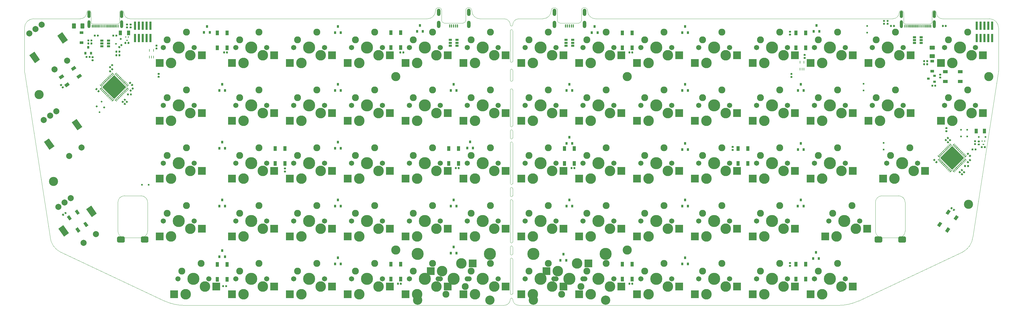
<source format=gbr>
G04 #@! TF.GenerationSoftware,KiCad,Pcbnew,(5.1.5-0-10_14)*
G04 #@! TF.CreationDate,2020-08-05T00:20:44-07:00*
G04 #@! TF.ProjectId,basis_combined_PROTON,62617369-735f-4636-9f6d-62696e65645f,rev?*
G04 #@! TF.SameCoordinates,Original*
G04 #@! TF.FileFunction,Soldermask,Bot*
G04 #@! TF.FilePolarity,Negative*
%FSLAX46Y46*%
G04 Gerber Fmt 4.6, Leading zero omitted, Abs format (unit mm)*
G04 Created by KiCad (PCBNEW (5.1.5-0-10_14)) date 2020-08-05 00:20:44*
%MOMM*%
%LPD*%
G04 APERTURE LIST*
%ADD10C,0.100000*%
%ADD11C,0.120000*%
%ADD12R,1.000000X1.500000*%
%ADD13R,1.060000X0.650000*%
%ADD14C,2.000000*%
%ADD15R,2.550000X2.500000*%
%ADD16C,1.701800*%
%ADD17C,2.286000*%
%ADD18C,3.987800*%
%ADD19C,3.470000*%
%ADD20O,1.100000X2.400000*%
%ADD21O,1.000000X2.550000*%
%ADD22O,1.200000X2.400000*%
%ADD23R,0.450000X1.100000*%
%ADD24C,3.048000*%
%ADD25C,3.000000*%
%ADD26R,0.500000X0.500000*%
%ADD27R,0.800000X0.900000*%
%ADD28R,1.500000X1.000000*%
%ADD29R,0.740000X2.790000*%
%ADD30R,0.264800X0.845299*%
%ADD31R,1.100000X1.500000*%
%ADD32R,0.900000X0.800000*%
%ADD33R,0.500000X0.450000*%
%ADD34R,0.400000X0.450000*%
%ADD35R,1.200000X0.900000*%
G04 APERTURE END LIST*
D10*
X-123824375Y-116507500D02*
G75*
G02X-120824375Y-113507500I3000000J0D01*
G01*
X193855625Y-113507500D02*
G75*
G02X196855625Y-116507500I0J-3000000D01*
G01*
X144055625Y-207957499D02*
G75*
G03X150814190Y-206469023I28566J15958475D01*
G01*
X-71044375Y-207957499D02*
G75*
G02X-77802940Y-206469023I-28566J15958475D01*
G01*
X-123824375Y-130787500D02*
G75*
G03X-123788921Y-131207500I2505453J-1D01*
G01*
X196845625Y-130807500D02*
G75*
G02X196810171Y-131227500I-2505453J-1D01*
G01*
X184953082Y-190431995D02*
G75*
G03X188415624Y-185387499I-2817457J5644495D01*
G01*
X-111934375Y-190427500D02*
G75*
G02X-115396917Y-185383004I2817457J5644495D01*
G01*
X-89079308Y-113534373D02*
G75*
G02X-91119308Y-111494373I0J2040000D01*
G01*
X-103332251Y-111461252D02*
G75*
G02X-105372251Y-113501252I-2040000J0D01*
G01*
X-92559375Y-111484375D02*
G75*
G02X-91119308Y-111494373I720068J1D01*
G01*
X-103332251Y-111461252D02*
G75*
G02X-101909375Y-111484375I711626J1D01*
G01*
X178415624Y-113537498D02*
G75*
G02X176375624Y-111497498I0J2040000D01*
G01*
X164144306Y-111474377D02*
G75*
G02X162104306Y-113514377I-2040000J0D01*
G01*
X174935564Y-111484380D02*
G75*
G02X176375624Y-111497498I720061J-3119D01*
G01*
X164144306Y-111474377D02*
G75*
G02X165584375Y-111484375I720069J1D01*
G01*
X64215625Y-113537500D02*
G75*
G02X61515625Y-110837500I0J2700000D01*
G01*
X49623602Y-110727275D02*
G75*
G02X46823602Y-113527275I-2800000J0D01*
G01*
X59516865Y-110787718D02*
G75*
G02X61515625Y-110837500I998760J-49782D01*
G01*
X49623602Y-110727275D02*
G75*
G02X51612500Y-110787500I992023J-110225D01*
G01*
X26115625Y-113537500D02*
G75*
G02X23415625Y-110837500I0J2700000D01*
G01*
X11515625Y-110837500D02*
G75*
G02X8815625Y-113537500I-2700000J0D01*
G01*
X11517497Y-110837500D02*
G75*
G02X13512500Y-110787500I998128J0D01*
G01*
X21416865Y-110787718D02*
G75*
G02X23415625Y-110837500I998760J-49782D01*
G01*
X36915625Y-115537500D02*
G75*
G02X38915625Y-113537500I2000000J0D01*
G01*
X34115625Y-113537500D02*
G75*
G02X36115625Y-115537500I0J-2000000D01*
G01*
X38915625Y-207937500D02*
G75*
G02X36915625Y-205937500I0J2000000D01*
G01*
X36115625Y-205937500D02*
G75*
G02X34115625Y-207937500I-2000000J0D01*
G01*
X36115625Y-205937500D02*
G75*
G02X36915625Y-205937500I400000J0D01*
G01*
X36915625Y-115537500D02*
G75*
G02X36115625Y-115537500I-400000J0D01*
G01*
X150814190Y-206469023D02*
X184953082Y-190431995D01*
X8815625Y-113537500D02*
X-89079308Y-113534373D01*
X-105372251Y-113501252D02*
X-118268750Y-113506250D01*
X36900000Y-204000000D02*
G75*
G02X36100000Y-204000000I-400000J0D01*
G01*
X36100000Y-192750000D02*
G75*
G02X36900000Y-192750000I400000J0D01*
G01*
X36900000Y-191000000D02*
G75*
G02X36100000Y-191000000I-400000J0D01*
G01*
X36100000Y-188750000D02*
G75*
G02X36900000Y-188750000I400000J0D01*
G01*
X36900000Y-187000000D02*
G75*
G02X36100000Y-187000000I-400000J0D01*
G01*
X36100000Y-173500000D02*
G75*
G02X36900000Y-173500000I400000J0D01*
G01*
X36900000Y-171750000D02*
G75*
G02X36100000Y-171750000I-400000J0D01*
G01*
X36100000Y-169500000D02*
G75*
G02X36900000Y-169500000I400000J0D01*
G01*
X36900000Y-167750000D02*
G75*
G02X36100000Y-167750000I-400000J0D01*
G01*
X36100000Y-154500000D02*
G75*
G02X36900000Y-154500000I400000J0D01*
G01*
X36900000Y-152750000D02*
G75*
G02X36100000Y-152750000I-400000J0D01*
G01*
X36100000Y-150500000D02*
G75*
G02X36900000Y-150500000I400000J0D01*
G01*
X36900000Y-148750000D02*
G75*
G02X36100000Y-148750000I-400000J0D01*
G01*
X36100000Y-137000000D02*
G75*
G02X36900000Y-137000000I400000J0D01*
G01*
X36900000Y-133750000D02*
G75*
G02X36100000Y-133750000I-400000J0D01*
G01*
X36100000Y-130500000D02*
G75*
G02X36900000Y-130500000I400000J0D01*
G01*
X36900000Y-127500000D02*
G75*
G02X36100000Y-127500000I-400000J0D01*
G01*
X36100000Y-117500000D02*
G75*
G02X36900000Y-117500000I400000J0D01*
G01*
X36100000Y-133750000D02*
X36100000Y-130500000D01*
X36900000Y-130500000D02*
X36900000Y-133750000D01*
X36100000Y-152750000D02*
X36100000Y-150500000D01*
X36900000Y-150500000D02*
X36900000Y-152750000D01*
X36100000Y-171750000D02*
X36100000Y-169500000D01*
X36900000Y-169500000D02*
X36900000Y-171750000D01*
X36100000Y-191000000D02*
X36100000Y-188750000D01*
X36900000Y-188750000D02*
X36900000Y-191000000D01*
X36900000Y-192750000D02*
X36900000Y-204000000D01*
X36100000Y-204000000D02*
X36100000Y-192750000D01*
X36100000Y-187000000D02*
X36100000Y-173500000D01*
X36900000Y-173500000D02*
X36900000Y-187000000D01*
X36900000Y-167750000D02*
X36900000Y-154500000D01*
X36100000Y-154500000D02*
X36100000Y-167750000D01*
X36100000Y-148750000D02*
X36100000Y-137000000D01*
X36900000Y-137000000D02*
X36900000Y-148750000D01*
X36900000Y-127500000D02*
X36900000Y-117500000D01*
X36100000Y-117500000D02*
X36100000Y-127500000D01*
X26115625Y-113537500D02*
X33337500Y-113537500D01*
X64215625Y-113537500D02*
X162104306Y-113514377D01*
X46823602Y-113527275D02*
X39687500Y-113537500D01*
X178415624Y-113537498D02*
X193855625Y-113507500D01*
X39687500Y-113537500D02*
X38915625Y-113537500D01*
X196855625Y-116507500D02*
X196845625Y-130807500D01*
X196810171Y-131227500D02*
X188415624Y-185387499D01*
X38915625Y-207937500D02*
X144055625Y-207957500D01*
X-77802940Y-206469023D02*
X-111934375Y-190427500D01*
X34115625Y-207937500D02*
X-71044375Y-207957500D01*
X-123788921Y-131207500D02*
X-115396917Y-185383004D01*
X-123824375Y-116507500D02*
X-123824375Y-130787500D01*
X33337500Y-113537500D02*
X34115625Y-113537500D01*
X-118268750Y-113506250D02*
X-120824375Y-113507500D01*
D11*
X166115625Y-174037500D02*
X166115625Y-183437500D01*
X158515625Y-171837500D02*
X163915625Y-171837500D01*
X156315625Y-183437500D02*
X156315625Y-174037500D01*
X163915625Y-185637500D02*
X158515625Y-185637500D01*
X166115625Y-183437500D02*
G75*
G02X163915625Y-185637500I-2200000J0D01*
G01*
X163915625Y-171837500D02*
G75*
G02X166115625Y-174037500I0J-2200000D01*
G01*
X156315625Y-174037500D02*
G75*
G02X158515625Y-171837500I2200000J0D01*
G01*
X158515625Y-185637500D02*
G75*
G02X156315625Y-183437500I0J2200000D01*
G01*
X-83284375Y-174037500D02*
X-83284375Y-183437500D01*
X-90884375Y-171837500D02*
X-85484375Y-171837500D01*
X-93084375Y-183437500D02*
X-93084375Y-174037500D01*
X-85484375Y-185637500D02*
X-90884375Y-185637500D01*
X-83284375Y-183437500D02*
G75*
G02X-85484375Y-185637500I-2200000J0D01*
G01*
X-85484375Y-171837500D02*
G75*
G02X-83284375Y-174037500I0J-2200000D01*
G01*
X-93084375Y-174037500D02*
G75*
G02X-90884375Y-171837500I2200000J0D01*
G01*
X-90884375Y-185637500D02*
G75*
G02X-93084375Y-183437500I0J2200000D01*
G01*
D10*
X-101909375Y-114709375D02*
X-101909375Y-111484375D01*
X-93059375Y-115209375D02*
X-101409375Y-115209375D01*
X-92559375Y-111484375D02*
X-92559375Y-114709375D01*
X-101909375Y-114709375D02*
G75*
G03X-101409375Y-115209375I500000J0D01*
G01*
X-93059375Y-115209375D02*
G75*
G03X-92559375Y-114709375I0J500000D01*
G01*
X165584375Y-114709375D02*
X165584375Y-111484375D01*
X174434375Y-115209375D02*
X166084375Y-115209375D01*
X174934375Y-111484375D02*
X174934375Y-114709375D01*
X165584375Y-114709375D02*
G75*
G03X166084375Y-115209375I500000J0D01*
G01*
X174434375Y-115209375D02*
G75*
G03X174934375Y-114709375I0J500000D01*
G01*
X51612500Y-110787500D02*
X51612500Y-114117500D01*
X52412500Y-114917500D02*
X58712500Y-114917500D01*
X59512500Y-114117500D02*
X59512500Y-110787500D01*
X58712500Y-114917500D02*
G75*
G03X59512500Y-114117500I0J800000D01*
G01*
X51612500Y-114117500D02*
G75*
G03X52412500Y-114917500I800000J0D01*
G01*
X13512500Y-110787500D02*
X13512500Y-114117500D01*
X14312500Y-114917500D02*
X20612500Y-114917500D01*
X21412500Y-114117500D02*
X21412500Y-110787500D01*
X20612500Y-114917500D02*
G75*
G03X21412500Y-114117500I0J800000D01*
G01*
X13512500Y-114117500D02*
G75*
G03X14312500Y-114917500I800000J0D01*
G01*
G36*
X-80197417Y-122058210D02*
G01*
X-80183099Y-122060334D01*
X-80169058Y-122063851D01*
X-80155429Y-122068728D01*
X-80142344Y-122074917D01*
X-80129928Y-122082358D01*
X-80118302Y-122090981D01*
X-80107577Y-122100702D01*
X-80097856Y-122111427D01*
X-80089233Y-122123053D01*
X-80081792Y-122135469D01*
X-80075603Y-122148554D01*
X-80070726Y-122162183D01*
X-80067209Y-122176224D01*
X-80065085Y-122190542D01*
X-80064375Y-122205000D01*
X-80064375Y-122500000D01*
X-80065085Y-122514458D01*
X-80067209Y-122528776D01*
X-80070726Y-122542817D01*
X-80075603Y-122556446D01*
X-80081792Y-122569531D01*
X-80089233Y-122581947D01*
X-80097856Y-122593573D01*
X-80107577Y-122604298D01*
X-80118302Y-122614019D01*
X-80129928Y-122622642D01*
X-80142344Y-122630083D01*
X-80155429Y-122636272D01*
X-80169058Y-122641149D01*
X-80183099Y-122644666D01*
X-80197417Y-122646790D01*
X-80211875Y-122647500D01*
X-80556875Y-122647500D01*
X-80571333Y-122646790D01*
X-80585651Y-122644666D01*
X-80599692Y-122641149D01*
X-80613321Y-122636272D01*
X-80626406Y-122630083D01*
X-80638822Y-122622642D01*
X-80650448Y-122614019D01*
X-80661173Y-122604298D01*
X-80670894Y-122593573D01*
X-80679517Y-122581947D01*
X-80686958Y-122569531D01*
X-80693147Y-122556446D01*
X-80698024Y-122542817D01*
X-80701541Y-122528776D01*
X-80703665Y-122514458D01*
X-80704375Y-122500000D01*
X-80704375Y-122205000D01*
X-80703665Y-122190542D01*
X-80701541Y-122176224D01*
X-80698024Y-122162183D01*
X-80693147Y-122148554D01*
X-80686958Y-122135469D01*
X-80679517Y-122123053D01*
X-80670894Y-122111427D01*
X-80661173Y-122100702D01*
X-80650448Y-122090981D01*
X-80638822Y-122082358D01*
X-80626406Y-122074917D01*
X-80613321Y-122068728D01*
X-80599692Y-122063851D01*
X-80585651Y-122060334D01*
X-80571333Y-122058210D01*
X-80556875Y-122057500D01*
X-80211875Y-122057500D01*
X-80197417Y-122058210D01*
G37*
G36*
X-80197417Y-123028210D02*
G01*
X-80183099Y-123030334D01*
X-80169058Y-123033851D01*
X-80155429Y-123038728D01*
X-80142344Y-123044917D01*
X-80129928Y-123052358D01*
X-80118302Y-123060981D01*
X-80107577Y-123070702D01*
X-80097856Y-123081427D01*
X-80089233Y-123093053D01*
X-80081792Y-123105469D01*
X-80075603Y-123118554D01*
X-80070726Y-123132183D01*
X-80067209Y-123146224D01*
X-80065085Y-123160542D01*
X-80064375Y-123175000D01*
X-80064375Y-123470000D01*
X-80065085Y-123484458D01*
X-80067209Y-123498776D01*
X-80070726Y-123512817D01*
X-80075603Y-123526446D01*
X-80081792Y-123539531D01*
X-80089233Y-123551947D01*
X-80097856Y-123563573D01*
X-80107577Y-123574298D01*
X-80118302Y-123584019D01*
X-80129928Y-123592642D01*
X-80142344Y-123600083D01*
X-80155429Y-123606272D01*
X-80169058Y-123611149D01*
X-80183099Y-123614666D01*
X-80197417Y-123616790D01*
X-80211875Y-123617500D01*
X-80556875Y-123617500D01*
X-80571333Y-123616790D01*
X-80585651Y-123614666D01*
X-80599692Y-123611149D01*
X-80613321Y-123606272D01*
X-80626406Y-123600083D01*
X-80638822Y-123592642D01*
X-80650448Y-123584019D01*
X-80661173Y-123574298D01*
X-80670894Y-123563573D01*
X-80679517Y-123551947D01*
X-80686958Y-123539531D01*
X-80693147Y-123526446D01*
X-80698024Y-123512817D01*
X-80701541Y-123498776D01*
X-80703665Y-123484458D01*
X-80704375Y-123470000D01*
X-80704375Y-123175000D01*
X-80703665Y-123160542D01*
X-80701541Y-123146224D01*
X-80698024Y-123132183D01*
X-80693147Y-123118554D01*
X-80686958Y-123105469D01*
X-80679517Y-123093053D01*
X-80670894Y-123081427D01*
X-80661173Y-123070702D01*
X-80650448Y-123060981D01*
X-80638822Y-123052358D01*
X-80626406Y-123044917D01*
X-80613321Y-123038728D01*
X-80599692Y-123033851D01*
X-80585651Y-123030334D01*
X-80571333Y-123028210D01*
X-80556875Y-123027500D01*
X-80211875Y-123027500D01*
X-80197417Y-123028210D01*
G37*
G36*
X133202583Y-125158210D02*
G01*
X133216901Y-125160334D01*
X133230942Y-125163851D01*
X133244571Y-125168728D01*
X133257656Y-125174917D01*
X133270072Y-125182358D01*
X133281698Y-125190981D01*
X133292423Y-125200702D01*
X133302144Y-125211427D01*
X133310767Y-125223053D01*
X133318208Y-125235469D01*
X133324397Y-125248554D01*
X133329274Y-125262183D01*
X133332791Y-125276224D01*
X133334915Y-125290542D01*
X133335625Y-125305000D01*
X133335625Y-125600000D01*
X133334915Y-125614458D01*
X133332791Y-125628776D01*
X133329274Y-125642817D01*
X133324397Y-125656446D01*
X133318208Y-125669531D01*
X133310767Y-125681947D01*
X133302144Y-125693573D01*
X133292423Y-125704298D01*
X133281698Y-125714019D01*
X133270072Y-125722642D01*
X133257656Y-125730083D01*
X133244571Y-125736272D01*
X133230942Y-125741149D01*
X133216901Y-125744666D01*
X133202583Y-125746790D01*
X133188125Y-125747500D01*
X132843125Y-125747500D01*
X132828667Y-125746790D01*
X132814349Y-125744666D01*
X132800308Y-125741149D01*
X132786679Y-125736272D01*
X132773594Y-125730083D01*
X132761178Y-125722642D01*
X132749552Y-125714019D01*
X132738827Y-125704298D01*
X132729106Y-125693573D01*
X132720483Y-125681947D01*
X132713042Y-125669531D01*
X132706853Y-125656446D01*
X132701976Y-125642817D01*
X132698459Y-125628776D01*
X132696335Y-125614458D01*
X132695625Y-125600000D01*
X132695625Y-125305000D01*
X132696335Y-125290542D01*
X132698459Y-125276224D01*
X132701976Y-125262183D01*
X132706853Y-125248554D01*
X132713042Y-125235469D01*
X132720483Y-125223053D01*
X132729106Y-125211427D01*
X132738827Y-125200702D01*
X132749552Y-125190981D01*
X132761178Y-125182358D01*
X132773594Y-125174917D01*
X132786679Y-125168728D01*
X132800308Y-125163851D01*
X132814349Y-125160334D01*
X132828667Y-125158210D01*
X132843125Y-125157500D01*
X133188125Y-125157500D01*
X133202583Y-125158210D01*
G37*
G36*
X133202583Y-126128210D02*
G01*
X133216901Y-126130334D01*
X133230942Y-126133851D01*
X133244571Y-126138728D01*
X133257656Y-126144917D01*
X133270072Y-126152358D01*
X133281698Y-126160981D01*
X133292423Y-126170702D01*
X133302144Y-126181427D01*
X133310767Y-126193053D01*
X133318208Y-126205469D01*
X133324397Y-126218554D01*
X133329274Y-126232183D01*
X133332791Y-126246224D01*
X133334915Y-126260542D01*
X133335625Y-126275000D01*
X133335625Y-126570000D01*
X133334915Y-126584458D01*
X133332791Y-126598776D01*
X133329274Y-126612817D01*
X133324397Y-126626446D01*
X133318208Y-126639531D01*
X133310767Y-126651947D01*
X133302144Y-126663573D01*
X133292423Y-126674298D01*
X133281698Y-126684019D01*
X133270072Y-126692642D01*
X133257656Y-126700083D01*
X133244571Y-126706272D01*
X133230942Y-126711149D01*
X133216901Y-126714666D01*
X133202583Y-126716790D01*
X133188125Y-126717500D01*
X132843125Y-126717500D01*
X132828667Y-126716790D01*
X132814349Y-126714666D01*
X132800308Y-126711149D01*
X132786679Y-126706272D01*
X132773594Y-126700083D01*
X132761178Y-126692642D01*
X132749552Y-126684019D01*
X132738827Y-126674298D01*
X132729106Y-126663573D01*
X132720483Y-126651947D01*
X132713042Y-126639531D01*
X132706853Y-126626446D01*
X132701976Y-126612817D01*
X132698459Y-126598776D01*
X132696335Y-126584458D01*
X132695625Y-126570000D01*
X132695625Y-126275000D01*
X132696335Y-126260542D01*
X132698459Y-126246224D01*
X132701976Y-126232183D01*
X132706853Y-126218554D01*
X132713042Y-126205469D01*
X132720483Y-126193053D01*
X132729106Y-126181427D01*
X132738827Y-126170702D01*
X132749552Y-126160981D01*
X132761178Y-126152358D01*
X132773594Y-126144917D01*
X132786679Y-126138728D01*
X132800308Y-126133851D01*
X132814349Y-126130334D01*
X132828667Y-126128210D01*
X132843125Y-126127500D01*
X133188125Y-126127500D01*
X133202583Y-126128210D01*
G37*
G36*
X186962583Y-161718210D02*
G01*
X186976901Y-161720334D01*
X186990942Y-161723851D01*
X187004571Y-161728728D01*
X187017656Y-161734917D01*
X187030072Y-161742358D01*
X187041698Y-161750981D01*
X187052423Y-161760702D01*
X187062144Y-161771427D01*
X187070767Y-161783053D01*
X187078208Y-161795469D01*
X187084397Y-161808554D01*
X187089274Y-161822183D01*
X187092791Y-161836224D01*
X187094915Y-161850542D01*
X187095625Y-161865000D01*
X187095625Y-162210000D01*
X187094915Y-162224458D01*
X187092791Y-162238776D01*
X187089274Y-162252817D01*
X187084397Y-162266446D01*
X187078208Y-162279531D01*
X187070767Y-162291947D01*
X187062144Y-162303573D01*
X187052423Y-162314298D01*
X187041698Y-162324019D01*
X187030072Y-162332642D01*
X187017656Y-162340083D01*
X187004571Y-162346272D01*
X186990942Y-162351149D01*
X186976901Y-162354666D01*
X186962583Y-162356790D01*
X186948125Y-162357500D01*
X186653125Y-162357500D01*
X186638667Y-162356790D01*
X186624349Y-162354666D01*
X186610308Y-162351149D01*
X186596679Y-162346272D01*
X186583594Y-162340083D01*
X186571178Y-162332642D01*
X186559552Y-162324019D01*
X186548827Y-162314298D01*
X186539106Y-162303573D01*
X186530483Y-162291947D01*
X186523042Y-162279531D01*
X186516853Y-162266446D01*
X186511976Y-162252817D01*
X186508459Y-162238776D01*
X186506335Y-162224458D01*
X186505625Y-162210000D01*
X186505625Y-161865000D01*
X186506335Y-161850542D01*
X186508459Y-161836224D01*
X186511976Y-161822183D01*
X186516853Y-161808554D01*
X186523042Y-161795469D01*
X186530483Y-161783053D01*
X186539106Y-161771427D01*
X186548827Y-161760702D01*
X186559552Y-161750981D01*
X186571178Y-161742358D01*
X186583594Y-161734917D01*
X186596679Y-161728728D01*
X186610308Y-161723851D01*
X186624349Y-161720334D01*
X186638667Y-161718210D01*
X186653125Y-161717500D01*
X186948125Y-161717500D01*
X186962583Y-161718210D01*
G37*
G36*
X185992583Y-161718210D02*
G01*
X186006901Y-161720334D01*
X186020942Y-161723851D01*
X186034571Y-161728728D01*
X186047656Y-161734917D01*
X186060072Y-161742358D01*
X186071698Y-161750981D01*
X186082423Y-161760702D01*
X186092144Y-161771427D01*
X186100767Y-161783053D01*
X186108208Y-161795469D01*
X186114397Y-161808554D01*
X186119274Y-161822183D01*
X186122791Y-161836224D01*
X186124915Y-161850542D01*
X186125625Y-161865000D01*
X186125625Y-162210000D01*
X186124915Y-162224458D01*
X186122791Y-162238776D01*
X186119274Y-162252817D01*
X186114397Y-162266446D01*
X186108208Y-162279531D01*
X186100767Y-162291947D01*
X186092144Y-162303573D01*
X186082423Y-162314298D01*
X186071698Y-162324019D01*
X186060072Y-162332642D01*
X186047656Y-162340083D01*
X186034571Y-162346272D01*
X186020942Y-162351149D01*
X186006901Y-162354666D01*
X185992583Y-162356790D01*
X185978125Y-162357500D01*
X185683125Y-162357500D01*
X185668667Y-162356790D01*
X185654349Y-162354666D01*
X185640308Y-162351149D01*
X185626679Y-162346272D01*
X185613594Y-162340083D01*
X185601178Y-162332642D01*
X185589552Y-162324019D01*
X185578827Y-162314298D01*
X185569106Y-162303573D01*
X185560483Y-162291947D01*
X185553042Y-162279531D01*
X185546853Y-162266446D01*
X185541976Y-162252817D01*
X185538459Y-162238776D01*
X185536335Y-162224458D01*
X185535625Y-162210000D01*
X185535625Y-161865000D01*
X185536335Y-161850542D01*
X185538459Y-161836224D01*
X185541976Y-161822183D01*
X185546853Y-161808554D01*
X185553042Y-161795469D01*
X185560483Y-161783053D01*
X185569106Y-161771427D01*
X185578827Y-161760702D01*
X185589552Y-161750981D01*
X185601178Y-161742358D01*
X185613594Y-161734917D01*
X185626679Y-161728728D01*
X185640308Y-161723851D01*
X185654349Y-161720334D01*
X185668667Y-161718210D01*
X185683125Y-161717500D01*
X185978125Y-161717500D01*
X185992583Y-161718210D01*
G37*
G36*
X-88637417Y-138118210D02*
G01*
X-88623099Y-138120334D01*
X-88609058Y-138123851D01*
X-88595429Y-138128728D01*
X-88582344Y-138134917D01*
X-88569928Y-138142358D01*
X-88558302Y-138150981D01*
X-88547577Y-138160702D01*
X-88537856Y-138171427D01*
X-88529233Y-138183053D01*
X-88521792Y-138195469D01*
X-88515603Y-138208554D01*
X-88510726Y-138222183D01*
X-88507209Y-138236224D01*
X-88505085Y-138250542D01*
X-88504375Y-138265000D01*
X-88504375Y-138610000D01*
X-88505085Y-138624458D01*
X-88507209Y-138638776D01*
X-88510726Y-138652817D01*
X-88515603Y-138666446D01*
X-88521792Y-138679531D01*
X-88529233Y-138691947D01*
X-88537856Y-138703573D01*
X-88547577Y-138714298D01*
X-88558302Y-138724019D01*
X-88569928Y-138732642D01*
X-88582344Y-138740083D01*
X-88595429Y-138746272D01*
X-88609058Y-138751149D01*
X-88623099Y-138754666D01*
X-88637417Y-138756790D01*
X-88651875Y-138757500D01*
X-88946875Y-138757500D01*
X-88961333Y-138756790D01*
X-88975651Y-138754666D01*
X-88989692Y-138751149D01*
X-89003321Y-138746272D01*
X-89016406Y-138740083D01*
X-89028822Y-138732642D01*
X-89040448Y-138724019D01*
X-89051173Y-138714298D01*
X-89060894Y-138703573D01*
X-89069517Y-138691947D01*
X-89076958Y-138679531D01*
X-89083147Y-138666446D01*
X-89088024Y-138652817D01*
X-89091541Y-138638776D01*
X-89093665Y-138624458D01*
X-89094375Y-138610000D01*
X-89094375Y-138265000D01*
X-89093665Y-138250542D01*
X-89091541Y-138236224D01*
X-89088024Y-138222183D01*
X-89083147Y-138208554D01*
X-89076958Y-138195469D01*
X-89069517Y-138183053D01*
X-89060894Y-138171427D01*
X-89051173Y-138160702D01*
X-89040448Y-138150981D01*
X-89028822Y-138142358D01*
X-89016406Y-138134917D01*
X-89003321Y-138128728D01*
X-88989692Y-138123851D01*
X-88975651Y-138120334D01*
X-88961333Y-138118210D01*
X-88946875Y-138117500D01*
X-88651875Y-138117500D01*
X-88637417Y-138118210D01*
G37*
G36*
X-89607417Y-138118210D02*
G01*
X-89593099Y-138120334D01*
X-89579058Y-138123851D01*
X-89565429Y-138128728D01*
X-89552344Y-138134917D01*
X-89539928Y-138142358D01*
X-89528302Y-138150981D01*
X-89517577Y-138160702D01*
X-89507856Y-138171427D01*
X-89499233Y-138183053D01*
X-89491792Y-138195469D01*
X-89485603Y-138208554D01*
X-89480726Y-138222183D01*
X-89477209Y-138236224D01*
X-89475085Y-138250542D01*
X-89474375Y-138265000D01*
X-89474375Y-138610000D01*
X-89475085Y-138624458D01*
X-89477209Y-138638776D01*
X-89480726Y-138652817D01*
X-89485603Y-138666446D01*
X-89491792Y-138679531D01*
X-89499233Y-138691947D01*
X-89507856Y-138703573D01*
X-89517577Y-138714298D01*
X-89528302Y-138724019D01*
X-89539928Y-138732642D01*
X-89552344Y-138740083D01*
X-89565429Y-138746272D01*
X-89579058Y-138751149D01*
X-89593099Y-138754666D01*
X-89607417Y-138756790D01*
X-89621875Y-138757500D01*
X-89916875Y-138757500D01*
X-89931333Y-138756790D01*
X-89945651Y-138754666D01*
X-89959692Y-138751149D01*
X-89973321Y-138746272D01*
X-89986406Y-138740083D01*
X-89998822Y-138732642D01*
X-90010448Y-138724019D01*
X-90021173Y-138714298D01*
X-90030894Y-138703573D01*
X-90039517Y-138691947D01*
X-90046958Y-138679531D01*
X-90053147Y-138666446D01*
X-90058024Y-138652817D01*
X-90061541Y-138638776D01*
X-90063665Y-138624458D01*
X-90064375Y-138610000D01*
X-90064375Y-138265000D01*
X-90063665Y-138250542D01*
X-90061541Y-138236224D01*
X-90058024Y-138222183D01*
X-90053147Y-138208554D01*
X-90046958Y-138195469D01*
X-90039517Y-138183053D01*
X-90030894Y-138171427D01*
X-90021173Y-138160702D01*
X-90010448Y-138150981D01*
X-89998822Y-138142358D01*
X-89986406Y-138134917D01*
X-89973321Y-138128728D01*
X-89959692Y-138123851D01*
X-89945651Y-138120334D01*
X-89931333Y-138118210D01*
X-89916875Y-138117500D01*
X-89621875Y-138117500D01*
X-89607417Y-138118210D01*
G37*
D12*
X-38084375Y-161187500D03*
X-41284375Y-161187500D03*
X-38084375Y-156287500D03*
X-41284375Y-156287500D03*
X111115625Y-156287500D03*
X114315625Y-156287500D03*
X111115625Y-161187500D03*
X114315625Y-161187500D03*
D10*
G36*
X-37897417Y-163528210D02*
G01*
X-37883099Y-163530334D01*
X-37869058Y-163533851D01*
X-37855429Y-163538728D01*
X-37842344Y-163544917D01*
X-37829928Y-163552358D01*
X-37818302Y-163560981D01*
X-37807577Y-163570702D01*
X-37797856Y-163581427D01*
X-37789233Y-163593053D01*
X-37781792Y-163605469D01*
X-37775603Y-163618554D01*
X-37770726Y-163632183D01*
X-37767209Y-163646224D01*
X-37765085Y-163660542D01*
X-37764375Y-163675000D01*
X-37764375Y-163970000D01*
X-37765085Y-163984458D01*
X-37767209Y-163998776D01*
X-37770726Y-164012817D01*
X-37775603Y-164026446D01*
X-37781792Y-164039531D01*
X-37789233Y-164051947D01*
X-37797856Y-164063573D01*
X-37807577Y-164074298D01*
X-37818302Y-164084019D01*
X-37829928Y-164092642D01*
X-37842344Y-164100083D01*
X-37855429Y-164106272D01*
X-37869058Y-164111149D01*
X-37883099Y-164114666D01*
X-37897417Y-164116790D01*
X-37911875Y-164117500D01*
X-38256875Y-164117500D01*
X-38271333Y-164116790D01*
X-38285651Y-164114666D01*
X-38299692Y-164111149D01*
X-38313321Y-164106272D01*
X-38326406Y-164100083D01*
X-38338822Y-164092642D01*
X-38350448Y-164084019D01*
X-38361173Y-164074298D01*
X-38370894Y-164063573D01*
X-38379517Y-164051947D01*
X-38386958Y-164039531D01*
X-38393147Y-164026446D01*
X-38398024Y-164012817D01*
X-38401541Y-163998776D01*
X-38403665Y-163984458D01*
X-38404375Y-163970000D01*
X-38404375Y-163675000D01*
X-38403665Y-163660542D01*
X-38401541Y-163646224D01*
X-38398024Y-163632183D01*
X-38393147Y-163618554D01*
X-38386958Y-163605469D01*
X-38379517Y-163593053D01*
X-38370894Y-163581427D01*
X-38361173Y-163570702D01*
X-38350448Y-163560981D01*
X-38338822Y-163552358D01*
X-38326406Y-163544917D01*
X-38313321Y-163538728D01*
X-38299692Y-163533851D01*
X-38285651Y-163530334D01*
X-38271333Y-163528210D01*
X-38256875Y-163527500D01*
X-37911875Y-163527500D01*
X-37897417Y-163528210D01*
G37*
G36*
X-37897417Y-162558210D02*
G01*
X-37883099Y-162560334D01*
X-37869058Y-162563851D01*
X-37855429Y-162568728D01*
X-37842344Y-162574917D01*
X-37829928Y-162582358D01*
X-37818302Y-162590981D01*
X-37807577Y-162600702D01*
X-37797856Y-162611427D01*
X-37789233Y-162623053D01*
X-37781792Y-162635469D01*
X-37775603Y-162648554D01*
X-37770726Y-162662183D01*
X-37767209Y-162676224D01*
X-37765085Y-162690542D01*
X-37764375Y-162705000D01*
X-37764375Y-163000000D01*
X-37765085Y-163014458D01*
X-37767209Y-163028776D01*
X-37770726Y-163042817D01*
X-37775603Y-163056446D01*
X-37781792Y-163069531D01*
X-37789233Y-163081947D01*
X-37797856Y-163093573D01*
X-37807577Y-163104298D01*
X-37818302Y-163114019D01*
X-37829928Y-163122642D01*
X-37842344Y-163130083D01*
X-37855429Y-163136272D01*
X-37869058Y-163141149D01*
X-37883099Y-163144666D01*
X-37897417Y-163146790D01*
X-37911875Y-163147500D01*
X-38256875Y-163147500D01*
X-38271333Y-163146790D01*
X-38285651Y-163144666D01*
X-38299692Y-163141149D01*
X-38313321Y-163136272D01*
X-38326406Y-163130083D01*
X-38338822Y-163122642D01*
X-38350448Y-163114019D01*
X-38361173Y-163104298D01*
X-38370894Y-163093573D01*
X-38379517Y-163081947D01*
X-38386958Y-163069531D01*
X-38393147Y-163056446D01*
X-38398024Y-163042817D01*
X-38401541Y-163028776D01*
X-38403665Y-163014458D01*
X-38404375Y-163000000D01*
X-38404375Y-162705000D01*
X-38403665Y-162690542D01*
X-38401541Y-162676224D01*
X-38398024Y-162662183D01*
X-38393147Y-162648554D01*
X-38386958Y-162635469D01*
X-38379517Y-162623053D01*
X-38370894Y-162611427D01*
X-38361173Y-162600702D01*
X-38350448Y-162590981D01*
X-38338822Y-162582358D01*
X-38326406Y-162574917D01*
X-38313321Y-162568728D01*
X-38299692Y-162563851D01*
X-38285651Y-162560334D01*
X-38271333Y-162558210D01*
X-38256875Y-162557500D01*
X-37911875Y-162557500D01*
X-37897417Y-162558210D01*
G37*
G36*
X109502583Y-156428210D02*
G01*
X109516901Y-156430334D01*
X109530942Y-156433851D01*
X109544571Y-156438728D01*
X109557656Y-156444917D01*
X109570072Y-156452358D01*
X109581698Y-156460981D01*
X109592423Y-156470702D01*
X109602144Y-156481427D01*
X109610767Y-156493053D01*
X109618208Y-156505469D01*
X109624397Y-156518554D01*
X109629274Y-156532183D01*
X109632791Y-156546224D01*
X109634915Y-156560542D01*
X109635625Y-156575000D01*
X109635625Y-156870000D01*
X109634915Y-156884458D01*
X109632791Y-156898776D01*
X109629274Y-156912817D01*
X109624397Y-156926446D01*
X109618208Y-156939531D01*
X109610767Y-156951947D01*
X109602144Y-156963573D01*
X109592423Y-156974298D01*
X109581698Y-156984019D01*
X109570072Y-156992642D01*
X109557656Y-157000083D01*
X109544571Y-157006272D01*
X109530942Y-157011149D01*
X109516901Y-157014666D01*
X109502583Y-157016790D01*
X109488125Y-157017500D01*
X109143125Y-157017500D01*
X109128667Y-157016790D01*
X109114349Y-157014666D01*
X109100308Y-157011149D01*
X109086679Y-157006272D01*
X109073594Y-157000083D01*
X109061178Y-156992642D01*
X109049552Y-156984019D01*
X109038827Y-156974298D01*
X109029106Y-156963573D01*
X109020483Y-156951947D01*
X109013042Y-156939531D01*
X109006853Y-156926446D01*
X109001976Y-156912817D01*
X108998459Y-156898776D01*
X108996335Y-156884458D01*
X108995625Y-156870000D01*
X108995625Y-156575000D01*
X108996335Y-156560542D01*
X108998459Y-156546224D01*
X109001976Y-156532183D01*
X109006853Y-156518554D01*
X109013042Y-156505469D01*
X109020483Y-156493053D01*
X109029106Y-156481427D01*
X109038827Y-156470702D01*
X109049552Y-156460981D01*
X109061178Y-156452358D01*
X109073594Y-156444917D01*
X109086679Y-156438728D01*
X109100308Y-156433851D01*
X109114349Y-156430334D01*
X109128667Y-156428210D01*
X109143125Y-156427500D01*
X109488125Y-156427500D01*
X109502583Y-156428210D01*
G37*
G36*
X109502583Y-155458210D02*
G01*
X109516901Y-155460334D01*
X109530942Y-155463851D01*
X109544571Y-155468728D01*
X109557656Y-155474917D01*
X109570072Y-155482358D01*
X109581698Y-155490981D01*
X109592423Y-155500702D01*
X109602144Y-155511427D01*
X109610767Y-155523053D01*
X109618208Y-155535469D01*
X109624397Y-155548554D01*
X109629274Y-155562183D01*
X109632791Y-155576224D01*
X109634915Y-155590542D01*
X109635625Y-155605000D01*
X109635625Y-155900000D01*
X109634915Y-155914458D01*
X109632791Y-155928776D01*
X109629274Y-155942817D01*
X109624397Y-155956446D01*
X109618208Y-155969531D01*
X109610767Y-155981947D01*
X109602144Y-155993573D01*
X109592423Y-156004298D01*
X109581698Y-156014019D01*
X109570072Y-156022642D01*
X109557656Y-156030083D01*
X109544571Y-156036272D01*
X109530942Y-156041149D01*
X109516901Y-156044666D01*
X109502583Y-156046790D01*
X109488125Y-156047500D01*
X109143125Y-156047500D01*
X109128667Y-156046790D01*
X109114349Y-156044666D01*
X109100308Y-156041149D01*
X109086679Y-156036272D01*
X109073594Y-156030083D01*
X109061178Y-156022642D01*
X109049552Y-156014019D01*
X109038827Y-156004298D01*
X109029106Y-155993573D01*
X109020483Y-155981947D01*
X109013042Y-155969531D01*
X109006853Y-155956446D01*
X109001976Y-155942817D01*
X108998459Y-155928776D01*
X108996335Y-155914458D01*
X108995625Y-155900000D01*
X108995625Y-155605000D01*
X108996335Y-155590542D01*
X108998459Y-155576224D01*
X109001976Y-155562183D01*
X109006853Y-155548554D01*
X109013042Y-155535469D01*
X109020483Y-155523053D01*
X109029106Y-155511427D01*
X109038827Y-155500702D01*
X109049552Y-155490981D01*
X109061178Y-155482358D01*
X109073594Y-155474917D01*
X109086679Y-155468728D01*
X109100308Y-155463851D01*
X109114349Y-155460334D01*
X109128667Y-155458210D01*
X109143125Y-155457500D01*
X109488125Y-155457500D01*
X109502583Y-155458210D01*
G37*
G36*
X189302583Y-153558210D02*
G01*
X189316901Y-153560334D01*
X189330942Y-153563851D01*
X189344571Y-153568728D01*
X189357656Y-153574917D01*
X189370072Y-153582358D01*
X189381698Y-153590981D01*
X189392423Y-153600702D01*
X189402144Y-153611427D01*
X189410767Y-153623053D01*
X189418208Y-153635469D01*
X189424397Y-153648554D01*
X189429274Y-153662183D01*
X189432791Y-153676224D01*
X189434915Y-153690542D01*
X189435625Y-153705000D01*
X189435625Y-154000000D01*
X189434915Y-154014458D01*
X189432791Y-154028776D01*
X189429274Y-154042817D01*
X189424397Y-154056446D01*
X189418208Y-154069531D01*
X189410767Y-154081947D01*
X189402144Y-154093573D01*
X189392423Y-154104298D01*
X189381698Y-154114019D01*
X189370072Y-154122642D01*
X189357656Y-154130083D01*
X189344571Y-154136272D01*
X189330942Y-154141149D01*
X189316901Y-154144666D01*
X189302583Y-154146790D01*
X189288125Y-154147500D01*
X188943125Y-154147500D01*
X188928667Y-154146790D01*
X188914349Y-154144666D01*
X188900308Y-154141149D01*
X188886679Y-154136272D01*
X188873594Y-154130083D01*
X188861178Y-154122642D01*
X188849552Y-154114019D01*
X188838827Y-154104298D01*
X188829106Y-154093573D01*
X188820483Y-154081947D01*
X188813042Y-154069531D01*
X188806853Y-154056446D01*
X188801976Y-154042817D01*
X188798459Y-154028776D01*
X188796335Y-154014458D01*
X188795625Y-154000000D01*
X188795625Y-153705000D01*
X188796335Y-153690542D01*
X188798459Y-153676224D01*
X188801976Y-153662183D01*
X188806853Y-153648554D01*
X188813042Y-153635469D01*
X188820483Y-153623053D01*
X188829106Y-153611427D01*
X188838827Y-153600702D01*
X188849552Y-153590981D01*
X188861178Y-153582358D01*
X188873594Y-153574917D01*
X188886679Y-153568728D01*
X188900308Y-153563851D01*
X188914349Y-153560334D01*
X188928667Y-153558210D01*
X188943125Y-153557500D01*
X189288125Y-153557500D01*
X189302583Y-153558210D01*
G37*
G36*
X189302583Y-154528210D02*
G01*
X189316901Y-154530334D01*
X189330942Y-154533851D01*
X189344571Y-154538728D01*
X189357656Y-154544917D01*
X189370072Y-154552358D01*
X189381698Y-154560981D01*
X189392423Y-154570702D01*
X189402144Y-154581427D01*
X189410767Y-154593053D01*
X189418208Y-154605469D01*
X189424397Y-154618554D01*
X189429274Y-154632183D01*
X189432791Y-154646224D01*
X189434915Y-154660542D01*
X189435625Y-154675000D01*
X189435625Y-154970000D01*
X189434915Y-154984458D01*
X189432791Y-154998776D01*
X189429274Y-155012817D01*
X189424397Y-155026446D01*
X189418208Y-155039531D01*
X189410767Y-155051947D01*
X189402144Y-155063573D01*
X189392423Y-155074298D01*
X189381698Y-155084019D01*
X189370072Y-155092642D01*
X189357656Y-155100083D01*
X189344571Y-155106272D01*
X189330942Y-155111149D01*
X189316901Y-155114666D01*
X189302583Y-155116790D01*
X189288125Y-155117500D01*
X188943125Y-155117500D01*
X188928667Y-155116790D01*
X188914349Y-155114666D01*
X188900308Y-155111149D01*
X188886679Y-155106272D01*
X188873594Y-155100083D01*
X188861178Y-155092642D01*
X188849552Y-155084019D01*
X188838827Y-155074298D01*
X188829106Y-155063573D01*
X188820483Y-155051947D01*
X188813042Y-155039531D01*
X188806853Y-155026446D01*
X188801976Y-155012817D01*
X188798459Y-154998776D01*
X188796335Y-154984458D01*
X188795625Y-154970000D01*
X188795625Y-154675000D01*
X188796335Y-154660542D01*
X188798459Y-154646224D01*
X188801976Y-154632183D01*
X188806853Y-154618554D01*
X188813042Y-154605469D01*
X188820483Y-154593053D01*
X188829106Y-154581427D01*
X188838827Y-154570702D01*
X188849552Y-154560981D01*
X188861178Y-154552358D01*
X188873594Y-154544917D01*
X188886679Y-154538728D01*
X188900308Y-154533851D01*
X188914349Y-154530334D01*
X188928667Y-154528210D01*
X188943125Y-154527500D01*
X189288125Y-154527500D01*
X189302583Y-154528210D01*
G37*
G36*
X-93407417Y-124018210D02*
G01*
X-93393099Y-124020334D01*
X-93379058Y-124023851D01*
X-93365429Y-124028728D01*
X-93352344Y-124034917D01*
X-93339928Y-124042358D01*
X-93328302Y-124050981D01*
X-93317577Y-124060702D01*
X-93307856Y-124071427D01*
X-93299233Y-124083053D01*
X-93291792Y-124095469D01*
X-93285603Y-124108554D01*
X-93280726Y-124122183D01*
X-93277209Y-124136224D01*
X-93275085Y-124150542D01*
X-93274375Y-124165000D01*
X-93274375Y-124510000D01*
X-93275085Y-124524458D01*
X-93277209Y-124538776D01*
X-93280726Y-124552817D01*
X-93285603Y-124566446D01*
X-93291792Y-124579531D01*
X-93299233Y-124591947D01*
X-93307856Y-124603573D01*
X-93317577Y-124614298D01*
X-93328302Y-124624019D01*
X-93339928Y-124632642D01*
X-93352344Y-124640083D01*
X-93365429Y-124646272D01*
X-93379058Y-124651149D01*
X-93393099Y-124654666D01*
X-93407417Y-124656790D01*
X-93421875Y-124657500D01*
X-93716875Y-124657500D01*
X-93731333Y-124656790D01*
X-93745651Y-124654666D01*
X-93759692Y-124651149D01*
X-93773321Y-124646272D01*
X-93786406Y-124640083D01*
X-93798822Y-124632642D01*
X-93810448Y-124624019D01*
X-93821173Y-124614298D01*
X-93830894Y-124603573D01*
X-93839517Y-124591947D01*
X-93846958Y-124579531D01*
X-93853147Y-124566446D01*
X-93858024Y-124552817D01*
X-93861541Y-124538776D01*
X-93863665Y-124524458D01*
X-93864375Y-124510000D01*
X-93864375Y-124165000D01*
X-93863665Y-124150542D01*
X-93861541Y-124136224D01*
X-93858024Y-124122183D01*
X-93853147Y-124108554D01*
X-93846958Y-124095469D01*
X-93839517Y-124083053D01*
X-93830894Y-124071427D01*
X-93821173Y-124060702D01*
X-93810448Y-124050981D01*
X-93798822Y-124042358D01*
X-93786406Y-124034917D01*
X-93773321Y-124028728D01*
X-93759692Y-124023851D01*
X-93745651Y-124020334D01*
X-93731333Y-124018210D01*
X-93716875Y-124017500D01*
X-93421875Y-124017500D01*
X-93407417Y-124018210D01*
G37*
G36*
X-92437417Y-124018210D02*
G01*
X-92423099Y-124020334D01*
X-92409058Y-124023851D01*
X-92395429Y-124028728D01*
X-92382344Y-124034917D01*
X-92369928Y-124042358D01*
X-92358302Y-124050981D01*
X-92347577Y-124060702D01*
X-92337856Y-124071427D01*
X-92329233Y-124083053D01*
X-92321792Y-124095469D01*
X-92315603Y-124108554D01*
X-92310726Y-124122183D01*
X-92307209Y-124136224D01*
X-92305085Y-124150542D01*
X-92304375Y-124165000D01*
X-92304375Y-124510000D01*
X-92305085Y-124524458D01*
X-92307209Y-124538776D01*
X-92310726Y-124552817D01*
X-92315603Y-124566446D01*
X-92321792Y-124579531D01*
X-92329233Y-124591947D01*
X-92337856Y-124603573D01*
X-92347577Y-124614298D01*
X-92358302Y-124624019D01*
X-92369928Y-124632642D01*
X-92382344Y-124640083D01*
X-92395429Y-124646272D01*
X-92409058Y-124651149D01*
X-92423099Y-124654666D01*
X-92437417Y-124656790D01*
X-92451875Y-124657500D01*
X-92746875Y-124657500D01*
X-92761333Y-124656790D01*
X-92775651Y-124654666D01*
X-92789692Y-124651149D01*
X-92803321Y-124646272D01*
X-92816406Y-124640083D01*
X-92828822Y-124632642D01*
X-92840448Y-124624019D01*
X-92851173Y-124614298D01*
X-92860894Y-124603573D01*
X-92869517Y-124591947D01*
X-92876958Y-124579531D01*
X-92883147Y-124566446D01*
X-92888024Y-124552817D01*
X-92891541Y-124538776D01*
X-92893665Y-124524458D01*
X-92894375Y-124510000D01*
X-92894375Y-124165000D01*
X-92893665Y-124150542D01*
X-92891541Y-124136224D01*
X-92888024Y-124122183D01*
X-92883147Y-124108554D01*
X-92876958Y-124095469D01*
X-92869517Y-124083053D01*
X-92860894Y-124071427D01*
X-92851173Y-124060702D01*
X-92840448Y-124050981D01*
X-92828822Y-124042358D01*
X-92816406Y-124034917D01*
X-92803321Y-124028728D01*
X-92789692Y-124023851D01*
X-92775651Y-124020334D01*
X-92761333Y-124018210D01*
X-92746875Y-124017500D01*
X-92451875Y-124017500D01*
X-92437417Y-124018210D01*
G37*
D13*
X171415625Y-120537500D03*
X171415625Y-121487500D03*
X171415625Y-119587500D03*
X169215625Y-119587500D03*
X169215625Y-120537500D03*
X169215625Y-121487500D03*
X-98384375Y-121637500D03*
X-98384375Y-120687500D03*
X-98384375Y-122587500D03*
X-96184375Y-122587500D03*
X-96184375Y-121637500D03*
X-96184375Y-120687500D03*
D10*
G36*
X165914634Y-185239908D02*
G01*
X165963170Y-185247107D01*
X166010767Y-185259030D01*
X166056967Y-185275560D01*
X166101323Y-185296539D01*
X166143410Y-185321765D01*
X166182822Y-185350995D01*
X166219178Y-185383947D01*
X166252130Y-185420303D01*
X166281360Y-185459715D01*
X166306586Y-185501802D01*
X166327565Y-185546158D01*
X166344095Y-185592358D01*
X166356018Y-185639955D01*
X166363217Y-185688491D01*
X166365625Y-185737500D01*
X166365625Y-186737500D01*
X166363217Y-186786509D01*
X166356018Y-186835045D01*
X166344095Y-186882642D01*
X166327565Y-186928842D01*
X166306586Y-186973198D01*
X166281360Y-187015285D01*
X166252130Y-187054697D01*
X166219178Y-187091053D01*
X166182822Y-187124005D01*
X166143410Y-187153235D01*
X166101323Y-187178461D01*
X166056967Y-187199440D01*
X166010767Y-187215970D01*
X165963170Y-187227893D01*
X165914634Y-187235092D01*
X165865625Y-187237500D01*
X164365625Y-187237500D01*
X164316616Y-187235092D01*
X164268080Y-187227893D01*
X164220483Y-187215970D01*
X164174283Y-187199440D01*
X164129927Y-187178461D01*
X164087840Y-187153235D01*
X164048428Y-187124005D01*
X164012072Y-187091053D01*
X163979120Y-187054697D01*
X163949890Y-187015285D01*
X163924664Y-186973198D01*
X163903685Y-186928842D01*
X163887155Y-186882642D01*
X163875232Y-186835045D01*
X163868033Y-186786509D01*
X163865625Y-186737500D01*
X163865625Y-185737500D01*
X163868033Y-185688491D01*
X163875232Y-185639955D01*
X163887155Y-185592358D01*
X163903685Y-185546158D01*
X163924664Y-185501802D01*
X163949890Y-185459715D01*
X163979120Y-185420303D01*
X164012072Y-185383947D01*
X164048428Y-185350995D01*
X164087840Y-185321765D01*
X164129927Y-185296539D01*
X164174283Y-185275560D01*
X164220483Y-185259030D01*
X164268080Y-185247107D01*
X164316616Y-185239908D01*
X164365625Y-185237500D01*
X165865625Y-185237500D01*
X165914634Y-185239908D01*
G37*
G36*
X158114634Y-185239908D02*
G01*
X158163170Y-185247107D01*
X158210767Y-185259030D01*
X158256967Y-185275560D01*
X158301323Y-185296539D01*
X158343410Y-185321765D01*
X158382822Y-185350995D01*
X158419178Y-185383947D01*
X158452130Y-185420303D01*
X158481360Y-185459715D01*
X158506586Y-185501802D01*
X158527565Y-185546158D01*
X158544095Y-185592358D01*
X158556018Y-185639955D01*
X158563217Y-185688491D01*
X158565625Y-185737500D01*
X158565625Y-186737500D01*
X158563217Y-186786509D01*
X158556018Y-186835045D01*
X158544095Y-186882642D01*
X158527565Y-186928842D01*
X158506586Y-186973198D01*
X158481360Y-187015285D01*
X158452130Y-187054697D01*
X158419178Y-187091053D01*
X158382822Y-187124005D01*
X158343410Y-187153235D01*
X158301323Y-187178461D01*
X158256967Y-187199440D01*
X158210767Y-187215970D01*
X158163170Y-187227893D01*
X158114634Y-187235092D01*
X158065625Y-187237500D01*
X156565625Y-187237500D01*
X156516616Y-187235092D01*
X156468080Y-187227893D01*
X156420483Y-187215970D01*
X156374283Y-187199440D01*
X156329927Y-187178461D01*
X156287840Y-187153235D01*
X156248428Y-187124005D01*
X156212072Y-187091053D01*
X156179120Y-187054697D01*
X156149890Y-187015285D01*
X156124664Y-186973198D01*
X156103685Y-186928842D01*
X156087155Y-186882642D01*
X156075232Y-186835045D01*
X156068033Y-186786509D01*
X156065625Y-186737500D01*
X156065625Y-185737500D01*
X156068033Y-185688491D01*
X156075232Y-185639955D01*
X156087155Y-185592358D01*
X156103685Y-185546158D01*
X156124664Y-185501802D01*
X156149890Y-185459715D01*
X156179120Y-185420303D01*
X156212072Y-185383947D01*
X156248428Y-185350995D01*
X156287840Y-185321765D01*
X156329927Y-185296539D01*
X156374283Y-185275560D01*
X156420483Y-185259030D01*
X156468080Y-185247107D01*
X156516616Y-185239908D01*
X156565625Y-185237500D01*
X158065625Y-185237500D01*
X158114634Y-185239908D01*
G37*
G36*
X-83485366Y-185239908D02*
G01*
X-83436830Y-185247107D01*
X-83389233Y-185259030D01*
X-83343033Y-185275560D01*
X-83298677Y-185296539D01*
X-83256590Y-185321765D01*
X-83217178Y-185350995D01*
X-83180822Y-185383947D01*
X-83147870Y-185420303D01*
X-83118640Y-185459715D01*
X-83093414Y-185501802D01*
X-83072435Y-185546158D01*
X-83055905Y-185592358D01*
X-83043982Y-185639955D01*
X-83036783Y-185688491D01*
X-83034375Y-185737500D01*
X-83034375Y-186737500D01*
X-83036783Y-186786509D01*
X-83043982Y-186835045D01*
X-83055905Y-186882642D01*
X-83072435Y-186928842D01*
X-83093414Y-186973198D01*
X-83118640Y-187015285D01*
X-83147870Y-187054697D01*
X-83180822Y-187091053D01*
X-83217178Y-187124005D01*
X-83256590Y-187153235D01*
X-83298677Y-187178461D01*
X-83343033Y-187199440D01*
X-83389233Y-187215970D01*
X-83436830Y-187227893D01*
X-83485366Y-187235092D01*
X-83534375Y-187237500D01*
X-85034375Y-187237500D01*
X-85083384Y-187235092D01*
X-85131920Y-187227893D01*
X-85179517Y-187215970D01*
X-85225717Y-187199440D01*
X-85270073Y-187178461D01*
X-85312160Y-187153235D01*
X-85351572Y-187124005D01*
X-85387928Y-187091053D01*
X-85420880Y-187054697D01*
X-85450110Y-187015285D01*
X-85475336Y-186973198D01*
X-85496315Y-186928842D01*
X-85512845Y-186882642D01*
X-85524768Y-186835045D01*
X-85531967Y-186786509D01*
X-85534375Y-186737500D01*
X-85534375Y-185737500D01*
X-85531967Y-185688491D01*
X-85524768Y-185639955D01*
X-85512845Y-185592358D01*
X-85496315Y-185546158D01*
X-85475336Y-185501802D01*
X-85450110Y-185459715D01*
X-85420880Y-185420303D01*
X-85387928Y-185383947D01*
X-85351572Y-185350995D01*
X-85312160Y-185321765D01*
X-85270073Y-185296539D01*
X-85225717Y-185275560D01*
X-85179517Y-185259030D01*
X-85131920Y-185247107D01*
X-85083384Y-185239908D01*
X-85034375Y-185237500D01*
X-83534375Y-185237500D01*
X-83485366Y-185239908D01*
G37*
G36*
X-91285366Y-185239908D02*
G01*
X-91236830Y-185247107D01*
X-91189233Y-185259030D01*
X-91143033Y-185275560D01*
X-91098677Y-185296539D01*
X-91056590Y-185321765D01*
X-91017178Y-185350995D01*
X-90980822Y-185383947D01*
X-90947870Y-185420303D01*
X-90918640Y-185459715D01*
X-90893414Y-185501802D01*
X-90872435Y-185546158D01*
X-90855905Y-185592358D01*
X-90843982Y-185639955D01*
X-90836783Y-185688491D01*
X-90834375Y-185737500D01*
X-90834375Y-186737500D01*
X-90836783Y-186786509D01*
X-90843982Y-186835045D01*
X-90855905Y-186882642D01*
X-90872435Y-186928842D01*
X-90893414Y-186973198D01*
X-90918640Y-187015285D01*
X-90947870Y-187054697D01*
X-90980822Y-187091053D01*
X-91017178Y-187124005D01*
X-91056590Y-187153235D01*
X-91098677Y-187178461D01*
X-91143033Y-187199440D01*
X-91189233Y-187215970D01*
X-91236830Y-187227893D01*
X-91285366Y-187235092D01*
X-91334375Y-187237500D01*
X-92834375Y-187237500D01*
X-92883384Y-187235092D01*
X-92931920Y-187227893D01*
X-92979517Y-187215970D01*
X-93025717Y-187199440D01*
X-93070073Y-187178461D01*
X-93112160Y-187153235D01*
X-93151572Y-187124005D01*
X-93187928Y-187091053D01*
X-93220880Y-187054697D01*
X-93250110Y-187015285D01*
X-93275336Y-186973198D01*
X-93296315Y-186928842D01*
X-93312845Y-186882642D01*
X-93324768Y-186835045D01*
X-93331967Y-186786509D01*
X-93334375Y-186737500D01*
X-93334375Y-185737500D01*
X-93331967Y-185688491D01*
X-93324768Y-185639955D01*
X-93312845Y-185592358D01*
X-93296315Y-185546158D01*
X-93275336Y-185501802D01*
X-93250110Y-185459715D01*
X-93220880Y-185420303D01*
X-93187928Y-185383947D01*
X-93151572Y-185350995D01*
X-93112160Y-185321765D01*
X-93070073Y-185296539D01*
X-93025717Y-185275560D01*
X-92979517Y-185259030D01*
X-92931920Y-185247107D01*
X-92883384Y-185239908D01*
X-92834375Y-185237500D01*
X-91334375Y-185237500D01*
X-91285366Y-185239908D01*
G37*
D14*
X-108616443Y-172603669D03*
X-110664323Y-174037610D03*
X-112712203Y-175471551D03*
D10*
G36*
X-103512123Y-176232155D02*
G01*
X-101873819Y-175085002D01*
X-100038375Y-177706289D01*
X-101676679Y-178853442D01*
X-103512123Y-176232155D01*
G37*
G36*
X-112686625Y-182656211D02*
G01*
X-111048321Y-181509058D01*
X-109212877Y-184130345D01*
X-110851181Y-185277498D01*
X-112686625Y-182656211D01*
G37*
D14*
X-100299585Y-184481373D03*
X-104395345Y-187349255D03*
D10*
G36*
X186177945Y-158499755D02*
G01*
X186184012Y-158500655D01*
X186189962Y-158502145D01*
X186195737Y-158504212D01*
X186201281Y-158506834D01*
X186206542Y-158509987D01*
X186211469Y-158513641D01*
X186216013Y-158517760D01*
X186304401Y-158606148D01*
X186308520Y-158610692D01*
X186312174Y-158615619D01*
X186315327Y-158620880D01*
X186317949Y-158626424D01*
X186320016Y-158632199D01*
X186321506Y-158638149D01*
X186322406Y-158644216D01*
X186322707Y-158650342D01*
X186322406Y-158656468D01*
X186321506Y-158662535D01*
X186320016Y-158668485D01*
X186317949Y-158674260D01*
X186315327Y-158679804D01*
X186312174Y-158685065D01*
X186308520Y-158689992D01*
X186304401Y-158694536D01*
X185774071Y-159224866D01*
X185769527Y-159228985D01*
X185764600Y-159232639D01*
X185759339Y-159235792D01*
X185753795Y-159238414D01*
X185748020Y-159240481D01*
X185742070Y-159241971D01*
X185736003Y-159242871D01*
X185729877Y-159243172D01*
X185723751Y-159242871D01*
X185717684Y-159241971D01*
X185711734Y-159240481D01*
X185705959Y-159238414D01*
X185700415Y-159235792D01*
X185695154Y-159232639D01*
X185690227Y-159228985D01*
X185685683Y-159224866D01*
X185597295Y-159136478D01*
X185593176Y-159131934D01*
X185589522Y-159127007D01*
X185586369Y-159121746D01*
X185583747Y-159116202D01*
X185581680Y-159110427D01*
X185580190Y-159104477D01*
X185579290Y-159098410D01*
X185578989Y-159092284D01*
X185579290Y-159086158D01*
X185580190Y-159080091D01*
X185581680Y-159074141D01*
X185583747Y-159068366D01*
X185586369Y-159062822D01*
X185589522Y-159057561D01*
X185593176Y-159052634D01*
X185597295Y-159048090D01*
X186127625Y-158517760D01*
X186132169Y-158513641D01*
X186137096Y-158509987D01*
X186142357Y-158506834D01*
X186147901Y-158504212D01*
X186153676Y-158502145D01*
X186159626Y-158500655D01*
X186165693Y-158499755D01*
X186171819Y-158499454D01*
X186177945Y-158499755D01*
G37*
G36*
X185824392Y-158146202D02*
G01*
X185830459Y-158147102D01*
X185836409Y-158148592D01*
X185842184Y-158150659D01*
X185847728Y-158153281D01*
X185852989Y-158156434D01*
X185857916Y-158160088D01*
X185862460Y-158164207D01*
X185950848Y-158252595D01*
X185954967Y-158257139D01*
X185958621Y-158262066D01*
X185961774Y-158267327D01*
X185964396Y-158272871D01*
X185966463Y-158278646D01*
X185967953Y-158284596D01*
X185968853Y-158290663D01*
X185969154Y-158296789D01*
X185968853Y-158302915D01*
X185967953Y-158308982D01*
X185966463Y-158314932D01*
X185964396Y-158320707D01*
X185961774Y-158326251D01*
X185958621Y-158331512D01*
X185954967Y-158336439D01*
X185950848Y-158340983D01*
X185420518Y-158871313D01*
X185415974Y-158875432D01*
X185411047Y-158879086D01*
X185405786Y-158882239D01*
X185400242Y-158884861D01*
X185394467Y-158886928D01*
X185388517Y-158888418D01*
X185382450Y-158889318D01*
X185376324Y-158889619D01*
X185370198Y-158889318D01*
X185364131Y-158888418D01*
X185358181Y-158886928D01*
X185352406Y-158884861D01*
X185346862Y-158882239D01*
X185341601Y-158879086D01*
X185336674Y-158875432D01*
X185332130Y-158871313D01*
X185243742Y-158782925D01*
X185239623Y-158778381D01*
X185235969Y-158773454D01*
X185232816Y-158768193D01*
X185230194Y-158762649D01*
X185228127Y-158756874D01*
X185226637Y-158750924D01*
X185225737Y-158744857D01*
X185225436Y-158738731D01*
X185225737Y-158732605D01*
X185226637Y-158726538D01*
X185228127Y-158720588D01*
X185230194Y-158714813D01*
X185232816Y-158709269D01*
X185235969Y-158704008D01*
X185239623Y-158699081D01*
X185243742Y-158694537D01*
X185774072Y-158164207D01*
X185778616Y-158160088D01*
X185783543Y-158156434D01*
X185788804Y-158153281D01*
X185794348Y-158150659D01*
X185800123Y-158148592D01*
X185806073Y-158147102D01*
X185812140Y-158146202D01*
X185818266Y-158145901D01*
X185824392Y-158146202D01*
G37*
G36*
X185470838Y-157792648D02*
G01*
X185476905Y-157793548D01*
X185482855Y-157795038D01*
X185488630Y-157797105D01*
X185494174Y-157799727D01*
X185499435Y-157802880D01*
X185504362Y-157806534D01*
X185508906Y-157810653D01*
X185597294Y-157899041D01*
X185601413Y-157903585D01*
X185605067Y-157908512D01*
X185608220Y-157913773D01*
X185610842Y-157919317D01*
X185612909Y-157925092D01*
X185614399Y-157931042D01*
X185615299Y-157937109D01*
X185615600Y-157943235D01*
X185615299Y-157949361D01*
X185614399Y-157955428D01*
X185612909Y-157961378D01*
X185610842Y-157967153D01*
X185608220Y-157972697D01*
X185605067Y-157977958D01*
X185601413Y-157982885D01*
X185597294Y-157987429D01*
X185066964Y-158517759D01*
X185062420Y-158521878D01*
X185057493Y-158525532D01*
X185052232Y-158528685D01*
X185046688Y-158531307D01*
X185040913Y-158533374D01*
X185034963Y-158534864D01*
X185028896Y-158535764D01*
X185022770Y-158536065D01*
X185016644Y-158535764D01*
X185010577Y-158534864D01*
X185004627Y-158533374D01*
X184998852Y-158531307D01*
X184993308Y-158528685D01*
X184988047Y-158525532D01*
X184983120Y-158521878D01*
X184978576Y-158517759D01*
X184890188Y-158429371D01*
X184886069Y-158424827D01*
X184882415Y-158419900D01*
X184879262Y-158414639D01*
X184876640Y-158409095D01*
X184874573Y-158403320D01*
X184873083Y-158397370D01*
X184872183Y-158391303D01*
X184871882Y-158385177D01*
X184872183Y-158379051D01*
X184873083Y-158372984D01*
X184874573Y-158367034D01*
X184876640Y-158361259D01*
X184879262Y-158355715D01*
X184882415Y-158350454D01*
X184886069Y-158345527D01*
X184890188Y-158340983D01*
X185420518Y-157810653D01*
X185425062Y-157806534D01*
X185429989Y-157802880D01*
X185435250Y-157799727D01*
X185440794Y-157797105D01*
X185446569Y-157795038D01*
X185452519Y-157793548D01*
X185458586Y-157792648D01*
X185464712Y-157792347D01*
X185470838Y-157792648D01*
G37*
G36*
X185117285Y-157439095D02*
G01*
X185123352Y-157439995D01*
X185129302Y-157441485D01*
X185135077Y-157443552D01*
X185140621Y-157446174D01*
X185145882Y-157449327D01*
X185150809Y-157452981D01*
X185155353Y-157457100D01*
X185243741Y-157545488D01*
X185247860Y-157550032D01*
X185251514Y-157554959D01*
X185254667Y-157560220D01*
X185257289Y-157565764D01*
X185259356Y-157571539D01*
X185260846Y-157577489D01*
X185261746Y-157583556D01*
X185262047Y-157589682D01*
X185261746Y-157595808D01*
X185260846Y-157601875D01*
X185259356Y-157607825D01*
X185257289Y-157613600D01*
X185254667Y-157619144D01*
X185251514Y-157624405D01*
X185247860Y-157629332D01*
X185243741Y-157633876D01*
X184713411Y-158164206D01*
X184708867Y-158168325D01*
X184703940Y-158171979D01*
X184698679Y-158175132D01*
X184693135Y-158177754D01*
X184687360Y-158179821D01*
X184681410Y-158181311D01*
X184675343Y-158182211D01*
X184669217Y-158182512D01*
X184663091Y-158182211D01*
X184657024Y-158181311D01*
X184651074Y-158179821D01*
X184645299Y-158177754D01*
X184639755Y-158175132D01*
X184634494Y-158171979D01*
X184629567Y-158168325D01*
X184625023Y-158164206D01*
X184536635Y-158075818D01*
X184532516Y-158071274D01*
X184528862Y-158066347D01*
X184525709Y-158061086D01*
X184523087Y-158055542D01*
X184521020Y-158049767D01*
X184519530Y-158043817D01*
X184518630Y-158037750D01*
X184518329Y-158031624D01*
X184518630Y-158025498D01*
X184519530Y-158019431D01*
X184521020Y-158013481D01*
X184523087Y-158007706D01*
X184525709Y-158002162D01*
X184528862Y-157996901D01*
X184532516Y-157991974D01*
X184536635Y-157987430D01*
X185066965Y-157457100D01*
X185071509Y-157452981D01*
X185076436Y-157449327D01*
X185081697Y-157446174D01*
X185087241Y-157443552D01*
X185093016Y-157441485D01*
X185098966Y-157439995D01*
X185105033Y-157439095D01*
X185111159Y-157438794D01*
X185117285Y-157439095D01*
G37*
G36*
X184763732Y-157085542D02*
G01*
X184769799Y-157086442D01*
X184775749Y-157087932D01*
X184781524Y-157089999D01*
X184787068Y-157092621D01*
X184792329Y-157095774D01*
X184797256Y-157099428D01*
X184801800Y-157103547D01*
X184890188Y-157191935D01*
X184894307Y-157196479D01*
X184897961Y-157201406D01*
X184901114Y-157206667D01*
X184903736Y-157212211D01*
X184905803Y-157217986D01*
X184907293Y-157223936D01*
X184908193Y-157230003D01*
X184908494Y-157236129D01*
X184908193Y-157242255D01*
X184907293Y-157248322D01*
X184905803Y-157254272D01*
X184903736Y-157260047D01*
X184901114Y-157265591D01*
X184897961Y-157270852D01*
X184894307Y-157275779D01*
X184890188Y-157280323D01*
X184359858Y-157810653D01*
X184355314Y-157814772D01*
X184350387Y-157818426D01*
X184345126Y-157821579D01*
X184339582Y-157824201D01*
X184333807Y-157826268D01*
X184327857Y-157827758D01*
X184321790Y-157828658D01*
X184315664Y-157828959D01*
X184309538Y-157828658D01*
X184303471Y-157827758D01*
X184297521Y-157826268D01*
X184291746Y-157824201D01*
X184286202Y-157821579D01*
X184280941Y-157818426D01*
X184276014Y-157814772D01*
X184271470Y-157810653D01*
X184183082Y-157722265D01*
X184178963Y-157717721D01*
X184175309Y-157712794D01*
X184172156Y-157707533D01*
X184169534Y-157701989D01*
X184167467Y-157696214D01*
X184165977Y-157690264D01*
X184165077Y-157684197D01*
X184164776Y-157678071D01*
X184165077Y-157671945D01*
X184165977Y-157665878D01*
X184167467Y-157659928D01*
X184169534Y-157654153D01*
X184172156Y-157648609D01*
X184175309Y-157643348D01*
X184178963Y-157638421D01*
X184183082Y-157633877D01*
X184713412Y-157103547D01*
X184717956Y-157099428D01*
X184722883Y-157095774D01*
X184728144Y-157092621D01*
X184733688Y-157089999D01*
X184739463Y-157087932D01*
X184745413Y-157086442D01*
X184751480Y-157085542D01*
X184757606Y-157085241D01*
X184763732Y-157085542D01*
G37*
G36*
X184410178Y-156731988D02*
G01*
X184416245Y-156732888D01*
X184422195Y-156734378D01*
X184427970Y-156736445D01*
X184433514Y-156739067D01*
X184438775Y-156742220D01*
X184443702Y-156745874D01*
X184448246Y-156749993D01*
X184536634Y-156838381D01*
X184540753Y-156842925D01*
X184544407Y-156847852D01*
X184547560Y-156853113D01*
X184550182Y-156858657D01*
X184552249Y-156864432D01*
X184553739Y-156870382D01*
X184554639Y-156876449D01*
X184554940Y-156882575D01*
X184554639Y-156888701D01*
X184553739Y-156894768D01*
X184552249Y-156900718D01*
X184550182Y-156906493D01*
X184547560Y-156912037D01*
X184544407Y-156917298D01*
X184540753Y-156922225D01*
X184536634Y-156926769D01*
X184006304Y-157457099D01*
X184001760Y-157461218D01*
X183996833Y-157464872D01*
X183991572Y-157468025D01*
X183986028Y-157470647D01*
X183980253Y-157472714D01*
X183974303Y-157474204D01*
X183968236Y-157475104D01*
X183962110Y-157475405D01*
X183955984Y-157475104D01*
X183949917Y-157474204D01*
X183943967Y-157472714D01*
X183938192Y-157470647D01*
X183932648Y-157468025D01*
X183927387Y-157464872D01*
X183922460Y-157461218D01*
X183917916Y-157457099D01*
X183829528Y-157368711D01*
X183825409Y-157364167D01*
X183821755Y-157359240D01*
X183818602Y-157353979D01*
X183815980Y-157348435D01*
X183813913Y-157342660D01*
X183812423Y-157336710D01*
X183811523Y-157330643D01*
X183811222Y-157324517D01*
X183811523Y-157318391D01*
X183812423Y-157312324D01*
X183813913Y-157306374D01*
X183815980Y-157300599D01*
X183818602Y-157295055D01*
X183821755Y-157289794D01*
X183825409Y-157284867D01*
X183829528Y-157280323D01*
X184359858Y-156749993D01*
X184364402Y-156745874D01*
X184369329Y-156742220D01*
X184374590Y-156739067D01*
X184380134Y-156736445D01*
X184385909Y-156734378D01*
X184391859Y-156732888D01*
X184397926Y-156731988D01*
X184404052Y-156731687D01*
X184410178Y-156731988D01*
G37*
G36*
X184056625Y-156378435D02*
G01*
X184062692Y-156379335D01*
X184068642Y-156380825D01*
X184074417Y-156382892D01*
X184079961Y-156385514D01*
X184085222Y-156388667D01*
X184090149Y-156392321D01*
X184094693Y-156396440D01*
X184183081Y-156484828D01*
X184187200Y-156489372D01*
X184190854Y-156494299D01*
X184194007Y-156499560D01*
X184196629Y-156505104D01*
X184198696Y-156510879D01*
X184200186Y-156516829D01*
X184201086Y-156522896D01*
X184201387Y-156529022D01*
X184201086Y-156535148D01*
X184200186Y-156541215D01*
X184198696Y-156547165D01*
X184196629Y-156552940D01*
X184194007Y-156558484D01*
X184190854Y-156563745D01*
X184187200Y-156568672D01*
X184183081Y-156573216D01*
X183652751Y-157103546D01*
X183648207Y-157107665D01*
X183643280Y-157111319D01*
X183638019Y-157114472D01*
X183632475Y-157117094D01*
X183626700Y-157119161D01*
X183620750Y-157120651D01*
X183614683Y-157121551D01*
X183608557Y-157121852D01*
X183602431Y-157121551D01*
X183596364Y-157120651D01*
X183590414Y-157119161D01*
X183584639Y-157117094D01*
X183579095Y-157114472D01*
X183573834Y-157111319D01*
X183568907Y-157107665D01*
X183564363Y-157103546D01*
X183475975Y-157015158D01*
X183471856Y-157010614D01*
X183468202Y-157005687D01*
X183465049Y-157000426D01*
X183462427Y-156994882D01*
X183460360Y-156989107D01*
X183458870Y-156983157D01*
X183457970Y-156977090D01*
X183457669Y-156970964D01*
X183457970Y-156964838D01*
X183458870Y-156958771D01*
X183460360Y-156952821D01*
X183462427Y-156947046D01*
X183465049Y-156941502D01*
X183468202Y-156936241D01*
X183471856Y-156931314D01*
X183475975Y-156926770D01*
X184006305Y-156396440D01*
X184010849Y-156392321D01*
X184015776Y-156388667D01*
X184021037Y-156385514D01*
X184026581Y-156382892D01*
X184032356Y-156380825D01*
X184038306Y-156379335D01*
X184044373Y-156378435D01*
X184050499Y-156378134D01*
X184056625Y-156378435D01*
G37*
G36*
X183703071Y-156024881D02*
G01*
X183709138Y-156025781D01*
X183715088Y-156027271D01*
X183720863Y-156029338D01*
X183726407Y-156031960D01*
X183731668Y-156035113D01*
X183736595Y-156038767D01*
X183741139Y-156042886D01*
X183829527Y-156131274D01*
X183833646Y-156135818D01*
X183837300Y-156140745D01*
X183840453Y-156146006D01*
X183843075Y-156151550D01*
X183845142Y-156157325D01*
X183846632Y-156163275D01*
X183847532Y-156169342D01*
X183847833Y-156175468D01*
X183847532Y-156181594D01*
X183846632Y-156187661D01*
X183845142Y-156193611D01*
X183843075Y-156199386D01*
X183840453Y-156204930D01*
X183837300Y-156210191D01*
X183833646Y-156215118D01*
X183829527Y-156219662D01*
X183299197Y-156749992D01*
X183294653Y-156754111D01*
X183289726Y-156757765D01*
X183284465Y-156760918D01*
X183278921Y-156763540D01*
X183273146Y-156765607D01*
X183267196Y-156767097D01*
X183261129Y-156767997D01*
X183255003Y-156768298D01*
X183248877Y-156767997D01*
X183242810Y-156767097D01*
X183236860Y-156765607D01*
X183231085Y-156763540D01*
X183225541Y-156760918D01*
X183220280Y-156757765D01*
X183215353Y-156754111D01*
X183210809Y-156749992D01*
X183122421Y-156661604D01*
X183118302Y-156657060D01*
X183114648Y-156652133D01*
X183111495Y-156646872D01*
X183108873Y-156641328D01*
X183106806Y-156635553D01*
X183105316Y-156629603D01*
X183104416Y-156623536D01*
X183104115Y-156617410D01*
X183104416Y-156611284D01*
X183105316Y-156605217D01*
X183106806Y-156599267D01*
X183108873Y-156593492D01*
X183111495Y-156587948D01*
X183114648Y-156582687D01*
X183118302Y-156577760D01*
X183122421Y-156573216D01*
X183652751Y-156042886D01*
X183657295Y-156038767D01*
X183662222Y-156035113D01*
X183667483Y-156031960D01*
X183673027Y-156029338D01*
X183678802Y-156027271D01*
X183684752Y-156025781D01*
X183690819Y-156024881D01*
X183696945Y-156024580D01*
X183703071Y-156024881D01*
G37*
G36*
X183349518Y-155671328D02*
G01*
X183355585Y-155672228D01*
X183361535Y-155673718D01*
X183367310Y-155675785D01*
X183372854Y-155678407D01*
X183378115Y-155681560D01*
X183383042Y-155685214D01*
X183387586Y-155689333D01*
X183475974Y-155777721D01*
X183480093Y-155782265D01*
X183483747Y-155787192D01*
X183486900Y-155792453D01*
X183489522Y-155797997D01*
X183491589Y-155803772D01*
X183493079Y-155809722D01*
X183493979Y-155815789D01*
X183494280Y-155821915D01*
X183493979Y-155828041D01*
X183493079Y-155834108D01*
X183491589Y-155840058D01*
X183489522Y-155845833D01*
X183486900Y-155851377D01*
X183483747Y-155856638D01*
X183480093Y-155861565D01*
X183475974Y-155866109D01*
X182945644Y-156396439D01*
X182941100Y-156400558D01*
X182936173Y-156404212D01*
X182930912Y-156407365D01*
X182925368Y-156409987D01*
X182919593Y-156412054D01*
X182913643Y-156413544D01*
X182907576Y-156414444D01*
X182901450Y-156414745D01*
X182895324Y-156414444D01*
X182889257Y-156413544D01*
X182883307Y-156412054D01*
X182877532Y-156409987D01*
X182871988Y-156407365D01*
X182866727Y-156404212D01*
X182861800Y-156400558D01*
X182857256Y-156396439D01*
X182768868Y-156308051D01*
X182764749Y-156303507D01*
X182761095Y-156298580D01*
X182757942Y-156293319D01*
X182755320Y-156287775D01*
X182753253Y-156282000D01*
X182751763Y-156276050D01*
X182750863Y-156269983D01*
X182750562Y-156263857D01*
X182750863Y-156257731D01*
X182751763Y-156251664D01*
X182753253Y-156245714D01*
X182755320Y-156239939D01*
X182757942Y-156234395D01*
X182761095Y-156229134D01*
X182764749Y-156224207D01*
X182768868Y-156219663D01*
X183299198Y-155689333D01*
X183303742Y-155685214D01*
X183308669Y-155681560D01*
X183313930Y-155678407D01*
X183319474Y-155675785D01*
X183325249Y-155673718D01*
X183331199Y-155672228D01*
X183337266Y-155671328D01*
X183343392Y-155671027D01*
X183349518Y-155671328D01*
G37*
G36*
X182995965Y-155317775D02*
G01*
X183002032Y-155318675D01*
X183007982Y-155320165D01*
X183013757Y-155322232D01*
X183019301Y-155324854D01*
X183024562Y-155328007D01*
X183029489Y-155331661D01*
X183034033Y-155335780D01*
X183122421Y-155424168D01*
X183126540Y-155428712D01*
X183130194Y-155433639D01*
X183133347Y-155438900D01*
X183135969Y-155444444D01*
X183138036Y-155450219D01*
X183139526Y-155456169D01*
X183140426Y-155462236D01*
X183140727Y-155468362D01*
X183140426Y-155474488D01*
X183139526Y-155480555D01*
X183138036Y-155486505D01*
X183135969Y-155492280D01*
X183133347Y-155497824D01*
X183130194Y-155503085D01*
X183126540Y-155508012D01*
X183122421Y-155512556D01*
X182592091Y-156042886D01*
X182587547Y-156047005D01*
X182582620Y-156050659D01*
X182577359Y-156053812D01*
X182571815Y-156056434D01*
X182566040Y-156058501D01*
X182560090Y-156059991D01*
X182554023Y-156060891D01*
X182547897Y-156061192D01*
X182541771Y-156060891D01*
X182535704Y-156059991D01*
X182529754Y-156058501D01*
X182523979Y-156056434D01*
X182518435Y-156053812D01*
X182513174Y-156050659D01*
X182508247Y-156047005D01*
X182503703Y-156042886D01*
X182415315Y-155954498D01*
X182411196Y-155949954D01*
X182407542Y-155945027D01*
X182404389Y-155939766D01*
X182401767Y-155934222D01*
X182399700Y-155928447D01*
X182398210Y-155922497D01*
X182397310Y-155916430D01*
X182397009Y-155910304D01*
X182397310Y-155904178D01*
X182398210Y-155898111D01*
X182399700Y-155892161D01*
X182401767Y-155886386D01*
X182404389Y-155880842D01*
X182407542Y-155875581D01*
X182411196Y-155870654D01*
X182415315Y-155866110D01*
X182945645Y-155335780D01*
X182950189Y-155331661D01*
X182955116Y-155328007D01*
X182960377Y-155324854D01*
X182965921Y-155322232D01*
X182971696Y-155320165D01*
X182977646Y-155318675D01*
X182983713Y-155317775D01*
X182989839Y-155317474D01*
X182995965Y-155317775D01*
G37*
G36*
X182642411Y-154964221D02*
G01*
X182648478Y-154965121D01*
X182654428Y-154966611D01*
X182660203Y-154968678D01*
X182665747Y-154971300D01*
X182671008Y-154974453D01*
X182675935Y-154978107D01*
X182680479Y-154982226D01*
X182768867Y-155070614D01*
X182772986Y-155075158D01*
X182776640Y-155080085D01*
X182779793Y-155085346D01*
X182782415Y-155090890D01*
X182784482Y-155096665D01*
X182785972Y-155102615D01*
X182786872Y-155108682D01*
X182787173Y-155114808D01*
X182786872Y-155120934D01*
X182785972Y-155127001D01*
X182784482Y-155132951D01*
X182782415Y-155138726D01*
X182779793Y-155144270D01*
X182776640Y-155149531D01*
X182772986Y-155154458D01*
X182768867Y-155159002D01*
X182238537Y-155689332D01*
X182233993Y-155693451D01*
X182229066Y-155697105D01*
X182223805Y-155700258D01*
X182218261Y-155702880D01*
X182212486Y-155704947D01*
X182206536Y-155706437D01*
X182200469Y-155707337D01*
X182194343Y-155707638D01*
X182188217Y-155707337D01*
X182182150Y-155706437D01*
X182176200Y-155704947D01*
X182170425Y-155702880D01*
X182164881Y-155700258D01*
X182159620Y-155697105D01*
X182154693Y-155693451D01*
X182150149Y-155689332D01*
X182061761Y-155600944D01*
X182057642Y-155596400D01*
X182053988Y-155591473D01*
X182050835Y-155586212D01*
X182048213Y-155580668D01*
X182046146Y-155574893D01*
X182044656Y-155568943D01*
X182043756Y-155562876D01*
X182043455Y-155556750D01*
X182043756Y-155550624D01*
X182044656Y-155544557D01*
X182046146Y-155538607D01*
X182048213Y-155532832D01*
X182050835Y-155527288D01*
X182053988Y-155522027D01*
X182057642Y-155517100D01*
X182061761Y-155512556D01*
X182592091Y-154982226D01*
X182596635Y-154978107D01*
X182601562Y-154974453D01*
X182606823Y-154971300D01*
X182612367Y-154968678D01*
X182618142Y-154966611D01*
X182624092Y-154965121D01*
X182630159Y-154964221D01*
X182636285Y-154963920D01*
X182642411Y-154964221D01*
G37*
G36*
X182288858Y-154610668D02*
G01*
X182294925Y-154611568D01*
X182300875Y-154613058D01*
X182306650Y-154615125D01*
X182312194Y-154617747D01*
X182317455Y-154620900D01*
X182322382Y-154624554D01*
X182326926Y-154628673D01*
X182415314Y-154717061D01*
X182419433Y-154721605D01*
X182423087Y-154726532D01*
X182426240Y-154731793D01*
X182428862Y-154737337D01*
X182430929Y-154743112D01*
X182432419Y-154749062D01*
X182433319Y-154755129D01*
X182433620Y-154761255D01*
X182433319Y-154767381D01*
X182432419Y-154773448D01*
X182430929Y-154779398D01*
X182428862Y-154785173D01*
X182426240Y-154790717D01*
X182423087Y-154795978D01*
X182419433Y-154800905D01*
X182415314Y-154805449D01*
X181884984Y-155335779D01*
X181880440Y-155339898D01*
X181875513Y-155343552D01*
X181870252Y-155346705D01*
X181864708Y-155349327D01*
X181858933Y-155351394D01*
X181852983Y-155352884D01*
X181846916Y-155353784D01*
X181840790Y-155354085D01*
X181834664Y-155353784D01*
X181828597Y-155352884D01*
X181822647Y-155351394D01*
X181816872Y-155349327D01*
X181811328Y-155346705D01*
X181806067Y-155343552D01*
X181801140Y-155339898D01*
X181796596Y-155335779D01*
X181708208Y-155247391D01*
X181704089Y-155242847D01*
X181700435Y-155237920D01*
X181697282Y-155232659D01*
X181694660Y-155227115D01*
X181692593Y-155221340D01*
X181691103Y-155215390D01*
X181690203Y-155209323D01*
X181689902Y-155203197D01*
X181690203Y-155197071D01*
X181691103Y-155191004D01*
X181692593Y-155185054D01*
X181694660Y-155179279D01*
X181697282Y-155173735D01*
X181700435Y-155168474D01*
X181704089Y-155163547D01*
X181708208Y-155159003D01*
X182238538Y-154628673D01*
X182243082Y-154624554D01*
X182248009Y-154620900D01*
X182253270Y-154617747D01*
X182258814Y-154615125D01*
X182264589Y-154613058D01*
X182270539Y-154611568D01*
X182276606Y-154610668D01*
X182282732Y-154610367D01*
X182288858Y-154610668D01*
G37*
G36*
X180874644Y-154610668D02*
G01*
X180880711Y-154611568D01*
X180886661Y-154613058D01*
X180892436Y-154615125D01*
X180897980Y-154617747D01*
X180903241Y-154620900D01*
X180908168Y-154624554D01*
X180912712Y-154628673D01*
X181443042Y-155159003D01*
X181447161Y-155163547D01*
X181450815Y-155168474D01*
X181453968Y-155173735D01*
X181456590Y-155179279D01*
X181458657Y-155185054D01*
X181460147Y-155191004D01*
X181461047Y-155197071D01*
X181461348Y-155203197D01*
X181461047Y-155209323D01*
X181460147Y-155215390D01*
X181458657Y-155221340D01*
X181456590Y-155227115D01*
X181453968Y-155232659D01*
X181450815Y-155237920D01*
X181447161Y-155242847D01*
X181443042Y-155247391D01*
X181354654Y-155335779D01*
X181350110Y-155339898D01*
X181345183Y-155343552D01*
X181339922Y-155346705D01*
X181334378Y-155349327D01*
X181328603Y-155351394D01*
X181322653Y-155352884D01*
X181316586Y-155353784D01*
X181310460Y-155354085D01*
X181304334Y-155353784D01*
X181298267Y-155352884D01*
X181292317Y-155351394D01*
X181286542Y-155349327D01*
X181280998Y-155346705D01*
X181275737Y-155343552D01*
X181270810Y-155339898D01*
X181266266Y-155335779D01*
X180735936Y-154805449D01*
X180731817Y-154800905D01*
X180728163Y-154795978D01*
X180725010Y-154790717D01*
X180722388Y-154785173D01*
X180720321Y-154779398D01*
X180718831Y-154773448D01*
X180717931Y-154767381D01*
X180717630Y-154761255D01*
X180717931Y-154755129D01*
X180718831Y-154749062D01*
X180720321Y-154743112D01*
X180722388Y-154737337D01*
X180725010Y-154731793D01*
X180728163Y-154726532D01*
X180731817Y-154721605D01*
X180735936Y-154717061D01*
X180824324Y-154628673D01*
X180828868Y-154624554D01*
X180833795Y-154620900D01*
X180839056Y-154617747D01*
X180844600Y-154615125D01*
X180850375Y-154613058D01*
X180856325Y-154611568D01*
X180862392Y-154610668D01*
X180868518Y-154610367D01*
X180874644Y-154610668D01*
G37*
G36*
X180521091Y-154964221D02*
G01*
X180527158Y-154965121D01*
X180533108Y-154966611D01*
X180538883Y-154968678D01*
X180544427Y-154971300D01*
X180549688Y-154974453D01*
X180554615Y-154978107D01*
X180559159Y-154982226D01*
X181089489Y-155512556D01*
X181093608Y-155517100D01*
X181097262Y-155522027D01*
X181100415Y-155527288D01*
X181103037Y-155532832D01*
X181105104Y-155538607D01*
X181106594Y-155544557D01*
X181107494Y-155550624D01*
X181107795Y-155556750D01*
X181107494Y-155562876D01*
X181106594Y-155568943D01*
X181105104Y-155574893D01*
X181103037Y-155580668D01*
X181100415Y-155586212D01*
X181097262Y-155591473D01*
X181093608Y-155596400D01*
X181089489Y-155600944D01*
X181001101Y-155689332D01*
X180996557Y-155693451D01*
X180991630Y-155697105D01*
X180986369Y-155700258D01*
X180980825Y-155702880D01*
X180975050Y-155704947D01*
X180969100Y-155706437D01*
X180963033Y-155707337D01*
X180956907Y-155707638D01*
X180950781Y-155707337D01*
X180944714Y-155706437D01*
X180938764Y-155704947D01*
X180932989Y-155702880D01*
X180927445Y-155700258D01*
X180922184Y-155697105D01*
X180917257Y-155693451D01*
X180912713Y-155689332D01*
X180382383Y-155159002D01*
X180378264Y-155154458D01*
X180374610Y-155149531D01*
X180371457Y-155144270D01*
X180368835Y-155138726D01*
X180366768Y-155132951D01*
X180365278Y-155127001D01*
X180364378Y-155120934D01*
X180364077Y-155114808D01*
X180364378Y-155108682D01*
X180365278Y-155102615D01*
X180366768Y-155096665D01*
X180368835Y-155090890D01*
X180371457Y-155085346D01*
X180374610Y-155080085D01*
X180378264Y-155075158D01*
X180382383Y-155070614D01*
X180470771Y-154982226D01*
X180475315Y-154978107D01*
X180480242Y-154974453D01*
X180485503Y-154971300D01*
X180491047Y-154968678D01*
X180496822Y-154966611D01*
X180502772Y-154965121D01*
X180508839Y-154964221D01*
X180514965Y-154963920D01*
X180521091Y-154964221D01*
G37*
G36*
X180167537Y-155317775D02*
G01*
X180173604Y-155318675D01*
X180179554Y-155320165D01*
X180185329Y-155322232D01*
X180190873Y-155324854D01*
X180196134Y-155328007D01*
X180201061Y-155331661D01*
X180205605Y-155335780D01*
X180735935Y-155866110D01*
X180740054Y-155870654D01*
X180743708Y-155875581D01*
X180746861Y-155880842D01*
X180749483Y-155886386D01*
X180751550Y-155892161D01*
X180753040Y-155898111D01*
X180753940Y-155904178D01*
X180754241Y-155910304D01*
X180753940Y-155916430D01*
X180753040Y-155922497D01*
X180751550Y-155928447D01*
X180749483Y-155934222D01*
X180746861Y-155939766D01*
X180743708Y-155945027D01*
X180740054Y-155949954D01*
X180735935Y-155954498D01*
X180647547Y-156042886D01*
X180643003Y-156047005D01*
X180638076Y-156050659D01*
X180632815Y-156053812D01*
X180627271Y-156056434D01*
X180621496Y-156058501D01*
X180615546Y-156059991D01*
X180609479Y-156060891D01*
X180603353Y-156061192D01*
X180597227Y-156060891D01*
X180591160Y-156059991D01*
X180585210Y-156058501D01*
X180579435Y-156056434D01*
X180573891Y-156053812D01*
X180568630Y-156050659D01*
X180563703Y-156047005D01*
X180559159Y-156042886D01*
X180028829Y-155512556D01*
X180024710Y-155508012D01*
X180021056Y-155503085D01*
X180017903Y-155497824D01*
X180015281Y-155492280D01*
X180013214Y-155486505D01*
X180011724Y-155480555D01*
X180010824Y-155474488D01*
X180010523Y-155468362D01*
X180010824Y-155462236D01*
X180011724Y-155456169D01*
X180013214Y-155450219D01*
X180015281Y-155444444D01*
X180017903Y-155438900D01*
X180021056Y-155433639D01*
X180024710Y-155428712D01*
X180028829Y-155424168D01*
X180117217Y-155335780D01*
X180121761Y-155331661D01*
X180126688Y-155328007D01*
X180131949Y-155324854D01*
X180137493Y-155322232D01*
X180143268Y-155320165D01*
X180149218Y-155318675D01*
X180155285Y-155317775D01*
X180161411Y-155317474D01*
X180167537Y-155317775D01*
G37*
G36*
X179813984Y-155671328D02*
G01*
X179820051Y-155672228D01*
X179826001Y-155673718D01*
X179831776Y-155675785D01*
X179837320Y-155678407D01*
X179842581Y-155681560D01*
X179847508Y-155685214D01*
X179852052Y-155689333D01*
X180382382Y-156219663D01*
X180386501Y-156224207D01*
X180390155Y-156229134D01*
X180393308Y-156234395D01*
X180395930Y-156239939D01*
X180397997Y-156245714D01*
X180399487Y-156251664D01*
X180400387Y-156257731D01*
X180400688Y-156263857D01*
X180400387Y-156269983D01*
X180399487Y-156276050D01*
X180397997Y-156282000D01*
X180395930Y-156287775D01*
X180393308Y-156293319D01*
X180390155Y-156298580D01*
X180386501Y-156303507D01*
X180382382Y-156308051D01*
X180293994Y-156396439D01*
X180289450Y-156400558D01*
X180284523Y-156404212D01*
X180279262Y-156407365D01*
X180273718Y-156409987D01*
X180267943Y-156412054D01*
X180261993Y-156413544D01*
X180255926Y-156414444D01*
X180249800Y-156414745D01*
X180243674Y-156414444D01*
X180237607Y-156413544D01*
X180231657Y-156412054D01*
X180225882Y-156409987D01*
X180220338Y-156407365D01*
X180215077Y-156404212D01*
X180210150Y-156400558D01*
X180205606Y-156396439D01*
X179675276Y-155866109D01*
X179671157Y-155861565D01*
X179667503Y-155856638D01*
X179664350Y-155851377D01*
X179661728Y-155845833D01*
X179659661Y-155840058D01*
X179658171Y-155834108D01*
X179657271Y-155828041D01*
X179656970Y-155821915D01*
X179657271Y-155815789D01*
X179658171Y-155809722D01*
X179659661Y-155803772D01*
X179661728Y-155797997D01*
X179664350Y-155792453D01*
X179667503Y-155787192D01*
X179671157Y-155782265D01*
X179675276Y-155777721D01*
X179763664Y-155689333D01*
X179768208Y-155685214D01*
X179773135Y-155681560D01*
X179778396Y-155678407D01*
X179783940Y-155675785D01*
X179789715Y-155673718D01*
X179795665Y-155672228D01*
X179801732Y-155671328D01*
X179807858Y-155671027D01*
X179813984Y-155671328D01*
G37*
G36*
X179460431Y-156024881D02*
G01*
X179466498Y-156025781D01*
X179472448Y-156027271D01*
X179478223Y-156029338D01*
X179483767Y-156031960D01*
X179489028Y-156035113D01*
X179493955Y-156038767D01*
X179498499Y-156042886D01*
X180028829Y-156573216D01*
X180032948Y-156577760D01*
X180036602Y-156582687D01*
X180039755Y-156587948D01*
X180042377Y-156593492D01*
X180044444Y-156599267D01*
X180045934Y-156605217D01*
X180046834Y-156611284D01*
X180047135Y-156617410D01*
X180046834Y-156623536D01*
X180045934Y-156629603D01*
X180044444Y-156635553D01*
X180042377Y-156641328D01*
X180039755Y-156646872D01*
X180036602Y-156652133D01*
X180032948Y-156657060D01*
X180028829Y-156661604D01*
X179940441Y-156749992D01*
X179935897Y-156754111D01*
X179930970Y-156757765D01*
X179925709Y-156760918D01*
X179920165Y-156763540D01*
X179914390Y-156765607D01*
X179908440Y-156767097D01*
X179902373Y-156767997D01*
X179896247Y-156768298D01*
X179890121Y-156767997D01*
X179884054Y-156767097D01*
X179878104Y-156765607D01*
X179872329Y-156763540D01*
X179866785Y-156760918D01*
X179861524Y-156757765D01*
X179856597Y-156754111D01*
X179852053Y-156749992D01*
X179321723Y-156219662D01*
X179317604Y-156215118D01*
X179313950Y-156210191D01*
X179310797Y-156204930D01*
X179308175Y-156199386D01*
X179306108Y-156193611D01*
X179304618Y-156187661D01*
X179303718Y-156181594D01*
X179303417Y-156175468D01*
X179303718Y-156169342D01*
X179304618Y-156163275D01*
X179306108Y-156157325D01*
X179308175Y-156151550D01*
X179310797Y-156146006D01*
X179313950Y-156140745D01*
X179317604Y-156135818D01*
X179321723Y-156131274D01*
X179410111Y-156042886D01*
X179414655Y-156038767D01*
X179419582Y-156035113D01*
X179424843Y-156031960D01*
X179430387Y-156029338D01*
X179436162Y-156027271D01*
X179442112Y-156025781D01*
X179448179Y-156024881D01*
X179454305Y-156024580D01*
X179460431Y-156024881D01*
G37*
G36*
X179106877Y-156378435D02*
G01*
X179112944Y-156379335D01*
X179118894Y-156380825D01*
X179124669Y-156382892D01*
X179130213Y-156385514D01*
X179135474Y-156388667D01*
X179140401Y-156392321D01*
X179144945Y-156396440D01*
X179675275Y-156926770D01*
X179679394Y-156931314D01*
X179683048Y-156936241D01*
X179686201Y-156941502D01*
X179688823Y-156947046D01*
X179690890Y-156952821D01*
X179692380Y-156958771D01*
X179693280Y-156964838D01*
X179693581Y-156970964D01*
X179693280Y-156977090D01*
X179692380Y-156983157D01*
X179690890Y-156989107D01*
X179688823Y-156994882D01*
X179686201Y-157000426D01*
X179683048Y-157005687D01*
X179679394Y-157010614D01*
X179675275Y-157015158D01*
X179586887Y-157103546D01*
X179582343Y-157107665D01*
X179577416Y-157111319D01*
X179572155Y-157114472D01*
X179566611Y-157117094D01*
X179560836Y-157119161D01*
X179554886Y-157120651D01*
X179548819Y-157121551D01*
X179542693Y-157121852D01*
X179536567Y-157121551D01*
X179530500Y-157120651D01*
X179524550Y-157119161D01*
X179518775Y-157117094D01*
X179513231Y-157114472D01*
X179507970Y-157111319D01*
X179503043Y-157107665D01*
X179498499Y-157103546D01*
X178968169Y-156573216D01*
X178964050Y-156568672D01*
X178960396Y-156563745D01*
X178957243Y-156558484D01*
X178954621Y-156552940D01*
X178952554Y-156547165D01*
X178951064Y-156541215D01*
X178950164Y-156535148D01*
X178949863Y-156529022D01*
X178950164Y-156522896D01*
X178951064Y-156516829D01*
X178952554Y-156510879D01*
X178954621Y-156505104D01*
X178957243Y-156499560D01*
X178960396Y-156494299D01*
X178964050Y-156489372D01*
X178968169Y-156484828D01*
X179056557Y-156396440D01*
X179061101Y-156392321D01*
X179066028Y-156388667D01*
X179071289Y-156385514D01*
X179076833Y-156382892D01*
X179082608Y-156380825D01*
X179088558Y-156379335D01*
X179094625Y-156378435D01*
X179100751Y-156378134D01*
X179106877Y-156378435D01*
G37*
G36*
X178753324Y-156731988D02*
G01*
X178759391Y-156732888D01*
X178765341Y-156734378D01*
X178771116Y-156736445D01*
X178776660Y-156739067D01*
X178781921Y-156742220D01*
X178786848Y-156745874D01*
X178791392Y-156749993D01*
X179321722Y-157280323D01*
X179325841Y-157284867D01*
X179329495Y-157289794D01*
X179332648Y-157295055D01*
X179335270Y-157300599D01*
X179337337Y-157306374D01*
X179338827Y-157312324D01*
X179339727Y-157318391D01*
X179340028Y-157324517D01*
X179339727Y-157330643D01*
X179338827Y-157336710D01*
X179337337Y-157342660D01*
X179335270Y-157348435D01*
X179332648Y-157353979D01*
X179329495Y-157359240D01*
X179325841Y-157364167D01*
X179321722Y-157368711D01*
X179233334Y-157457099D01*
X179228790Y-157461218D01*
X179223863Y-157464872D01*
X179218602Y-157468025D01*
X179213058Y-157470647D01*
X179207283Y-157472714D01*
X179201333Y-157474204D01*
X179195266Y-157475104D01*
X179189140Y-157475405D01*
X179183014Y-157475104D01*
X179176947Y-157474204D01*
X179170997Y-157472714D01*
X179165222Y-157470647D01*
X179159678Y-157468025D01*
X179154417Y-157464872D01*
X179149490Y-157461218D01*
X179144946Y-157457099D01*
X178614616Y-156926769D01*
X178610497Y-156922225D01*
X178606843Y-156917298D01*
X178603690Y-156912037D01*
X178601068Y-156906493D01*
X178599001Y-156900718D01*
X178597511Y-156894768D01*
X178596611Y-156888701D01*
X178596310Y-156882575D01*
X178596611Y-156876449D01*
X178597511Y-156870382D01*
X178599001Y-156864432D01*
X178601068Y-156858657D01*
X178603690Y-156853113D01*
X178606843Y-156847852D01*
X178610497Y-156842925D01*
X178614616Y-156838381D01*
X178703004Y-156749993D01*
X178707548Y-156745874D01*
X178712475Y-156742220D01*
X178717736Y-156739067D01*
X178723280Y-156736445D01*
X178729055Y-156734378D01*
X178735005Y-156732888D01*
X178741072Y-156731988D01*
X178747198Y-156731687D01*
X178753324Y-156731988D01*
G37*
G36*
X178399770Y-157085542D02*
G01*
X178405837Y-157086442D01*
X178411787Y-157087932D01*
X178417562Y-157089999D01*
X178423106Y-157092621D01*
X178428367Y-157095774D01*
X178433294Y-157099428D01*
X178437838Y-157103547D01*
X178968168Y-157633877D01*
X178972287Y-157638421D01*
X178975941Y-157643348D01*
X178979094Y-157648609D01*
X178981716Y-157654153D01*
X178983783Y-157659928D01*
X178985273Y-157665878D01*
X178986173Y-157671945D01*
X178986474Y-157678071D01*
X178986173Y-157684197D01*
X178985273Y-157690264D01*
X178983783Y-157696214D01*
X178981716Y-157701989D01*
X178979094Y-157707533D01*
X178975941Y-157712794D01*
X178972287Y-157717721D01*
X178968168Y-157722265D01*
X178879780Y-157810653D01*
X178875236Y-157814772D01*
X178870309Y-157818426D01*
X178865048Y-157821579D01*
X178859504Y-157824201D01*
X178853729Y-157826268D01*
X178847779Y-157827758D01*
X178841712Y-157828658D01*
X178835586Y-157828959D01*
X178829460Y-157828658D01*
X178823393Y-157827758D01*
X178817443Y-157826268D01*
X178811668Y-157824201D01*
X178806124Y-157821579D01*
X178800863Y-157818426D01*
X178795936Y-157814772D01*
X178791392Y-157810653D01*
X178261062Y-157280323D01*
X178256943Y-157275779D01*
X178253289Y-157270852D01*
X178250136Y-157265591D01*
X178247514Y-157260047D01*
X178245447Y-157254272D01*
X178243957Y-157248322D01*
X178243057Y-157242255D01*
X178242756Y-157236129D01*
X178243057Y-157230003D01*
X178243957Y-157223936D01*
X178245447Y-157217986D01*
X178247514Y-157212211D01*
X178250136Y-157206667D01*
X178253289Y-157201406D01*
X178256943Y-157196479D01*
X178261062Y-157191935D01*
X178349450Y-157103547D01*
X178353994Y-157099428D01*
X178358921Y-157095774D01*
X178364182Y-157092621D01*
X178369726Y-157089999D01*
X178375501Y-157087932D01*
X178381451Y-157086442D01*
X178387518Y-157085542D01*
X178393644Y-157085241D01*
X178399770Y-157085542D01*
G37*
G36*
X178046217Y-157439095D02*
G01*
X178052284Y-157439995D01*
X178058234Y-157441485D01*
X178064009Y-157443552D01*
X178069553Y-157446174D01*
X178074814Y-157449327D01*
X178079741Y-157452981D01*
X178084285Y-157457100D01*
X178614615Y-157987430D01*
X178618734Y-157991974D01*
X178622388Y-157996901D01*
X178625541Y-158002162D01*
X178628163Y-158007706D01*
X178630230Y-158013481D01*
X178631720Y-158019431D01*
X178632620Y-158025498D01*
X178632921Y-158031624D01*
X178632620Y-158037750D01*
X178631720Y-158043817D01*
X178630230Y-158049767D01*
X178628163Y-158055542D01*
X178625541Y-158061086D01*
X178622388Y-158066347D01*
X178618734Y-158071274D01*
X178614615Y-158075818D01*
X178526227Y-158164206D01*
X178521683Y-158168325D01*
X178516756Y-158171979D01*
X178511495Y-158175132D01*
X178505951Y-158177754D01*
X178500176Y-158179821D01*
X178494226Y-158181311D01*
X178488159Y-158182211D01*
X178482033Y-158182512D01*
X178475907Y-158182211D01*
X178469840Y-158181311D01*
X178463890Y-158179821D01*
X178458115Y-158177754D01*
X178452571Y-158175132D01*
X178447310Y-158171979D01*
X178442383Y-158168325D01*
X178437839Y-158164206D01*
X177907509Y-157633876D01*
X177903390Y-157629332D01*
X177899736Y-157624405D01*
X177896583Y-157619144D01*
X177893961Y-157613600D01*
X177891894Y-157607825D01*
X177890404Y-157601875D01*
X177889504Y-157595808D01*
X177889203Y-157589682D01*
X177889504Y-157583556D01*
X177890404Y-157577489D01*
X177891894Y-157571539D01*
X177893961Y-157565764D01*
X177896583Y-157560220D01*
X177899736Y-157554959D01*
X177903390Y-157550032D01*
X177907509Y-157545488D01*
X177995897Y-157457100D01*
X178000441Y-157452981D01*
X178005368Y-157449327D01*
X178010629Y-157446174D01*
X178016173Y-157443552D01*
X178021948Y-157441485D01*
X178027898Y-157439995D01*
X178033965Y-157439095D01*
X178040091Y-157438794D01*
X178046217Y-157439095D01*
G37*
G36*
X177692664Y-157792648D02*
G01*
X177698731Y-157793548D01*
X177704681Y-157795038D01*
X177710456Y-157797105D01*
X177716000Y-157799727D01*
X177721261Y-157802880D01*
X177726188Y-157806534D01*
X177730732Y-157810653D01*
X178261062Y-158340983D01*
X178265181Y-158345527D01*
X178268835Y-158350454D01*
X178271988Y-158355715D01*
X178274610Y-158361259D01*
X178276677Y-158367034D01*
X178278167Y-158372984D01*
X178279067Y-158379051D01*
X178279368Y-158385177D01*
X178279067Y-158391303D01*
X178278167Y-158397370D01*
X178276677Y-158403320D01*
X178274610Y-158409095D01*
X178271988Y-158414639D01*
X178268835Y-158419900D01*
X178265181Y-158424827D01*
X178261062Y-158429371D01*
X178172674Y-158517759D01*
X178168130Y-158521878D01*
X178163203Y-158525532D01*
X178157942Y-158528685D01*
X178152398Y-158531307D01*
X178146623Y-158533374D01*
X178140673Y-158534864D01*
X178134606Y-158535764D01*
X178128480Y-158536065D01*
X178122354Y-158535764D01*
X178116287Y-158534864D01*
X178110337Y-158533374D01*
X178104562Y-158531307D01*
X178099018Y-158528685D01*
X178093757Y-158525532D01*
X178088830Y-158521878D01*
X178084286Y-158517759D01*
X177553956Y-157987429D01*
X177549837Y-157982885D01*
X177546183Y-157977958D01*
X177543030Y-157972697D01*
X177540408Y-157967153D01*
X177538341Y-157961378D01*
X177536851Y-157955428D01*
X177535951Y-157949361D01*
X177535650Y-157943235D01*
X177535951Y-157937109D01*
X177536851Y-157931042D01*
X177538341Y-157925092D01*
X177540408Y-157919317D01*
X177543030Y-157913773D01*
X177546183Y-157908512D01*
X177549837Y-157903585D01*
X177553956Y-157899041D01*
X177642344Y-157810653D01*
X177646888Y-157806534D01*
X177651815Y-157802880D01*
X177657076Y-157799727D01*
X177662620Y-157797105D01*
X177668395Y-157795038D01*
X177674345Y-157793548D01*
X177680412Y-157792648D01*
X177686538Y-157792347D01*
X177692664Y-157792648D01*
G37*
G36*
X177339110Y-158146202D02*
G01*
X177345177Y-158147102D01*
X177351127Y-158148592D01*
X177356902Y-158150659D01*
X177362446Y-158153281D01*
X177367707Y-158156434D01*
X177372634Y-158160088D01*
X177377178Y-158164207D01*
X177907508Y-158694537D01*
X177911627Y-158699081D01*
X177915281Y-158704008D01*
X177918434Y-158709269D01*
X177921056Y-158714813D01*
X177923123Y-158720588D01*
X177924613Y-158726538D01*
X177925513Y-158732605D01*
X177925814Y-158738731D01*
X177925513Y-158744857D01*
X177924613Y-158750924D01*
X177923123Y-158756874D01*
X177921056Y-158762649D01*
X177918434Y-158768193D01*
X177915281Y-158773454D01*
X177911627Y-158778381D01*
X177907508Y-158782925D01*
X177819120Y-158871313D01*
X177814576Y-158875432D01*
X177809649Y-158879086D01*
X177804388Y-158882239D01*
X177798844Y-158884861D01*
X177793069Y-158886928D01*
X177787119Y-158888418D01*
X177781052Y-158889318D01*
X177774926Y-158889619D01*
X177768800Y-158889318D01*
X177762733Y-158888418D01*
X177756783Y-158886928D01*
X177751008Y-158884861D01*
X177745464Y-158882239D01*
X177740203Y-158879086D01*
X177735276Y-158875432D01*
X177730732Y-158871313D01*
X177200402Y-158340983D01*
X177196283Y-158336439D01*
X177192629Y-158331512D01*
X177189476Y-158326251D01*
X177186854Y-158320707D01*
X177184787Y-158314932D01*
X177183297Y-158308982D01*
X177182397Y-158302915D01*
X177182096Y-158296789D01*
X177182397Y-158290663D01*
X177183297Y-158284596D01*
X177184787Y-158278646D01*
X177186854Y-158272871D01*
X177189476Y-158267327D01*
X177192629Y-158262066D01*
X177196283Y-158257139D01*
X177200402Y-158252595D01*
X177288790Y-158164207D01*
X177293334Y-158160088D01*
X177298261Y-158156434D01*
X177303522Y-158153281D01*
X177309066Y-158150659D01*
X177314841Y-158148592D01*
X177320791Y-158147102D01*
X177326858Y-158146202D01*
X177332984Y-158145901D01*
X177339110Y-158146202D01*
G37*
G36*
X176985557Y-158499755D02*
G01*
X176991624Y-158500655D01*
X176997574Y-158502145D01*
X177003349Y-158504212D01*
X177008893Y-158506834D01*
X177014154Y-158509987D01*
X177019081Y-158513641D01*
X177023625Y-158517760D01*
X177553955Y-159048090D01*
X177558074Y-159052634D01*
X177561728Y-159057561D01*
X177564881Y-159062822D01*
X177567503Y-159068366D01*
X177569570Y-159074141D01*
X177571060Y-159080091D01*
X177571960Y-159086158D01*
X177572261Y-159092284D01*
X177571960Y-159098410D01*
X177571060Y-159104477D01*
X177569570Y-159110427D01*
X177567503Y-159116202D01*
X177564881Y-159121746D01*
X177561728Y-159127007D01*
X177558074Y-159131934D01*
X177553955Y-159136478D01*
X177465567Y-159224866D01*
X177461023Y-159228985D01*
X177456096Y-159232639D01*
X177450835Y-159235792D01*
X177445291Y-159238414D01*
X177439516Y-159240481D01*
X177433566Y-159241971D01*
X177427499Y-159242871D01*
X177421373Y-159243172D01*
X177415247Y-159242871D01*
X177409180Y-159241971D01*
X177403230Y-159240481D01*
X177397455Y-159238414D01*
X177391911Y-159235792D01*
X177386650Y-159232639D01*
X177381723Y-159228985D01*
X177377179Y-159224866D01*
X176846849Y-158694536D01*
X176842730Y-158689992D01*
X176839076Y-158685065D01*
X176835923Y-158679804D01*
X176833301Y-158674260D01*
X176831234Y-158668485D01*
X176829744Y-158662535D01*
X176828844Y-158656468D01*
X176828543Y-158650342D01*
X176828844Y-158644216D01*
X176829744Y-158638149D01*
X176831234Y-158632199D01*
X176833301Y-158626424D01*
X176835923Y-158620880D01*
X176839076Y-158615619D01*
X176842730Y-158610692D01*
X176846849Y-158606148D01*
X176935237Y-158517760D01*
X176939781Y-158513641D01*
X176944708Y-158509987D01*
X176949969Y-158506834D01*
X176955513Y-158504212D01*
X176961288Y-158502145D01*
X176967238Y-158500655D01*
X176973305Y-158499755D01*
X176979431Y-158499454D01*
X176985557Y-158499755D01*
G37*
G36*
X177427499Y-159472027D02*
G01*
X177433566Y-159472927D01*
X177439516Y-159474417D01*
X177445291Y-159476484D01*
X177450835Y-159479106D01*
X177456096Y-159482259D01*
X177461023Y-159485913D01*
X177465567Y-159490032D01*
X177553955Y-159578420D01*
X177558074Y-159582964D01*
X177561728Y-159587891D01*
X177564881Y-159593152D01*
X177567503Y-159598696D01*
X177569570Y-159604471D01*
X177571060Y-159610421D01*
X177571960Y-159616488D01*
X177572261Y-159622614D01*
X177571960Y-159628740D01*
X177571060Y-159634807D01*
X177569570Y-159640757D01*
X177567503Y-159646532D01*
X177564881Y-159652076D01*
X177561728Y-159657337D01*
X177558074Y-159662264D01*
X177553955Y-159666808D01*
X177023625Y-160197138D01*
X177019081Y-160201257D01*
X177014154Y-160204911D01*
X177008893Y-160208064D01*
X177003349Y-160210686D01*
X176997574Y-160212753D01*
X176991624Y-160214243D01*
X176985557Y-160215143D01*
X176979431Y-160215444D01*
X176973305Y-160215143D01*
X176967238Y-160214243D01*
X176961288Y-160212753D01*
X176955513Y-160210686D01*
X176949969Y-160208064D01*
X176944708Y-160204911D01*
X176939781Y-160201257D01*
X176935237Y-160197138D01*
X176846849Y-160108750D01*
X176842730Y-160104206D01*
X176839076Y-160099279D01*
X176835923Y-160094018D01*
X176833301Y-160088474D01*
X176831234Y-160082699D01*
X176829744Y-160076749D01*
X176828844Y-160070682D01*
X176828543Y-160064556D01*
X176828844Y-160058430D01*
X176829744Y-160052363D01*
X176831234Y-160046413D01*
X176833301Y-160040638D01*
X176835923Y-160035094D01*
X176839076Y-160029833D01*
X176842730Y-160024906D01*
X176846849Y-160020362D01*
X177377179Y-159490032D01*
X177381723Y-159485913D01*
X177386650Y-159482259D01*
X177391911Y-159479106D01*
X177397455Y-159476484D01*
X177403230Y-159474417D01*
X177409180Y-159472927D01*
X177415247Y-159472027D01*
X177421373Y-159471726D01*
X177427499Y-159472027D01*
G37*
G36*
X177781052Y-159825580D02*
G01*
X177787119Y-159826480D01*
X177793069Y-159827970D01*
X177798844Y-159830037D01*
X177804388Y-159832659D01*
X177809649Y-159835812D01*
X177814576Y-159839466D01*
X177819120Y-159843585D01*
X177907508Y-159931973D01*
X177911627Y-159936517D01*
X177915281Y-159941444D01*
X177918434Y-159946705D01*
X177921056Y-159952249D01*
X177923123Y-159958024D01*
X177924613Y-159963974D01*
X177925513Y-159970041D01*
X177925814Y-159976167D01*
X177925513Y-159982293D01*
X177924613Y-159988360D01*
X177923123Y-159994310D01*
X177921056Y-160000085D01*
X177918434Y-160005629D01*
X177915281Y-160010890D01*
X177911627Y-160015817D01*
X177907508Y-160020361D01*
X177377178Y-160550691D01*
X177372634Y-160554810D01*
X177367707Y-160558464D01*
X177362446Y-160561617D01*
X177356902Y-160564239D01*
X177351127Y-160566306D01*
X177345177Y-160567796D01*
X177339110Y-160568696D01*
X177332984Y-160568997D01*
X177326858Y-160568696D01*
X177320791Y-160567796D01*
X177314841Y-160566306D01*
X177309066Y-160564239D01*
X177303522Y-160561617D01*
X177298261Y-160558464D01*
X177293334Y-160554810D01*
X177288790Y-160550691D01*
X177200402Y-160462303D01*
X177196283Y-160457759D01*
X177192629Y-160452832D01*
X177189476Y-160447571D01*
X177186854Y-160442027D01*
X177184787Y-160436252D01*
X177183297Y-160430302D01*
X177182397Y-160424235D01*
X177182096Y-160418109D01*
X177182397Y-160411983D01*
X177183297Y-160405916D01*
X177184787Y-160399966D01*
X177186854Y-160394191D01*
X177189476Y-160388647D01*
X177192629Y-160383386D01*
X177196283Y-160378459D01*
X177200402Y-160373915D01*
X177730732Y-159843585D01*
X177735276Y-159839466D01*
X177740203Y-159835812D01*
X177745464Y-159832659D01*
X177751008Y-159830037D01*
X177756783Y-159827970D01*
X177762733Y-159826480D01*
X177768800Y-159825580D01*
X177774926Y-159825279D01*
X177781052Y-159825580D01*
G37*
G36*
X178134606Y-160179134D02*
G01*
X178140673Y-160180034D01*
X178146623Y-160181524D01*
X178152398Y-160183591D01*
X178157942Y-160186213D01*
X178163203Y-160189366D01*
X178168130Y-160193020D01*
X178172674Y-160197139D01*
X178261062Y-160285527D01*
X178265181Y-160290071D01*
X178268835Y-160294998D01*
X178271988Y-160300259D01*
X178274610Y-160305803D01*
X178276677Y-160311578D01*
X178278167Y-160317528D01*
X178279067Y-160323595D01*
X178279368Y-160329721D01*
X178279067Y-160335847D01*
X178278167Y-160341914D01*
X178276677Y-160347864D01*
X178274610Y-160353639D01*
X178271988Y-160359183D01*
X178268835Y-160364444D01*
X178265181Y-160369371D01*
X178261062Y-160373915D01*
X177730732Y-160904245D01*
X177726188Y-160908364D01*
X177721261Y-160912018D01*
X177716000Y-160915171D01*
X177710456Y-160917793D01*
X177704681Y-160919860D01*
X177698731Y-160921350D01*
X177692664Y-160922250D01*
X177686538Y-160922551D01*
X177680412Y-160922250D01*
X177674345Y-160921350D01*
X177668395Y-160919860D01*
X177662620Y-160917793D01*
X177657076Y-160915171D01*
X177651815Y-160912018D01*
X177646888Y-160908364D01*
X177642344Y-160904245D01*
X177553956Y-160815857D01*
X177549837Y-160811313D01*
X177546183Y-160806386D01*
X177543030Y-160801125D01*
X177540408Y-160795581D01*
X177538341Y-160789806D01*
X177536851Y-160783856D01*
X177535951Y-160777789D01*
X177535650Y-160771663D01*
X177535951Y-160765537D01*
X177536851Y-160759470D01*
X177538341Y-160753520D01*
X177540408Y-160747745D01*
X177543030Y-160742201D01*
X177546183Y-160736940D01*
X177549837Y-160732013D01*
X177553956Y-160727469D01*
X178084286Y-160197139D01*
X178088830Y-160193020D01*
X178093757Y-160189366D01*
X178099018Y-160186213D01*
X178104562Y-160183591D01*
X178110337Y-160181524D01*
X178116287Y-160180034D01*
X178122354Y-160179134D01*
X178128480Y-160178833D01*
X178134606Y-160179134D01*
G37*
G36*
X178488159Y-160532687D02*
G01*
X178494226Y-160533587D01*
X178500176Y-160535077D01*
X178505951Y-160537144D01*
X178511495Y-160539766D01*
X178516756Y-160542919D01*
X178521683Y-160546573D01*
X178526227Y-160550692D01*
X178614615Y-160639080D01*
X178618734Y-160643624D01*
X178622388Y-160648551D01*
X178625541Y-160653812D01*
X178628163Y-160659356D01*
X178630230Y-160665131D01*
X178631720Y-160671081D01*
X178632620Y-160677148D01*
X178632921Y-160683274D01*
X178632620Y-160689400D01*
X178631720Y-160695467D01*
X178630230Y-160701417D01*
X178628163Y-160707192D01*
X178625541Y-160712736D01*
X178622388Y-160717997D01*
X178618734Y-160722924D01*
X178614615Y-160727468D01*
X178084285Y-161257798D01*
X178079741Y-161261917D01*
X178074814Y-161265571D01*
X178069553Y-161268724D01*
X178064009Y-161271346D01*
X178058234Y-161273413D01*
X178052284Y-161274903D01*
X178046217Y-161275803D01*
X178040091Y-161276104D01*
X178033965Y-161275803D01*
X178027898Y-161274903D01*
X178021948Y-161273413D01*
X178016173Y-161271346D01*
X178010629Y-161268724D01*
X178005368Y-161265571D01*
X178000441Y-161261917D01*
X177995897Y-161257798D01*
X177907509Y-161169410D01*
X177903390Y-161164866D01*
X177899736Y-161159939D01*
X177896583Y-161154678D01*
X177893961Y-161149134D01*
X177891894Y-161143359D01*
X177890404Y-161137409D01*
X177889504Y-161131342D01*
X177889203Y-161125216D01*
X177889504Y-161119090D01*
X177890404Y-161113023D01*
X177891894Y-161107073D01*
X177893961Y-161101298D01*
X177896583Y-161095754D01*
X177899736Y-161090493D01*
X177903390Y-161085566D01*
X177907509Y-161081022D01*
X178437839Y-160550692D01*
X178442383Y-160546573D01*
X178447310Y-160542919D01*
X178452571Y-160539766D01*
X178458115Y-160537144D01*
X178463890Y-160535077D01*
X178469840Y-160533587D01*
X178475907Y-160532687D01*
X178482033Y-160532386D01*
X178488159Y-160532687D01*
G37*
G36*
X178841712Y-160886240D02*
G01*
X178847779Y-160887140D01*
X178853729Y-160888630D01*
X178859504Y-160890697D01*
X178865048Y-160893319D01*
X178870309Y-160896472D01*
X178875236Y-160900126D01*
X178879780Y-160904245D01*
X178968168Y-160992633D01*
X178972287Y-160997177D01*
X178975941Y-161002104D01*
X178979094Y-161007365D01*
X178981716Y-161012909D01*
X178983783Y-161018684D01*
X178985273Y-161024634D01*
X178986173Y-161030701D01*
X178986474Y-161036827D01*
X178986173Y-161042953D01*
X178985273Y-161049020D01*
X178983783Y-161054970D01*
X178981716Y-161060745D01*
X178979094Y-161066289D01*
X178975941Y-161071550D01*
X178972287Y-161076477D01*
X178968168Y-161081021D01*
X178437838Y-161611351D01*
X178433294Y-161615470D01*
X178428367Y-161619124D01*
X178423106Y-161622277D01*
X178417562Y-161624899D01*
X178411787Y-161626966D01*
X178405837Y-161628456D01*
X178399770Y-161629356D01*
X178393644Y-161629657D01*
X178387518Y-161629356D01*
X178381451Y-161628456D01*
X178375501Y-161626966D01*
X178369726Y-161624899D01*
X178364182Y-161622277D01*
X178358921Y-161619124D01*
X178353994Y-161615470D01*
X178349450Y-161611351D01*
X178261062Y-161522963D01*
X178256943Y-161518419D01*
X178253289Y-161513492D01*
X178250136Y-161508231D01*
X178247514Y-161502687D01*
X178245447Y-161496912D01*
X178243957Y-161490962D01*
X178243057Y-161484895D01*
X178242756Y-161478769D01*
X178243057Y-161472643D01*
X178243957Y-161466576D01*
X178245447Y-161460626D01*
X178247514Y-161454851D01*
X178250136Y-161449307D01*
X178253289Y-161444046D01*
X178256943Y-161439119D01*
X178261062Y-161434575D01*
X178791392Y-160904245D01*
X178795936Y-160900126D01*
X178800863Y-160896472D01*
X178806124Y-160893319D01*
X178811668Y-160890697D01*
X178817443Y-160888630D01*
X178823393Y-160887140D01*
X178829460Y-160886240D01*
X178835586Y-160885939D01*
X178841712Y-160886240D01*
G37*
G36*
X179195266Y-161239794D02*
G01*
X179201333Y-161240694D01*
X179207283Y-161242184D01*
X179213058Y-161244251D01*
X179218602Y-161246873D01*
X179223863Y-161250026D01*
X179228790Y-161253680D01*
X179233334Y-161257799D01*
X179321722Y-161346187D01*
X179325841Y-161350731D01*
X179329495Y-161355658D01*
X179332648Y-161360919D01*
X179335270Y-161366463D01*
X179337337Y-161372238D01*
X179338827Y-161378188D01*
X179339727Y-161384255D01*
X179340028Y-161390381D01*
X179339727Y-161396507D01*
X179338827Y-161402574D01*
X179337337Y-161408524D01*
X179335270Y-161414299D01*
X179332648Y-161419843D01*
X179329495Y-161425104D01*
X179325841Y-161430031D01*
X179321722Y-161434575D01*
X178791392Y-161964905D01*
X178786848Y-161969024D01*
X178781921Y-161972678D01*
X178776660Y-161975831D01*
X178771116Y-161978453D01*
X178765341Y-161980520D01*
X178759391Y-161982010D01*
X178753324Y-161982910D01*
X178747198Y-161983211D01*
X178741072Y-161982910D01*
X178735005Y-161982010D01*
X178729055Y-161980520D01*
X178723280Y-161978453D01*
X178717736Y-161975831D01*
X178712475Y-161972678D01*
X178707548Y-161969024D01*
X178703004Y-161964905D01*
X178614616Y-161876517D01*
X178610497Y-161871973D01*
X178606843Y-161867046D01*
X178603690Y-161861785D01*
X178601068Y-161856241D01*
X178599001Y-161850466D01*
X178597511Y-161844516D01*
X178596611Y-161838449D01*
X178596310Y-161832323D01*
X178596611Y-161826197D01*
X178597511Y-161820130D01*
X178599001Y-161814180D01*
X178601068Y-161808405D01*
X178603690Y-161802861D01*
X178606843Y-161797600D01*
X178610497Y-161792673D01*
X178614616Y-161788129D01*
X179144946Y-161257799D01*
X179149490Y-161253680D01*
X179154417Y-161250026D01*
X179159678Y-161246873D01*
X179165222Y-161244251D01*
X179170997Y-161242184D01*
X179176947Y-161240694D01*
X179183014Y-161239794D01*
X179189140Y-161239493D01*
X179195266Y-161239794D01*
G37*
G36*
X179548819Y-161593347D02*
G01*
X179554886Y-161594247D01*
X179560836Y-161595737D01*
X179566611Y-161597804D01*
X179572155Y-161600426D01*
X179577416Y-161603579D01*
X179582343Y-161607233D01*
X179586887Y-161611352D01*
X179675275Y-161699740D01*
X179679394Y-161704284D01*
X179683048Y-161709211D01*
X179686201Y-161714472D01*
X179688823Y-161720016D01*
X179690890Y-161725791D01*
X179692380Y-161731741D01*
X179693280Y-161737808D01*
X179693581Y-161743934D01*
X179693280Y-161750060D01*
X179692380Y-161756127D01*
X179690890Y-161762077D01*
X179688823Y-161767852D01*
X179686201Y-161773396D01*
X179683048Y-161778657D01*
X179679394Y-161783584D01*
X179675275Y-161788128D01*
X179144945Y-162318458D01*
X179140401Y-162322577D01*
X179135474Y-162326231D01*
X179130213Y-162329384D01*
X179124669Y-162332006D01*
X179118894Y-162334073D01*
X179112944Y-162335563D01*
X179106877Y-162336463D01*
X179100751Y-162336764D01*
X179094625Y-162336463D01*
X179088558Y-162335563D01*
X179082608Y-162334073D01*
X179076833Y-162332006D01*
X179071289Y-162329384D01*
X179066028Y-162326231D01*
X179061101Y-162322577D01*
X179056557Y-162318458D01*
X178968169Y-162230070D01*
X178964050Y-162225526D01*
X178960396Y-162220599D01*
X178957243Y-162215338D01*
X178954621Y-162209794D01*
X178952554Y-162204019D01*
X178951064Y-162198069D01*
X178950164Y-162192002D01*
X178949863Y-162185876D01*
X178950164Y-162179750D01*
X178951064Y-162173683D01*
X178952554Y-162167733D01*
X178954621Y-162161958D01*
X178957243Y-162156414D01*
X178960396Y-162151153D01*
X178964050Y-162146226D01*
X178968169Y-162141682D01*
X179498499Y-161611352D01*
X179503043Y-161607233D01*
X179507970Y-161603579D01*
X179513231Y-161600426D01*
X179518775Y-161597804D01*
X179524550Y-161595737D01*
X179530500Y-161594247D01*
X179536567Y-161593347D01*
X179542693Y-161593046D01*
X179548819Y-161593347D01*
G37*
G36*
X179902373Y-161946901D02*
G01*
X179908440Y-161947801D01*
X179914390Y-161949291D01*
X179920165Y-161951358D01*
X179925709Y-161953980D01*
X179930970Y-161957133D01*
X179935897Y-161960787D01*
X179940441Y-161964906D01*
X180028829Y-162053294D01*
X180032948Y-162057838D01*
X180036602Y-162062765D01*
X180039755Y-162068026D01*
X180042377Y-162073570D01*
X180044444Y-162079345D01*
X180045934Y-162085295D01*
X180046834Y-162091362D01*
X180047135Y-162097488D01*
X180046834Y-162103614D01*
X180045934Y-162109681D01*
X180044444Y-162115631D01*
X180042377Y-162121406D01*
X180039755Y-162126950D01*
X180036602Y-162132211D01*
X180032948Y-162137138D01*
X180028829Y-162141682D01*
X179498499Y-162672012D01*
X179493955Y-162676131D01*
X179489028Y-162679785D01*
X179483767Y-162682938D01*
X179478223Y-162685560D01*
X179472448Y-162687627D01*
X179466498Y-162689117D01*
X179460431Y-162690017D01*
X179454305Y-162690318D01*
X179448179Y-162690017D01*
X179442112Y-162689117D01*
X179436162Y-162687627D01*
X179430387Y-162685560D01*
X179424843Y-162682938D01*
X179419582Y-162679785D01*
X179414655Y-162676131D01*
X179410111Y-162672012D01*
X179321723Y-162583624D01*
X179317604Y-162579080D01*
X179313950Y-162574153D01*
X179310797Y-162568892D01*
X179308175Y-162563348D01*
X179306108Y-162557573D01*
X179304618Y-162551623D01*
X179303718Y-162545556D01*
X179303417Y-162539430D01*
X179303718Y-162533304D01*
X179304618Y-162527237D01*
X179306108Y-162521287D01*
X179308175Y-162515512D01*
X179310797Y-162509968D01*
X179313950Y-162504707D01*
X179317604Y-162499780D01*
X179321723Y-162495236D01*
X179852053Y-161964906D01*
X179856597Y-161960787D01*
X179861524Y-161957133D01*
X179866785Y-161953980D01*
X179872329Y-161951358D01*
X179878104Y-161949291D01*
X179884054Y-161947801D01*
X179890121Y-161946901D01*
X179896247Y-161946600D01*
X179902373Y-161946901D01*
G37*
G36*
X180255926Y-162300454D02*
G01*
X180261993Y-162301354D01*
X180267943Y-162302844D01*
X180273718Y-162304911D01*
X180279262Y-162307533D01*
X180284523Y-162310686D01*
X180289450Y-162314340D01*
X180293994Y-162318459D01*
X180382382Y-162406847D01*
X180386501Y-162411391D01*
X180390155Y-162416318D01*
X180393308Y-162421579D01*
X180395930Y-162427123D01*
X180397997Y-162432898D01*
X180399487Y-162438848D01*
X180400387Y-162444915D01*
X180400688Y-162451041D01*
X180400387Y-162457167D01*
X180399487Y-162463234D01*
X180397997Y-162469184D01*
X180395930Y-162474959D01*
X180393308Y-162480503D01*
X180390155Y-162485764D01*
X180386501Y-162490691D01*
X180382382Y-162495235D01*
X179852052Y-163025565D01*
X179847508Y-163029684D01*
X179842581Y-163033338D01*
X179837320Y-163036491D01*
X179831776Y-163039113D01*
X179826001Y-163041180D01*
X179820051Y-163042670D01*
X179813984Y-163043570D01*
X179807858Y-163043871D01*
X179801732Y-163043570D01*
X179795665Y-163042670D01*
X179789715Y-163041180D01*
X179783940Y-163039113D01*
X179778396Y-163036491D01*
X179773135Y-163033338D01*
X179768208Y-163029684D01*
X179763664Y-163025565D01*
X179675276Y-162937177D01*
X179671157Y-162932633D01*
X179667503Y-162927706D01*
X179664350Y-162922445D01*
X179661728Y-162916901D01*
X179659661Y-162911126D01*
X179658171Y-162905176D01*
X179657271Y-162899109D01*
X179656970Y-162892983D01*
X179657271Y-162886857D01*
X179658171Y-162880790D01*
X179659661Y-162874840D01*
X179661728Y-162869065D01*
X179664350Y-162863521D01*
X179667503Y-162858260D01*
X179671157Y-162853333D01*
X179675276Y-162848789D01*
X180205606Y-162318459D01*
X180210150Y-162314340D01*
X180215077Y-162310686D01*
X180220338Y-162307533D01*
X180225882Y-162304911D01*
X180231657Y-162302844D01*
X180237607Y-162301354D01*
X180243674Y-162300454D01*
X180249800Y-162300153D01*
X180255926Y-162300454D01*
G37*
G36*
X180609479Y-162654007D02*
G01*
X180615546Y-162654907D01*
X180621496Y-162656397D01*
X180627271Y-162658464D01*
X180632815Y-162661086D01*
X180638076Y-162664239D01*
X180643003Y-162667893D01*
X180647547Y-162672012D01*
X180735935Y-162760400D01*
X180740054Y-162764944D01*
X180743708Y-162769871D01*
X180746861Y-162775132D01*
X180749483Y-162780676D01*
X180751550Y-162786451D01*
X180753040Y-162792401D01*
X180753940Y-162798468D01*
X180754241Y-162804594D01*
X180753940Y-162810720D01*
X180753040Y-162816787D01*
X180751550Y-162822737D01*
X180749483Y-162828512D01*
X180746861Y-162834056D01*
X180743708Y-162839317D01*
X180740054Y-162844244D01*
X180735935Y-162848788D01*
X180205605Y-163379118D01*
X180201061Y-163383237D01*
X180196134Y-163386891D01*
X180190873Y-163390044D01*
X180185329Y-163392666D01*
X180179554Y-163394733D01*
X180173604Y-163396223D01*
X180167537Y-163397123D01*
X180161411Y-163397424D01*
X180155285Y-163397123D01*
X180149218Y-163396223D01*
X180143268Y-163394733D01*
X180137493Y-163392666D01*
X180131949Y-163390044D01*
X180126688Y-163386891D01*
X180121761Y-163383237D01*
X180117217Y-163379118D01*
X180028829Y-163290730D01*
X180024710Y-163286186D01*
X180021056Y-163281259D01*
X180017903Y-163275998D01*
X180015281Y-163270454D01*
X180013214Y-163264679D01*
X180011724Y-163258729D01*
X180010824Y-163252662D01*
X180010523Y-163246536D01*
X180010824Y-163240410D01*
X180011724Y-163234343D01*
X180013214Y-163228393D01*
X180015281Y-163222618D01*
X180017903Y-163217074D01*
X180021056Y-163211813D01*
X180024710Y-163206886D01*
X180028829Y-163202342D01*
X180559159Y-162672012D01*
X180563703Y-162667893D01*
X180568630Y-162664239D01*
X180573891Y-162661086D01*
X180579435Y-162658464D01*
X180585210Y-162656397D01*
X180591160Y-162654907D01*
X180597227Y-162654007D01*
X180603353Y-162653706D01*
X180609479Y-162654007D01*
G37*
G36*
X180963033Y-163007561D02*
G01*
X180969100Y-163008461D01*
X180975050Y-163009951D01*
X180980825Y-163012018D01*
X180986369Y-163014640D01*
X180991630Y-163017793D01*
X180996557Y-163021447D01*
X181001101Y-163025566D01*
X181089489Y-163113954D01*
X181093608Y-163118498D01*
X181097262Y-163123425D01*
X181100415Y-163128686D01*
X181103037Y-163134230D01*
X181105104Y-163140005D01*
X181106594Y-163145955D01*
X181107494Y-163152022D01*
X181107795Y-163158148D01*
X181107494Y-163164274D01*
X181106594Y-163170341D01*
X181105104Y-163176291D01*
X181103037Y-163182066D01*
X181100415Y-163187610D01*
X181097262Y-163192871D01*
X181093608Y-163197798D01*
X181089489Y-163202342D01*
X180559159Y-163732672D01*
X180554615Y-163736791D01*
X180549688Y-163740445D01*
X180544427Y-163743598D01*
X180538883Y-163746220D01*
X180533108Y-163748287D01*
X180527158Y-163749777D01*
X180521091Y-163750677D01*
X180514965Y-163750978D01*
X180508839Y-163750677D01*
X180502772Y-163749777D01*
X180496822Y-163748287D01*
X180491047Y-163746220D01*
X180485503Y-163743598D01*
X180480242Y-163740445D01*
X180475315Y-163736791D01*
X180470771Y-163732672D01*
X180382383Y-163644284D01*
X180378264Y-163639740D01*
X180374610Y-163634813D01*
X180371457Y-163629552D01*
X180368835Y-163624008D01*
X180366768Y-163618233D01*
X180365278Y-163612283D01*
X180364378Y-163606216D01*
X180364077Y-163600090D01*
X180364378Y-163593964D01*
X180365278Y-163587897D01*
X180366768Y-163581947D01*
X180368835Y-163576172D01*
X180371457Y-163570628D01*
X180374610Y-163565367D01*
X180378264Y-163560440D01*
X180382383Y-163555896D01*
X180912713Y-163025566D01*
X180917257Y-163021447D01*
X180922184Y-163017793D01*
X180927445Y-163014640D01*
X180932989Y-163012018D01*
X180938764Y-163009951D01*
X180944714Y-163008461D01*
X180950781Y-163007561D01*
X180956907Y-163007260D01*
X180963033Y-163007561D01*
G37*
G36*
X181316586Y-163361114D02*
G01*
X181322653Y-163362014D01*
X181328603Y-163363504D01*
X181334378Y-163365571D01*
X181339922Y-163368193D01*
X181345183Y-163371346D01*
X181350110Y-163375000D01*
X181354654Y-163379119D01*
X181443042Y-163467507D01*
X181447161Y-163472051D01*
X181450815Y-163476978D01*
X181453968Y-163482239D01*
X181456590Y-163487783D01*
X181458657Y-163493558D01*
X181460147Y-163499508D01*
X181461047Y-163505575D01*
X181461348Y-163511701D01*
X181461047Y-163517827D01*
X181460147Y-163523894D01*
X181458657Y-163529844D01*
X181456590Y-163535619D01*
X181453968Y-163541163D01*
X181450815Y-163546424D01*
X181447161Y-163551351D01*
X181443042Y-163555895D01*
X180912712Y-164086225D01*
X180908168Y-164090344D01*
X180903241Y-164093998D01*
X180897980Y-164097151D01*
X180892436Y-164099773D01*
X180886661Y-164101840D01*
X180880711Y-164103330D01*
X180874644Y-164104230D01*
X180868518Y-164104531D01*
X180862392Y-164104230D01*
X180856325Y-164103330D01*
X180850375Y-164101840D01*
X180844600Y-164099773D01*
X180839056Y-164097151D01*
X180833795Y-164093998D01*
X180828868Y-164090344D01*
X180824324Y-164086225D01*
X180735936Y-163997837D01*
X180731817Y-163993293D01*
X180728163Y-163988366D01*
X180725010Y-163983105D01*
X180722388Y-163977561D01*
X180720321Y-163971786D01*
X180718831Y-163965836D01*
X180717931Y-163959769D01*
X180717630Y-163953643D01*
X180717931Y-163947517D01*
X180718831Y-163941450D01*
X180720321Y-163935500D01*
X180722388Y-163929725D01*
X180725010Y-163924181D01*
X180728163Y-163918920D01*
X180731817Y-163913993D01*
X180735936Y-163909449D01*
X181266266Y-163379119D01*
X181270810Y-163375000D01*
X181275737Y-163371346D01*
X181280998Y-163368193D01*
X181286542Y-163365571D01*
X181292317Y-163363504D01*
X181298267Y-163362014D01*
X181304334Y-163361114D01*
X181310460Y-163360813D01*
X181316586Y-163361114D01*
G37*
G36*
X181846916Y-163361114D02*
G01*
X181852983Y-163362014D01*
X181858933Y-163363504D01*
X181864708Y-163365571D01*
X181870252Y-163368193D01*
X181875513Y-163371346D01*
X181880440Y-163375000D01*
X181884984Y-163379119D01*
X182415314Y-163909449D01*
X182419433Y-163913993D01*
X182423087Y-163918920D01*
X182426240Y-163924181D01*
X182428862Y-163929725D01*
X182430929Y-163935500D01*
X182432419Y-163941450D01*
X182433319Y-163947517D01*
X182433620Y-163953643D01*
X182433319Y-163959769D01*
X182432419Y-163965836D01*
X182430929Y-163971786D01*
X182428862Y-163977561D01*
X182426240Y-163983105D01*
X182423087Y-163988366D01*
X182419433Y-163993293D01*
X182415314Y-163997837D01*
X182326926Y-164086225D01*
X182322382Y-164090344D01*
X182317455Y-164093998D01*
X182312194Y-164097151D01*
X182306650Y-164099773D01*
X182300875Y-164101840D01*
X182294925Y-164103330D01*
X182288858Y-164104230D01*
X182282732Y-164104531D01*
X182276606Y-164104230D01*
X182270539Y-164103330D01*
X182264589Y-164101840D01*
X182258814Y-164099773D01*
X182253270Y-164097151D01*
X182248009Y-164093998D01*
X182243082Y-164090344D01*
X182238538Y-164086225D01*
X181708208Y-163555895D01*
X181704089Y-163551351D01*
X181700435Y-163546424D01*
X181697282Y-163541163D01*
X181694660Y-163535619D01*
X181692593Y-163529844D01*
X181691103Y-163523894D01*
X181690203Y-163517827D01*
X181689902Y-163511701D01*
X181690203Y-163505575D01*
X181691103Y-163499508D01*
X181692593Y-163493558D01*
X181694660Y-163487783D01*
X181697282Y-163482239D01*
X181700435Y-163476978D01*
X181704089Y-163472051D01*
X181708208Y-163467507D01*
X181796596Y-163379119D01*
X181801140Y-163375000D01*
X181806067Y-163371346D01*
X181811328Y-163368193D01*
X181816872Y-163365571D01*
X181822647Y-163363504D01*
X181828597Y-163362014D01*
X181834664Y-163361114D01*
X181840790Y-163360813D01*
X181846916Y-163361114D01*
G37*
G36*
X182200469Y-163007561D02*
G01*
X182206536Y-163008461D01*
X182212486Y-163009951D01*
X182218261Y-163012018D01*
X182223805Y-163014640D01*
X182229066Y-163017793D01*
X182233993Y-163021447D01*
X182238537Y-163025566D01*
X182768867Y-163555896D01*
X182772986Y-163560440D01*
X182776640Y-163565367D01*
X182779793Y-163570628D01*
X182782415Y-163576172D01*
X182784482Y-163581947D01*
X182785972Y-163587897D01*
X182786872Y-163593964D01*
X182787173Y-163600090D01*
X182786872Y-163606216D01*
X182785972Y-163612283D01*
X182784482Y-163618233D01*
X182782415Y-163624008D01*
X182779793Y-163629552D01*
X182776640Y-163634813D01*
X182772986Y-163639740D01*
X182768867Y-163644284D01*
X182680479Y-163732672D01*
X182675935Y-163736791D01*
X182671008Y-163740445D01*
X182665747Y-163743598D01*
X182660203Y-163746220D01*
X182654428Y-163748287D01*
X182648478Y-163749777D01*
X182642411Y-163750677D01*
X182636285Y-163750978D01*
X182630159Y-163750677D01*
X182624092Y-163749777D01*
X182618142Y-163748287D01*
X182612367Y-163746220D01*
X182606823Y-163743598D01*
X182601562Y-163740445D01*
X182596635Y-163736791D01*
X182592091Y-163732672D01*
X182061761Y-163202342D01*
X182057642Y-163197798D01*
X182053988Y-163192871D01*
X182050835Y-163187610D01*
X182048213Y-163182066D01*
X182046146Y-163176291D01*
X182044656Y-163170341D01*
X182043756Y-163164274D01*
X182043455Y-163158148D01*
X182043756Y-163152022D01*
X182044656Y-163145955D01*
X182046146Y-163140005D01*
X182048213Y-163134230D01*
X182050835Y-163128686D01*
X182053988Y-163123425D01*
X182057642Y-163118498D01*
X182061761Y-163113954D01*
X182150149Y-163025566D01*
X182154693Y-163021447D01*
X182159620Y-163017793D01*
X182164881Y-163014640D01*
X182170425Y-163012018D01*
X182176200Y-163009951D01*
X182182150Y-163008461D01*
X182188217Y-163007561D01*
X182194343Y-163007260D01*
X182200469Y-163007561D01*
G37*
G36*
X182554023Y-162654007D02*
G01*
X182560090Y-162654907D01*
X182566040Y-162656397D01*
X182571815Y-162658464D01*
X182577359Y-162661086D01*
X182582620Y-162664239D01*
X182587547Y-162667893D01*
X182592091Y-162672012D01*
X183122421Y-163202342D01*
X183126540Y-163206886D01*
X183130194Y-163211813D01*
X183133347Y-163217074D01*
X183135969Y-163222618D01*
X183138036Y-163228393D01*
X183139526Y-163234343D01*
X183140426Y-163240410D01*
X183140727Y-163246536D01*
X183140426Y-163252662D01*
X183139526Y-163258729D01*
X183138036Y-163264679D01*
X183135969Y-163270454D01*
X183133347Y-163275998D01*
X183130194Y-163281259D01*
X183126540Y-163286186D01*
X183122421Y-163290730D01*
X183034033Y-163379118D01*
X183029489Y-163383237D01*
X183024562Y-163386891D01*
X183019301Y-163390044D01*
X183013757Y-163392666D01*
X183007982Y-163394733D01*
X183002032Y-163396223D01*
X182995965Y-163397123D01*
X182989839Y-163397424D01*
X182983713Y-163397123D01*
X182977646Y-163396223D01*
X182971696Y-163394733D01*
X182965921Y-163392666D01*
X182960377Y-163390044D01*
X182955116Y-163386891D01*
X182950189Y-163383237D01*
X182945645Y-163379118D01*
X182415315Y-162848788D01*
X182411196Y-162844244D01*
X182407542Y-162839317D01*
X182404389Y-162834056D01*
X182401767Y-162828512D01*
X182399700Y-162822737D01*
X182398210Y-162816787D01*
X182397310Y-162810720D01*
X182397009Y-162804594D01*
X182397310Y-162798468D01*
X182398210Y-162792401D01*
X182399700Y-162786451D01*
X182401767Y-162780676D01*
X182404389Y-162775132D01*
X182407542Y-162769871D01*
X182411196Y-162764944D01*
X182415315Y-162760400D01*
X182503703Y-162672012D01*
X182508247Y-162667893D01*
X182513174Y-162664239D01*
X182518435Y-162661086D01*
X182523979Y-162658464D01*
X182529754Y-162656397D01*
X182535704Y-162654907D01*
X182541771Y-162654007D01*
X182547897Y-162653706D01*
X182554023Y-162654007D01*
G37*
G36*
X182907576Y-162300454D02*
G01*
X182913643Y-162301354D01*
X182919593Y-162302844D01*
X182925368Y-162304911D01*
X182930912Y-162307533D01*
X182936173Y-162310686D01*
X182941100Y-162314340D01*
X182945644Y-162318459D01*
X183475974Y-162848789D01*
X183480093Y-162853333D01*
X183483747Y-162858260D01*
X183486900Y-162863521D01*
X183489522Y-162869065D01*
X183491589Y-162874840D01*
X183493079Y-162880790D01*
X183493979Y-162886857D01*
X183494280Y-162892983D01*
X183493979Y-162899109D01*
X183493079Y-162905176D01*
X183491589Y-162911126D01*
X183489522Y-162916901D01*
X183486900Y-162922445D01*
X183483747Y-162927706D01*
X183480093Y-162932633D01*
X183475974Y-162937177D01*
X183387586Y-163025565D01*
X183383042Y-163029684D01*
X183378115Y-163033338D01*
X183372854Y-163036491D01*
X183367310Y-163039113D01*
X183361535Y-163041180D01*
X183355585Y-163042670D01*
X183349518Y-163043570D01*
X183343392Y-163043871D01*
X183337266Y-163043570D01*
X183331199Y-163042670D01*
X183325249Y-163041180D01*
X183319474Y-163039113D01*
X183313930Y-163036491D01*
X183308669Y-163033338D01*
X183303742Y-163029684D01*
X183299198Y-163025565D01*
X182768868Y-162495235D01*
X182764749Y-162490691D01*
X182761095Y-162485764D01*
X182757942Y-162480503D01*
X182755320Y-162474959D01*
X182753253Y-162469184D01*
X182751763Y-162463234D01*
X182750863Y-162457167D01*
X182750562Y-162451041D01*
X182750863Y-162444915D01*
X182751763Y-162438848D01*
X182753253Y-162432898D01*
X182755320Y-162427123D01*
X182757942Y-162421579D01*
X182761095Y-162416318D01*
X182764749Y-162411391D01*
X182768868Y-162406847D01*
X182857256Y-162318459D01*
X182861800Y-162314340D01*
X182866727Y-162310686D01*
X182871988Y-162307533D01*
X182877532Y-162304911D01*
X182883307Y-162302844D01*
X182889257Y-162301354D01*
X182895324Y-162300454D01*
X182901450Y-162300153D01*
X182907576Y-162300454D01*
G37*
G36*
X183261129Y-161946901D02*
G01*
X183267196Y-161947801D01*
X183273146Y-161949291D01*
X183278921Y-161951358D01*
X183284465Y-161953980D01*
X183289726Y-161957133D01*
X183294653Y-161960787D01*
X183299197Y-161964906D01*
X183829527Y-162495236D01*
X183833646Y-162499780D01*
X183837300Y-162504707D01*
X183840453Y-162509968D01*
X183843075Y-162515512D01*
X183845142Y-162521287D01*
X183846632Y-162527237D01*
X183847532Y-162533304D01*
X183847833Y-162539430D01*
X183847532Y-162545556D01*
X183846632Y-162551623D01*
X183845142Y-162557573D01*
X183843075Y-162563348D01*
X183840453Y-162568892D01*
X183837300Y-162574153D01*
X183833646Y-162579080D01*
X183829527Y-162583624D01*
X183741139Y-162672012D01*
X183736595Y-162676131D01*
X183731668Y-162679785D01*
X183726407Y-162682938D01*
X183720863Y-162685560D01*
X183715088Y-162687627D01*
X183709138Y-162689117D01*
X183703071Y-162690017D01*
X183696945Y-162690318D01*
X183690819Y-162690017D01*
X183684752Y-162689117D01*
X183678802Y-162687627D01*
X183673027Y-162685560D01*
X183667483Y-162682938D01*
X183662222Y-162679785D01*
X183657295Y-162676131D01*
X183652751Y-162672012D01*
X183122421Y-162141682D01*
X183118302Y-162137138D01*
X183114648Y-162132211D01*
X183111495Y-162126950D01*
X183108873Y-162121406D01*
X183106806Y-162115631D01*
X183105316Y-162109681D01*
X183104416Y-162103614D01*
X183104115Y-162097488D01*
X183104416Y-162091362D01*
X183105316Y-162085295D01*
X183106806Y-162079345D01*
X183108873Y-162073570D01*
X183111495Y-162068026D01*
X183114648Y-162062765D01*
X183118302Y-162057838D01*
X183122421Y-162053294D01*
X183210809Y-161964906D01*
X183215353Y-161960787D01*
X183220280Y-161957133D01*
X183225541Y-161953980D01*
X183231085Y-161951358D01*
X183236860Y-161949291D01*
X183242810Y-161947801D01*
X183248877Y-161946901D01*
X183255003Y-161946600D01*
X183261129Y-161946901D01*
G37*
G36*
X183614683Y-161593347D02*
G01*
X183620750Y-161594247D01*
X183626700Y-161595737D01*
X183632475Y-161597804D01*
X183638019Y-161600426D01*
X183643280Y-161603579D01*
X183648207Y-161607233D01*
X183652751Y-161611352D01*
X184183081Y-162141682D01*
X184187200Y-162146226D01*
X184190854Y-162151153D01*
X184194007Y-162156414D01*
X184196629Y-162161958D01*
X184198696Y-162167733D01*
X184200186Y-162173683D01*
X184201086Y-162179750D01*
X184201387Y-162185876D01*
X184201086Y-162192002D01*
X184200186Y-162198069D01*
X184198696Y-162204019D01*
X184196629Y-162209794D01*
X184194007Y-162215338D01*
X184190854Y-162220599D01*
X184187200Y-162225526D01*
X184183081Y-162230070D01*
X184094693Y-162318458D01*
X184090149Y-162322577D01*
X184085222Y-162326231D01*
X184079961Y-162329384D01*
X184074417Y-162332006D01*
X184068642Y-162334073D01*
X184062692Y-162335563D01*
X184056625Y-162336463D01*
X184050499Y-162336764D01*
X184044373Y-162336463D01*
X184038306Y-162335563D01*
X184032356Y-162334073D01*
X184026581Y-162332006D01*
X184021037Y-162329384D01*
X184015776Y-162326231D01*
X184010849Y-162322577D01*
X184006305Y-162318458D01*
X183475975Y-161788128D01*
X183471856Y-161783584D01*
X183468202Y-161778657D01*
X183465049Y-161773396D01*
X183462427Y-161767852D01*
X183460360Y-161762077D01*
X183458870Y-161756127D01*
X183457970Y-161750060D01*
X183457669Y-161743934D01*
X183457970Y-161737808D01*
X183458870Y-161731741D01*
X183460360Y-161725791D01*
X183462427Y-161720016D01*
X183465049Y-161714472D01*
X183468202Y-161709211D01*
X183471856Y-161704284D01*
X183475975Y-161699740D01*
X183564363Y-161611352D01*
X183568907Y-161607233D01*
X183573834Y-161603579D01*
X183579095Y-161600426D01*
X183584639Y-161597804D01*
X183590414Y-161595737D01*
X183596364Y-161594247D01*
X183602431Y-161593347D01*
X183608557Y-161593046D01*
X183614683Y-161593347D01*
G37*
G36*
X183968236Y-161239794D02*
G01*
X183974303Y-161240694D01*
X183980253Y-161242184D01*
X183986028Y-161244251D01*
X183991572Y-161246873D01*
X183996833Y-161250026D01*
X184001760Y-161253680D01*
X184006304Y-161257799D01*
X184536634Y-161788129D01*
X184540753Y-161792673D01*
X184544407Y-161797600D01*
X184547560Y-161802861D01*
X184550182Y-161808405D01*
X184552249Y-161814180D01*
X184553739Y-161820130D01*
X184554639Y-161826197D01*
X184554940Y-161832323D01*
X184554639Y-161838449D01*
X184553739Y-161844516D01*
X184552249Y-161850466D01*
X184550182Y-161856241D01*
X184547560Y-161861785D01*
X184544407Y-161867046D01*
X184540753Y-161871973D01*
X184536634Y-161876517D01*
X184448246Y-161964905D01*
X184443702Y-161969024D01*
X184438775Y-161972678D01*
X184433514Y-161975831D01*
X184427970Y-161978453D01*
X184422195Y-161980520D01*
X184416245Y-161982010D01*
X184410178Y-161982910D01*
X184404052Y-161983211D01*
X184397926Y-161982910D01*
X184391859Y-161982010D01*
X184385909Y-161980520D01*
X184380134Y-161978453D01*
X184374590Y-161975831D01*
X184369329Y-161972678D01*
X184364402Y-161969024D01*
X184359858Y-161964905D01*
X183829528Y-161434575D01*
X183825409Y-161430031D01*
X183821755Y-161425104D01*
X183818602Y-161419843D01*
X183815980Y-161414299D01*
X183813913Y-161408524D01*
X183812423Y-161402574D01*
X183811523Y-161396507D01*
X183811222Y-161390381D01*
X183811523Y-161384255D01*
X183812423Y-161378188D01*
X183813913Y-161372238D01*
X183815980Y-161366463D01*
X183818602Y-161360919D01*
X183821755Y-161355658D01*
X183825409Y-161350731D01*
X183829528Y-161346187D01*
X183917916Y-161257799D01*
X183922460Y-161253680D01*
X183927387Y-161250026D01*
X183932648Y-161246873D01*
X183938192Y-161244251D01*
X183943967Y-161242184D01*
X183949917Y-161240694D01*
X183955984Y-161239794D01*
X183962110Y-161239493D01*
X183968236Y-161239794D01*
G37*
G36*
X184321790Y-160886240D02*
G01*
X184327857Y-160887140D01*
X184333807Y-160888630D01*
X184339582Y-160890697D01*
X184345126Y-160893319D01*
X184350387Y-160896472D01*
X184355314Y-160900126D01*
X184359858Y-160904245D01*
X184890188Y-161434575D01*
X184894307Y-161439119D01*
X184897961Y-161444046D01*
X184901114Y-161449307D01*
X184903736Y-161454851D01*
X184905803Y-161460626D01*
X184907293Y-161466576D01*
X184908193Y-161472643D01*
X184908494Y-161478769D01*
X184908193Y-161484895D01*
X184907293Y-161490962D01*
X184905803Y-161496912D01*
X184903736Y-161502687D01*
X184901114Y-161508231D01*
X184897961Y-161513492D01*
X184894307Y-161518419D01*
X184890188Y-161522963D01*
X184801800Y-161611351D01*
X184797256Y-161615470D01*
X184792329Y-161619124D01*
X184787068Y-161622277D01*
X184781524Y-161624899D01*
X184775749Y-161626966D01*
X184769799Y-161628456D01*
X184763732Y-161629356D01*
X184757606Y-161629657D01*
X184751480Y-161629356D01*
X184745413Y-161628456D01*
X184739463Y-161626966D01*
X184733688Y-161624899D01*
X184728144Y-161622277D01*
X184722883Y-161619124D01*
X184717956Y-161615470D01*
X184713412Y-161611351D01*
X184183082Y-161081021D01*
X184178963Y-161076477D01*
X184175309Y-161071550D01*
X184172156Y-161066289D01*
X184169534Y-161060745D01*
X184167467Y-161054970D01*
X184165977Y-161049020D01*
X184165077Y-161042953D01*
X184164776Y-161036827D01*
X184165077Y-161030701D01*
X184165977Y-161024634D01*
X184167467Y-161018684D01*
X184169534Y-161012909D01*
X184172156Y-161007365D01*
X184175309Y-161002104D01*
X184178963Y-160997177D01*
X184183082Y-160992633D01*
X184271470Y-160904245D01*
X184276014Y-160900126D01*
X184280941Y-160896472D01*
X184286202Y-160893319D01*
X184291746Y-160890697D01*
X184297521Y-160888630D01*
X184303471Y-160887140D01*
X184309538Y-160886240D01*
X184315664Y-160885939D01*
X184321790Y-160886240D01*
G37*
G36*
X184675343Y-160532687D02*
G01*
X184681410Y-160533587D01*
X184687360Y-160535077D01*
X184693135Y-160537144D01*
X184698679Y-160539766D01*
X184703940Y-160542919D01*
X184708867Y-160546573D01*
X184713411Y-160550692D01*
X185243741Y-161081022D01*
X185247860Y-161085566D01*
X185251514Y-161090493D01*
X185254667Y-161095754D01*
X185257289Y-161101298D01*
X185259356Y-161107073D01*
X185260846Y-161113023D01*
X185261746Y-161119090D01*
X185262047Y-161125216D01*
X185261746Y-161131342D01*
X185260846Y-161137409D01*
X185259356Y-161143359D01*
X185257289Y-161149134D01*
X185254667Y-161154678D01*
X185251514Y-161159939D01*
X185247860Y-161164866D01*
X185243741Y-161169410D01*
X185155353Y-161257798D01*
X185150809Y-161261917D01*
X185145882Y-161265571D01*
X185140621Y-161268724D01*
X185135077Y-161271346D01*
X185129302Y-161273413D01*
X185123352Y-161274903D01*
X185117285Y-161275803D01*
X185111159Y-161276104D01*
X185105033Y-161275803D01*
X185098966Y-161274903D01*
X185093016Y-161273413D01*
X185087241Y-161271346D01*
X185081697Y-161268724D01*
X185076436Y-161265571D01*
X185071509Y-161261917D01*
X185066965Y-161257798D01*
X184536635Y-160727468D01*
X184532516Y-160722924D01*
X184528862Y-160717997D01*
X184525709Y-160712736D01*
X184523087Y-160707192D01*
X184521020Y-160701417D01*
X184519530Y-160695467D01*
X184518630Y-160689400D01*
X184518329Y-160683274D01*
X184518630Y-160677148D01*
X184519530Y-160671081D01*
X184521020Y-160665131D01*
X184523087Y-160659356D01*
X184525709Y-160653812D01*
X184528862Y-160648551D01*
X184532516Y-160643624D01*
X184536635Y-160639080D01*
X184625023Y-160550692D01*
X184629567Y-160546573D01*
X184634494Y-160542919D01*
X184639755Y-160539766D01*
X184645299Y-160537144D01*
X184651074Y-160535077D01*
X184657024Y-160533587D01*
X184663091Y-160532687D01*
X184669217Y-160532386D01*
X184675343Y-160532687D01*
G37*
G36*
X185028896Y-160179134D02*
G01*
X185034963Y-160180034D01*
X185040913Y-160181524D01*
X185046688Y-160183591D01*
X185052232Y-160186213D01*
X185057493Y-160189366D01*
X185062420Y-160193020D01*
X185066964Y-160197139D01*
X185597294Y-160727469D01*
X185601413Y-160732013D01*
X185605067Y-160736940D01*
X185608220Y-160742201D01*
X185610842Y-160747745D01*
X185612909Y-160753520D01*
X185614399Y-160759470D01*
X185615299Y-160765537D01*
X185615600Y-160771663D01*
X185615299Y-160777789D01*
X185614399Y-160783856D01*
X185612909Y-160789806D01*
X185610842Y-160795581D01*
X185608220Y-160801125D01*
X185605067Y-160806386D01*
X185601413Y-160811313D01*
X185597294Y-160815857D01*
X185508906Y-160904245D01*
X185504362Y-160908364D01*
X185499435Y-160912018D01*
X185494174Y-160915171D01*
X185488630Y-160917793D01*
X185482855Y-160919860D01*
X185476905Y-160921350D01*
X185470838Y-160922250D01*
X185464712Y-160922551D01*
X185458586Y-160922250D01*
X185452519Y-160921350D01*
X185446569Y-160919860D01*
X185440794Y-160917793D01*
X185435250Y-160915171D01*
X185429989Y-160912018D01*
X185425062Y-160908364D01*
X185420518Y-160904245D01*
X184890188Y-160373915D01*
X184886069Y-160369371D01*
X184882415Y-160364444D01*
X184879262Y-160359183D01*
X184876640Y-160353639D01*
X184874573Y-160347864D01*
X184873083Y-160341914D01*
X184872183Y-160335847D01*
X184871882Y-160329721D01*
X184872183Y-160323595D01*
X184873083Y-160317528D01*
X184874573Y-160311578D01*
X184876640Y-160305803D01*
X184879262Y-160300259D01*
X184882415Y-160294998D01*
X184886069Y-160290071D01*
X184890188Y-160285527D01*
X184978576Y-160197139D01*
X184983120Y-160193020D01*
X184988047Y-160189366D01*
X184993308Y-160186213D01*
X184998852Y-160183591D01*
X185004627Y-160181524D01*
X185010577Y-160180034D01*
X185016644Y-160179134D01*
X185022770Y-160178833D01*
X185028896Y-160179134D01*
G37*
G36*
X185382450Y-159825580D02*
G01*
X185388517Y-159826480D01*
X185394467Y-159827970D01*
X185400242Y-159830037D01*
X185405786Y-159832659D01*
X185411047Y-159835812D01*
X185415974Y-159839466D01*
X185420518Y-159843585D01*
X185950848Y-160373915D01*
X185954967Y-160378459D01*
X185958621Y-160383386D01*
X185961774Y-160388647D01*
X185964396Y-160394191D01*
X185966463Y-160399966D01*
X185967953Y-160405916D01*
X185968853Y-160411983D01*
X185969154Y-160418109D01*
X185968853Y-160424235D01*
X185967953Y-160430302D01*
X185966463Y-160436252D01*
X185964396Y-160442027D01*
X185961774Y-160447571D01*
X185958621Y-160452832D01*
X185954967Y-160457759D01*
X185950848Y-160462303D01*
X185862460Y-160550691D01*
X185857916Y-160554810D01*
X185852989Y-160558464D01*
X185847728Y-160561617D01*
X185842184Y-160564239D01*
X185836409Y-160566306D01*
X185830459Y-160567796D01*
X185824392Y-160568696D01*
X185818266Y-160568997D01*
X185812140Y-160568696D01*
X185806073Y-160567796D01*
X185800123Y-160566306D01*
X185794348Y-160564239D01*
X185788804Y-160561617D01*
X185783543Y-160558464D01*
X185778616Y-160554810D01*
X185774072Y-160550691D01*
X185243742Y-160020361D01*
X185239623Y-160015817D01*
X185235969Y-160010890D01*
X185232816Y-160005629D01*
X185230194Y-160000085D01*
X185228127Y-159994310D01*
X185226637Y-159988360D01*
X185225737Y-159982293D01*
X185225436Y-159976167D01*
X185225737Y-159970041D01*
X185226637Y-159963974D01*
X185228127Y-159958024D01*
X185230194Y-159952249D01*
X185232816Y-159946705D01*
X185235969Y-159941444D01*
X185239623Y-159936517D01*
X185243742Y-159931973D01*
X185332130Y-159843585D01*
X185336674Y-159839466D01*
X185341601Y-159835812D01*
X185346862Y-159832659D01*
X185352406Y-159830037D01*
X185358181Y-159827970D01*
X185364131Y-159826480D01*
X185370198Y-159825580D01*
X185376324Y-159825279D01*
X185382450Y-159825580D01*
G37*
G36*
X185736003Y-159472027D02*
G01*
X185742070Y-159472927D01*
X185748020Y-159474417D01*
X185753795Y-159476484D01*
X185759339Y-159479106D01*
X185764600Y-159482259D01*
X185769527Y-159485913D01*
X185774071Y-159490032D01*
X186304401Y-160020362D01*
X186308520Y-160024906D01*
X186312174Y-160029833D01*
X186315327Y-160035094D01*
X186317949Y-160040638D01*
X186320016Y-160046413D01*
X186321506Y-160052363D01*
X186322406Y-160058430D01*
X186322707Y-160064556D01*
X186322406Y-160070682D01*
X186321506Y-160076749D01*
X186320016Y-160082699D01*
X186317949Y-160088474D01*
X186315327Y-160094018D01*
X186312174Y-160099279D01*
X186308520Y-160104206D01*
X186304401Y-160108750D01*
X186216013Y-160197138D01*
X186211469Y-160201257D01*
X186206542Y-160204911D01*
X186201281Y-160208064D01*
X186195737Y-160210686D01*
X186189962Y-160212753D01*
X186184012Y-160214243D01*
X186177945Y-160215143D01*
X186171819Y-160215444D01*
X186165693Y-160215143D01*
X186159626Y-160214243D01*
X186153676Y-160212753D01*
X186147901Y-160210686D01*
X186142357Y-160208064D01*
X186137096Y-160204911D01*
X186132169Y-160201257D01*
X186127625Y-160197138D01*
X185597295Y-159666808D01*
X185593176Y-159662264D01*
X185589522Y-159657337D01*
X185586369Y-159652076D01*
X185583747Y-159646532D01*
X185581680Y-159640757D01*
X185580190Y-159634807D01*
X185579290Y-159628740D01*
X185578989Y-159622614D01*
X185579290Y-159616488D01*
X185580190Y-159610421D01*
X185581680Y-159604471D01*
X185583747Y-159598696D01*
X185586369Y-159593152D01*
X185589522Y-159587891D01*
X185593176Y-159582964D01*
X185597295Y-159578420D01*
X185685683Y-159490032D01*
X185690227Y-159485913D01*
X185695154Y-159482259D01*
X185700415Y-159479106D01*
X185705959Y-159476484D01*
X185711734Y-159474417D01*
X185717684Y-159472927D01*
X185723751Y-159472027D01*
X185729877Y-159471726D01*
X185736003Y-159472027D01*
G37*
G36*
X181600129Y-155502408D02*
G01*
X181624398Y-155506008D01*
X181648196Y-155511969D01*
X181671296Y-155520234D01*
X181693474Y-155530724D01*
X181714518Y-155543337D01*
X181734223Y-155557951D01*
X181752402Y-155574427D01*
X185358647Y-159180672D01*
X185375123Y-159198851D01*
X185389737Y-159218556D01*
X185402350Y-159239600D01*
X185412840Y-159261778D01*
X185421105Y-159284878D01*
X185427066Y-159308676D01*
X185430666Y-159332945D01*
X185431870Y-159357449D01*
X185430666Y-159381953D01*
X185427066Y-159406222D01*
X185421105Y-159430020D01*
X185412840Y-159453120D01*
X185402350Y-159475298D01*
X185389737Y-159496342D01*
X185375123Y-159516047D01*
X185358647Y-159534226D01*
X181752402Y-163140471D01*
X181734223Y-163156947D01*
X181714518Y-163171561D01*
X181693474Y-163184174D01*
X181671296Y-163194664D01*
X181648196Y-163202929D01*
X181624398Y-163208890D01*
X181600129Y-163212490D01*
X181575625Y-163213694D01*
X181551121Y-163212490D01*
X181526852Y-163208890D01*
X181503054Y-163202929D01*
X181479954Y-163194664D01*
X181457776Y-163184174D01*
X181436732Y-163171561D01*
X181417027Y-163156947D01*
X181398848Y-163140471D01*
X177792603Y-159534226D01*
X177776127Y-159516047D01*
X177761513Y-159496342D01*
X177748900Y-159475298D01*
X177738410Y-159453120D01*
X177730145Y-159430020D01*
X177724184Y-159406222D01*
X177720584Y-159381953D01*
X177719380Y-159357449D01*
X177720584Y-159332945D01*
X177724184Y-159308676D01*
X177730145Y-159284878D01*
X177738410Y-159261778D01*
X177748900Y-159239600D01*
X177761513Y-159218556D01*
X177776127Y-159198851D01*
X177792603Y-159180672D01*
X181398848Y-155574427D01*
X181417027Y-155557951D01*
X181436732Y-155543337D01*
X181457776Y-155530724D01*
X181479954Y-155520234D01*
X181503054Y-155511969D01*
X181526852Y-155506008D01*
X181551121Y-155502408D01*
X181575625Y-155501204D01*
X181600129Y-155502408D01*
G37*
G36*
X-89672055Y-135149806D02*
G01*
X-89665988Y-135150706D01*
X-89660038Y-135152196D01*
X-89654263Y-135154263D01*
X-89648719Y-135156885D01*
X-89643458Y-135160038D01*
X-89638531Y-135163692D01*
X-89633987Y-135167811D01*
X-89545599Y-135256199D01*
X-89541480Y-135260743D01*
X-89537826Y-135265670D01*
X-89534673Y-135270931D01*
X-89532051Y-135276475D01*
X-89529984Y-135282250D01*
X-89528494Y-135288200D01*
X-89527594Y-135294267D01*
X-89527293Y-135300393D01*
X-89527594Y-135306519D01*
X-89528494Y-135312586D01*
X-89529984Y-135318536D01*
X-89532051Y-135324311D01*
X-89534673Y-135329855D01*
X-89537826Y-135335116D01*
X-89541480Y-135340043D01*
X-89545599Y-135344587D01*
X-90075929Y-135874917D01*
X-90080473Y-135879036D01*
X-90085400Y-135882690D01*
X-90090661Y-135885843D01*
X-90096205Y-135888465D01*
X-90101980Y-135890532D01*
X-90107930Y-135892022D01*
X-90113997Y-135892922D01*
X-90120123Y-135893223D01*
X-90126249Y-135892922D01*
X-90132316Y-135892022D01*
X-90138266Y-135890532D01*
X-90144041Y-135888465D01*
X-90149585Y-135885843D01*
X-90154846Y-135882690D01*
X-90159773Y-135879036D01*
X-90164317Y-135874917D01*
X-90252705Y-135786529D01*
X-90256824Y-135781985D01*
X-90260478Y-135777058D01*
X-90263631Y-135771797D01*
X-90266253Y-135766253D01*
X-90268320Y-135760478D01*
X-90269810Y-135754528D01*
X-90270710Y-135748461D01*
X-90271011Y-135742335D01*
X-90270710Y-135736209D01*
X-90269810Y-135730142D01*
X-90268320Y-135724192D01*
X-90266253Y-135718417D01*
X-90263631Y-135712873D01*
X-90260478Y-135707612D01*
X-90256824Y-135702685D01*
X-90252705Y-135698141D01*
X-89722375Y-135167811D01*
X-89717831Y-135163692D01*
X-89712904Y-135160038D01*
X-89707643Y-135156885D01*
X-89702099Y-135154263D01*
X-89696324Y-135152196D01*
X-89690374Y-135150706D01*
X-89684307Y-135149806D01*
X-89678181Y-135149505D01*
X-89672055Y-135149806D01*
G37*
G36*
X-90025608Y-134796253D02*
G01*
X-90019541Y-134797153D01*
X-90013591Y-134798643D01*
X-90007816Y-134800710D01*
X-90002272Y-134803332D01*
X-89997011Y-134806485D01*
X-89992084Y-134810139D01*
X-89987540Y-134814258D01*
X-89899152Y-134902646D01*
X-89895033Y-134907190D01*
X-89891379Y-134912117D01*
X-89888226Y-134917378D01*
X-89885604Y-134922922D01*
X-89883537Y-134928697D01*
X-89882047Y-134934647D01*
X-89881147Y-134940714D01*
X-89880846Y-134946840D01*
X-89881147Y-134952966D01*
X-89882047Y-134959033D01*
X-89883537Y-134964983D01*
X-89885604Y-134970758D01*
X-89888226Y-134976302D01*
X-89891379Y-134981563D01*
X-89895033Y-134986490D01*
X-89899152Y-134991034D01*
X-90429482Y-135521364D01*
X-90434026Y-135525483D01*
X-90438953Y-135529137D01*
X-90444214Y-135532290D01*
X-90449758Y-135534912D01*
X-90455533Y-135536979D01*
X-90461483Y-135538469D01*
X-90467550Y-135539369D01*
X-90473676Y-135539670D01*
X-90479802Y-135539369D01*
X-90485869Y-135538469D01*
X-90491819Y-135536979D01*
X-90497594Y-135534912D01*
X-90503138Y-135532290D01*
X-90508399Y-135529137D01*
X-90513326Y-135525483D01*
X-90517870Y-135521364D01*
X-90606258Y-135432976D01*
X-90610377Y-135428432D01*
X-90614031Y-135423505D01*
X-90617184Y-135418244D01*
X-90619806Y-135412700D01*
X-90621873Y-135406925D01*
X-90623363Y-135400975D01*
X-90624263Y-135394908D01*
X-90624564Y-135388782D01*
X-90624263Y-135382656D01*
X-90623363Y-135376589D01*
X-90621873Y-135370639D01*
X-90619806Y-135364864D01*
X-90617184Y-135359320D01*
X-90614031Y-135354059D01*
X-90610377Y-135349132D01*
X-90606258Y-135344588D01*
X-90075928Y-134814258D01*
X-90071384Y-134810139D01*
X-90066457Y-134806485D01*
X-90061196Y-134803332D01*
X-90055652Y-134800710D01*
X-90049877Y-134798643D01*
X-90043927Y-134797153D01*
X-90037860Y-134796253D01*
X-90031734Y-134795952D01*
X-90025608Y-134796253D01*
G37*
G36*
X-90379162Y-134442699D02*
G01*
X-90373095Y-134443599D01*
X-90367145Y-134445089D01*
X-90361370Y-134447156D01*
X-90355826Y-134449778D01*
X-90350565Y-134452931D01*
X-90345638Y-134456585D01*
X-90341094Y-134460704D01*
X-90252706Y-134549092D01*
X-90248587Y-134553636D01*
X-90244933Y-134558563D01*
X-90241780Y-134563824D01*
X-90239158Y-134569368D01*
X-90237091Y-134575143D01*
X-90235601Y-134581093D01*
X-90234701Y-134587160D01*
X-90234400Y-134593286D01*
X-90234701Y-134599412D01*
X-90235601Y-134605479D01*
X-90237091Y-134611429D01*
X-90239158Y-134617204D01*
X-90241780Y-134622748D01*
X-90244933Y-134628009D01*
X-90248587Y-134632936D01*
X-90252706Y-134637480D01*
X-90783036Y-135167810D01*
X-90787580Y-135171929D01*
X-90792507Y-135175583D01*
X-90797768Y-135178736D01*
X-90803312Y-135181358D01*
X-90809087Y-135183425D01*
X-90815037Y-135184915D01*
X-90821104Y-135185815D01*
X-90827230Y-135186116D01*
X-90833356Y-135185815D01*
X-90839423Y-135184915D01*
X-90845373Y-135183425D01*
X-90851148Y-135181358D01*
X-90856692Y-135178736D01*
X-90861953Y-135175583D01*
X-90866880Y-135171929D01*
X-90871424Y-135167810D01*
X-90959812Y-135079422D01*
X-90963931Y-135074878D01*
X-90967585Y-135069951D01*
X-90970738Y-135064690D01*
X-90973360Y-135059146D01*
X-90975427Y-135053371D01*
X-90976917Y-135047421D01*
X-90977817Y-135041354D01*
X-90978118Y-135035228D01*
X-90977817Y-135029102D01*
X-90976917Y-135023035D01*
X-90975427Y-135017085D01*
X-90973360Y-135011310D01*
X-90970738Y-135005766D01*
X-90967585Y-135000505D01*
X-90963931Y-134995578D01*
X-90959812Y-134991034D01*
X-90429482Y-134460704D01*
X-90424938Y-134456585D01*
X-90420011Y-134452931D01*
X-90414750Y-134449778D01*
X-90409206Y-134447156D01*
X-90403431Y-134445089D01*
X-90397481Y-134443599D01*
X-90391414Y-134442699D01*
X-90385288Y-134442398D01*
X-90379162Y-134442699D01*
G37*
G36*
X-90732715Y-134089146D02*
G01*
X-90726648Y-134090046D01*
X-90720698Y-134091536D01*
X-90714923Y-134093603D01*
X-90709379Y-134096225D01*
X-90704118Y-134099378D01*
X-90699191Y-134103032D01*
X-90694647Y-134107151D01*
X-90606259Y-134195539D01*
X-90602140Y-134200083D01*
X-90598486Y-134205010D01*
X-90595333Y-134210271D01*
X-90592711Y-134215815D01*
X-90590644Y-134221590D01*
X-90589154Y-134227540D01*
X-90588254Y-134233607D01*
X-90587953Y-134239733D01*
X-90588254Y-134245859D01*
X-90589154Y-134251926D01*
X-90590644Y-134257876D01*
X-90592711Y-134263651D01*
X-90595333Y-134269195D01*
X-90598486Y-134274456D01*
X-90602140Y-134279383D01*
X-90606259Y-134283927D01*
X-91136589Y-134814257D01*
X-91141133Y-134818376D01*
X-91146060Y-134822030D01*
X-91151321Y-134825183D01*
X-91156865Y-134827805D01*
X-91162640Y-134829872D01*
X-91168590Y-134831362D01*
X-91174657Y-134832262D01*
X-91180783Y-134832563D01*
X-91186909Y-134832262D01*
X-91192976Y-134831362D01*
X-91198926Y-134829872D01*
X-91204701Y-134827805D01*
X-91210245Y-134825183D01*
X-91215506Y-134822030D01*
X-91220433Y-134818376D01*
X-91224977Y-134814257D01*
X-91313365Y-134725869D01*
X-91317484Y-134721325D01*
X-91321138Y-134716398D01*
X-91324291Y-134711137D01*
X-91326913Y-134705593D01*
X-91328980Y-134699818D01*
X-91330470Y-134693868D01*
X-91331370Y-134687801D01*
X-91331671Y-134681675D01*
X-91331370Y-134675549D01*
X-91330470Y-134669482D01*
X-91328980Y-134663532D01*
X-91326913Y-134657757D01*
X-91324291Y-134652213D01*
X-91321138Y-134646952D01*
X-91317484Y-134642025D01*
X-91313365Y-134637481D01*
X-90783035Y-134107151D01*
X-90778491Y-134103032D01*
X-90773564Y-134099378D01*
X-90768303Y-134096225D01*
X-90762759Y-134093603D01*
X-90756984Y-134091536D01*
X-90751034Y-134090046D01*
X-90744967Y-134089146D01*
X-90738841Y-134088845D01*
X-90732715Y-134089146D01*
G37*
G36*
X-91086268Y-133735593D02*
G01*
X-91080201Y-133736493D01*
X-91074251Y-133737983D01*
X-91068476Y-133740050D01*
X-91062932Y-133742672D01*
X-91057671Y-133745825D01*
X-91052744Y-133749479D01*
X-91048200Y-133753598D01*
X-90959812Y-133841986D01*
X-90955693Y-133846530D01*
X-90952039Y-133851457D01*
X-90948886Y-133856718D01*
X-90946264Y-133862262D01*
X-90944197Y-133868037D01*
X-90942707Y-133873987D01*
X-90941807Y-133880054D01*
X-90941506Y-133886180D01*
X-90941807Y-133892306D01*
X-90942707Y-133898373D01*
X-90944197Y-133904323D01*
X-90946264Y-133910098D01*
X-90948886Y-133915642D01*
X-90952039Y-133920903D01*
X-90955693Y-133925830D01*
X-90959812Y-133930374D01*
X-91490142Y-134460704D01*
X-91494686Y-134464823D01*
X-91499613Y-134468477D01*
X-91504874Y-134471630D01*
X-91510418Y-134474252D01*
X-91516193Y-134476319D01*
X-91522143Y-134477809D01*
X-91528210Y-134478709D01*
X-91534336Y-134479010D01*
X-91540462Y-134478709D01*
X-91546529Y-134477809D01*
X-91552479Y-134476319D01*
X-91558254Y-134474252D01*
X-91563798Y-134471630D01*
X-91569059Y-134468477D01*
X-91573986Y-134464823D01*
X-91578530Y-134460704D01*
X-91666918Y-134372316D01*
X-91671037Y-134367772D01*
X-91674691Y-134362845D01*
X-91677844Y-134357584D01*
X-91680466Y-134352040D01*
X-91682533Y-134346265D01*
X-91684023Y-134340315D01*
X-91684923Y-134334248D01*
X-91685224Y-134328122D01*
X-91684923Y-134321996D01*
X-91684023Y-134315929D01*
X-91682533Y-134309979D01*
X-91680466Y-134304204D01*
X-91677844Y-134298660D01*
X-91674691Y-134293399D01*
X-91671037Y-134288472D01*
X-91666918Y-134283928D01*
X-91136588Y-133753598D01*
X-91132044Y-133749479D01*
X-91127117Y-133745825D01*
X-91121856Y-133742672D01*
X-91116312Y-133740050D01*
X-91110537Y-133737983D01*
X-91104587Y-133736493D01*
X-91098520Y-133735593D01*
X-91092394Y-133735292D01*
X-91086268Y-133735593D01*
G37*
G36*
X-91439822Y-133382039D02*
G01*
X-91433755Y-133382939D01*
X-91427805Y-133384429D01*
X-91422030Y-133386496D01*
X-91416486Y-133389118D01*
X-91411225Y-133392271D01*
X-91406298Y-133395925D01*
X-91401754Y-133400044D01*
X-91313366Y-133488432D01*
X-91309247Y-133492976D01*
X-91305593Y-133497903D01*
X-91302440Y-133503164D01*
X-91299818Y-133508708D01*
X-91297751Y-133514483D01*
X-91296261Y-133520433D01*
X-91295361Y-133526500D01*
X-91295060Y-133532626D01*
X-91295361Y-133538752D01*
X-91296261Y-133544819D01*
X-91297751Y-133550769D01*
X-91299818Y-133556544D01*
X-91302440Y-133562088D01*
X-91305593Y-133567349D01*
X-91309247Y-133572276D01*
X-91313366Y-133576820D01*
X-91843696Y-134107150D01*
X-91848240Y-134111269D01*
X-91853167Y-134114923D01*
X-91858428Y-134118076D01*
X-91863972Y-134120698D01*
X-91869747Y-134122765D01*
X-91875697Y-134124255D01*
X-91881764Y-134125155D01*
X-91887890Y-134125456D01*
X-91894016Y-134125155D01*
X-91900083Y-134124255D01*
X-91906033Y-134122765D01*
X-91911808Y-134120698D01*
X-91917352Y-134118076D01*
X-91922613Y-134114923D01*
X-91927540Y-134111269D01*
X-91932084Y-134107150D01*
X-92020472Y-134018762D01*
X-92024591Y-134014218D01*
X-92028245Y-134009291D01*
X-92031398Y-134004030D01*
X-92034020Y-133998486D01*
X-92036087Y-133992711D01*
X-92037577Y-133986761D01*
X-92038477Y-133980694D01*
X-92038778Y-133974568D01*
X-92038477Y-133968442D01*
X-92037577Y-133962375D01*
X-92036087Y-133956425D01*
X-92034020Y-133950650D01*
X-92031398Y-133945106D01*
X-92028245Y-133939845D01*
X-92024591Y-133934918D01*
X-92020472Y-133930374D01*
X-91490142Y-133400044D01*
X-91485598Y-133395925D01*
X-91480671Y-133392271D01*
X-91475410Y-133389118D01*
X-91469866Y-133386496D01*
X-91464091Y-133384429D01*
X-91458141Y-133382939D01*
X-91452074Y-133382039D01*
X-91445948Y-133381738D01*
X-91439822Y-133382039D01*
G37*
G36*
X-91793375Y-133028486D02*
G01*
X-91787308Y-133029386D01*
X-91781358Y-133030876D01*
X-91775583Y-133032943D01*
X-91770039Y-133035565D01*
X-91764778Y-133038718D01*
X-91759851Y-133042372D01*
X-91755307Y-133046491D01*
X-91666919Y-133134879D01*
X-91662800Y-133139423D01*
X-91659146Y-133144350D01*
X-91655993Y-133149611D01*
X-91653371Y-133155155D01*
X-91651304Y-133160930D01*
X-91649814Y-133166880D01*
X-91648914Y-133172947D01*
X-91648613Y-133179073D01*
X-91648914Y-133185199D01*
X-91649814Y-133191266D01*
X-91651304Y-133197216D01*
X-91653371Y-133202991D01*
X-91655993Y-133208535D01*
X-91659146Y-133213796D01*
X-91662800Y-133218723D01*
X-91666919Y-133223267D01*
X-92197249Y-133753597D01*
X-92201793Y-133757716D01*
X-92206720Y-133761370D01*
X-92211981Y-133764523D01*
X-92217525Y-133767145D01*
X-92223300Y-133769212D01*
X-92229250Y-133770702D01*
X-92235317Y-133771602D01*
X-92241443Y-133771903D01*
X-92247569Y-133771602D01*
X-92253636Y-133770702D01*
X-92259586Y-133769212D01*
X-92265361Y-133767145D01*
X-92270905Y-133764523D01*
X-92276166Y-133761370D01*
X-92281093Y-133757716D01*
X-92285637Y-133753597D01*
X-92374025Y-133665209D01*
X-92378144Y-133660665D01*
X-92381798Y-133655738D01*
X-92384951Y-133650477D01*
X-92387573Y-133644933D01*
X-92389640Y-133639158D01*
X-92391130Y-133633208D01*
X-92392030Y-133627141D01*
X-92392331Y-133621015D01*
X-92392030Y-133614889D01*
X-92391130Y-133608822D01*
X-92389640Y-133602872D01*
X-92387573Y-133597097D01*
X-92384951Y-133591553D01*
X-92381798Y-133586292D01*
X-92378144Y-133581365D01*
X-92374025Y-133576821D01*
X-91843695Y-133046491D01*
X-91839151Y-133042372D01*
X-91834224Y-133038718D01*
X-91828963Y-133035565D01*
X-91823419Y-133032943D01*
X-91817644Y-133030876D01*
X-91811694Y-133029386D01*
X-91805627Y-133028486D01*
X-91799501Y-133028185D01*
X-91793375Y-133028486D01*
G37*
G36*
X-92146929Y-132674932D02*
G01*
X-92140862Y-132675832D01*
X-92134912Y-132677322D01*
X-92129137Y-132679389D01*
X-92123593Y-132682011D01*
X-92118332Y-132685164D01*
X-92113405Y-132688818D01*
X-92108861Y-132692937D01*
X-92020473Y-132781325D01*
X-92016354Y-132785869D01*
X-92012700Y-132790796D01*
X-92009547Y-132796057D01*
X-92006925Y-132801601D01*
X-92004858Y-132807376D01*
X-92003368Y-132813326D01*
X-92002468Y-132819393D01*
X-92002167Y-132825519D01*
X-92002468Y-132831645D01*
X-92003368Y-132837712D01*
X-92004858Y-132843662D01*
X-92006925Y-132849437D01*
X-92009547Y-132854981D01*
X-92012700Y-132860242D01*
X-92016354Y-132865169D01*
X-92020473Y-132869713D01*
X-92550803Y-133400043D01*
X-92555347Y-133404162D01*
X-92560274Y-133407816D01*
X-92565535Y-133410969D01*
X-92571079Y-133413591D01*
X-92576854Y-133415658D01*
X-92582804Y-133417148D01*
X-92588871Y-133418048D01*
X-92594997Y-133418349D01*
X-92601123Y-133418048D01*
X-92607190Y-133417148D01*
X-92613140Y-133415658D01*
X-92618915Y-133413591D01*
X-92624459Y-133410969D01*
X-92629720Y-133407816D01*
X-92634647Y-133404162D01*
X-92639191Y-133400043D01*
X-92727579Y-133311655D01*
X-92731698Y-133307111D01*
X-92735352Y-133302184D01*
X-92738505Y-133296923D01*
X-92741127Y-133291379D01*
X-92743194Y-133285604D01*
X-92744684Y-133279654D01*
X-92745584Y-133273587D01*
X-92745885Y-133267461D01*
X-92745584Y-133261335D01*
X-92744684Y-133255268D01*
X-92743194Y-133249318D01*
X-92741127Y-133243543D01*
X-92738505Y-133237999D01*
X-92735352Y-133232738D01*
X-92731698Y-133227811D01*
X-92727579Y-133223267D01*
X-92197249Y-132692937D01*
X-92192705Y-132688818D01*
X-92187778Y-132685164D01*
X-92182517Y-132682011D01*
X-92176973Y-132679389D01*
X-92171198Y-132677322D01*
X-92165248Y-132675832D01*
X-92159181Y-132674932D01*
X-92153055Y-132674631D01*
X-92146929Y-132674932D01*
G37*
G36*
X-92500482Y-132321379D02*
G01*
X-92494415Y-132322279D01*
X-92488465Y-132323769D01*
X-92482690Y-132325836D01*
X-92477146Y-132328458D01*
X-92471885Y-132331611D01*
X-92466958Y-132335265D01*
X-92462414Y-132339384D01*
X-92374026Y-132427772D01*
X-92369907Y-132432316D01*
X-92366253Y-132437243D01*
X-92363100Y-132442504D01*
X-92360478Y-132448048D01*
X-92358411Y-132453823D01*
X-92356921Y-132459773D01*
X-92356021Y-132465840D01*
X-92355720Y-132471966D01*
X-92356021Y-132478092D01*
X-92356921Y-132484159D01*
X-92358411Y-132490109D01*
X-92360478Y-132495884D01*
X-92363100Y-132501428D01*
X-92366253Y-132506689D01*
X-92369907Y-132511616D01*
X-92374026Y-132516160D01*
X-92904356Y-133046490D01*
X-92908900Y-133050609D01*
X-92913827Y-133054263D01*
X-92919088Y-133057416D01*
X-92924632Y-133060038D01*
X-92930407Y-133062105D01*
X-92936357Y-133063595D01*
X-92942424Y-133064495D01*
X-92948550Y-133064796D01*
X-92954676Y-133064495D01*
X-92960743Y-133063595D01*
X-92966693Y-133062105D01*
X-92972468Y-133060038D01*
X-92978012Y-133057416D01*
X-92983273Y-133054263D01*
X-92988200Y-133050609D01*
X-92992744Y-133046490D01*
X-93081132Y-132958102D01*
X-93085251Y-132953558D01*
X-93088905Y-132948631D01*
X-93092058Y-132943370D01*
X-93094680Y-132937826D01*
X-93096747Y-132932051D01*
X-93098237Y-132926101D01*
X-93099137Y-132920034D01*
X-93099438Y-132913908D01*
X-93099137Y-132907782D01*
X-93098237Y-132901715D01*
X-93096747Y-132895765D01*
X-93094680Y-132889990D01*
X-93092058Y-132884446D01*
X-93088905Y-132879185D01*
X-93085251Y-132874258D01*
X-93081132Y-132869714D01*
X-92550802Y-132339384D01*
X-92546258Y-132335265D01*
X-92541331Y-132331611D01*
X-92536070Y-132328458D01*
X-92530526Y-132325836D01*
X-92524751Y-132323769D01*
X-92518801Y-132322279D01*
X-92512734Y-132321379D01*
X-92506608Y-132321078D01*
X-92500482Y-132321379D01*
G37*
G36*
X-92854035Y-131967826D02*
G01*
X-92847968Y-131968726D01*
X-92842018Y-131970216D01*
X-92836243Y-131972283D01*
X-92830699Y-131974905D01*
X-92825438Y-131978058D01*
X-92820511Y-131981712D01*
X-92815967Y-131985831D01*
X-92727579Y-132074219D01*
X-92723460Y-132078763D01*
X-92719806Y-132083690D01*
X-92716653Y-132088951D01*
X-92714031Y-132094495D01*
X-92711964Y-132100270D01*
X-92710474Y-132106220D01*
X-92709574Y-132112287D01*
X-92709273Y-132118413D01*
X-92709574Y-132124539D01*
X-92710474Y-132130606D01*
X-92711964Y-132136556D01*
X-92714031Y-132142331D01*
X-92716653Y-132147875D01*
X-92719806Y-132153136D01*
X-92723460Y-132158063D01*
X-92727579Y-132162607D01*
X-93257909Y-132692937D01*
X-93262453Y-132697056D01*
X-93267380Y-132700710D01*
X-93272641Y-132703863D01*
X-93278185Y-132706485D01*
X-93283960Y-132708552D01*
X-93289910Y-132710042D01*
X-93295977Y-132710942D01*
X-93302103Y-132711243D01*
X-93308229Y-132710942D01*
X-93314296Y-132710042D01*
X-93320246Y-132708552D01*
X-93326021Y-132706485D01*
X-93331565Y-132703863D01*
X-93336826Y-132700710D01*
X-93341753Y-132697056D01*
X-93346297Y-132692937D01*
X-93434685Y-132604549D01*
X-93438804Y-132600005D01*
X-93442458Y-132595078D01*
X-93445611Y-132589817D01*
X-93448233Y-132584273D01*
X-93450300Y-132578498D01*
X-93451790Y-132572548D01*
X-93452690Y-132566481D01*
X-93452991Y-132560355D01*
X-93452690Y-132554229D01*
X-93451790Y-132548162D01*
X-93450300Y-132542212D01*
X-93448233Y-132536437D01*
X-93445611Y-132530893D01*
X-93442458Y-132525632D01*
X-93438804Y-132520705D01*
X-93434685Y-132516161D01*
X-92904355Y-131985831D01*
X-92899811Y-131981712D01*
X-92894884Y-131978058D01*
X-92889623Y-131974905D01*
X-92884079Y-131972283D01*
X-92878304Y-131970216D01*
X-92872354Y-131968726D01*
X-92866287Y-131967826D01*
X-92860161Y-131967525D01*
X-92854035Y-131967826D01*
G37*
G36*
X-93207589Y-131614272D02*
G01*
X-93201522Y-131615172D01*
X-93195572Y-131616662D01*
X-93189797Y-131618729D01*
X-93184253Y-131621351D01*
X-93178992Y-131624504D01*
X-93174065Y-131628158D01*
X-93169521Y-131632277D01*
X-93081133Y-131720665D01*
X-93077014Y-131725209D01*
X-93073360Y-131730136D01*
X-93070207Y-131735397D01*
X-93067585Y-131740941D01*
X-93065518Y-131746716D01*
X-93064028Y-131752666D01*
X-93063128Y-131758733D01*
X-93062827Y-131764859D01*
X-93063128Y-131770985D01*
X-93064028Y-131777052D01*
X-93065518Y-131783002D01*
X-93067585Y-131788777D01*
X-93070207Y-131794321D01*
X-93073360Y-131799582D01*
X-93077014Y-131804509D01*
X-93081133Y-131809053D01*
X-93611463Y-132339383D01*
X-93616007Y-132343502D01*
X-93620934Y-132347156D01*
X-93626195Y-132350309D01*
X-93631739Y-132352931D01*
X-93637514Y-132354998D01*
X-93643464Y-132356488D01*
X-93649531Y-132357388D01*
X-93655657Y-132357689D01*
X-93661783Y-132357388D01*
X-93667850Y-132356488D01*
X-93673800Y-132354998D01*
X-93679575Y-132352931D01*
X-93685119Y-132350309D01*
X-93690380Y-132347156D01*
X-93695307Y-132343502D01*
X-93699851Y-132339383D01*
X-93788239Y-132250995D01*
X-93792358Y-132246451D01*
X-93796012Y-132241524D01*
X-93799165Y-132236263D01*
X-93801787Y-132230719D01*
X-93803854Y-132224944D01*
X-93805344Y-132218994D01*
X-93806244Y-132212927D01*
X-93806545Y-132206801D01*
X-93806244Y-132200675D01*
X-93805344Y-132194608D01*
X-93803854Y-132188658D01*
X-93801787Y-132182883D01*
X-93799165Y-132177339D01*
X-93796012Y-132172078D01*
X-93792358Y-132167151D01*
X-93788239Y-132162607D01*
X-93257909Y-131632277D01*
X-93253365Y-131628158D01*
X-93248438Y-131624504D01*
X-93243177Y-131621351D01*
X-93237633Y-131618729D01*
X-93231858Y-131616662D01*
X-93225908Y-131615172D01*
X-93219841Y-131614272D01*
X-93213715Y-131613971D01*
X-93207589Y-131614272D01*
G37*
G36*
X-93561142Y-131260719D02*
G01*
X-93555075Y-131261619D01*
X-93549125Y-131263109D01*
X-93543350Y-131265176D01*
X-93537806Y-131267798D01*
X-93532545Y-131270951D01*
X-93527618Y-131274605D01*
X-93523074Y-131278724D01*
X-93434686Y-131367112D01*
X-93430567Y-131371656D01*
X-93426913Y-131376583D01*
X-93423760Y-131381844D01*
X-93421138Y-131387388D01*
X-93419071Y-131393163D01*
X-93417581Y-131399113D01*
X-93416681Y-131405180D01*
X-93416380Y-131411306D01*
X-93416681Y-131417432D01*
X-93417581Y-131423499D01*
X-93419071Y-131429449D01*
X-93421138Y-131435224D01*
X-93423760Y-131440768D01*
X-93426913Y-131446029D01*
X-93430567Y-131450956D01*
X-93434686Y-131455500D01*
X-93965016Y-131985830D01*
X-93969560Y-131989949D01*
X-93974487Y-131993603D01*
X-93979748Y-131996756D01*
X-93985292Y-131999378D01*
X-93991067Y-132001445D01*
X-93997017Y-132002935D01*
X-94003084Y-132003835D01*
X-94009210Y-132004136D01*
X-94015336Y-132003835D01*
X-94021403Y-132002935D01*
X-94027353Y-132001445D01*
X-94033128Y-131999378D01*
X-94038672Y-131996756D01*
X-94043933Y-131993603D01*
X-94048860Y-131989949D01*
X-94053404Y-131985830D01*
X-94141792Y-131897442D01*
X-94145911Y-131892898D01*
X-94149565Y-131887971D01*
X-94152718Y-131882710D01*
X-94155340Y-131877166D01*
X-94157407Y-131871391D01*
X-94158897Y-131865441D01*
X-94159797Y-131859374D01*
X-94160098Y-131853248D01*
X-94159797Y-131847122D01*
X-94158897Y-131841055D01*
X-94157407Y-131835105D01*
X-94155340Y-131829330D01*
X-94152718Y-131823786D01*
X-94149565Y-131818525D01*
X-94145911Y-131813598D01*
X-94141792Y-131809054D01*
X-93611462Y-131278724D01*
X-93606918Y-131274605D01*
X-93601991Y-131270951D01*
X-93596730Y-131267798D01*
X-93591186Y-131265176D01*
X-93585411Y-131263109D01*
X-93579461Y-131261619D01*
X-93573394Y-131260719D01*
X-93567268Y-131260418D01*
X-93561142Y-131260719D01*
G37*
G36*
X-94975356Y-131260719D02*
G01*
X-94969289Y-131261619D01*
X-94963339Y-131263109D01*
X-94957564Y-131265176D01*
X-94952020Y-131267798D01*
X-94946759Y-131270951D01*
X-94941832Y-131274605D01*
X-94937288Y-131278724D01*
X-94406958Y-131809054D01*
X-94402839Y-131813598D01*
X-94399185Y-131818525D01*
X-94396032Y-131823786D01*
X-94393410Y-131829330D01*
X-94391343Y-131835105D01*
X-94389853Y-131841055D01*
X-94388953Y-131847122D01*
X-94388652Y-131853248D01*
X-94388953Y-131859374D01*
X-94389853Y-131865441D01*
X-94391343Y-131871391D01*
X-94393410Y-131877166D01*
X-94396032Y-131882710D01*
X-94399185Y-131887971D01*
X-94402839Y-131892898D01*
X-94406958Y-131897442D01*
X-94495346Y-131985830D01*
X-94499890Y-131989949D01*
X-94504817Y-131993603D01*
X-94510078Y-131996756D01*
X-94515622Y-131999378D01*
X-94521397Y-132001445D01*
X-94527347Y-132002935D01*
X-94533414Y-132003835D01*
X-94539540Y-132004136D01*
X-94545666Y-132003835D01*
X-94551733Y-132002935D01*
X-94557683Y-132001445D01*
X-94563458Y-131999378D01*
X-94569002Y-131996756D01*
X-94574263Y-131993603D01*
X-94579190Y-131989949D01*
X-94583734Y-131985830D01*
X-95114064Y-131455500D01*
X-95118183Y-131450956D01*
X-95121837Y-131446029D01*
X-95124990Y-131440768D01*
X-95127612Y-131435224D01*
X-95129679Y-131429449D01*
X-95131169Y-131423499D01*
X-95132069Y-131417432D01*
X-95132370Y-131411306D01*
X-95132069Y-131405180D01*
X-95131169Y-131399113D01*
X-95129679Y-131393163D01*
X-95127612Y-131387388D01*
X-95124990Y-131381844D01*
X-95121837Y-131376583D01*
X-95118183Y-131371656D01*
X-95114064Y-131367112D01*
X-95025676Y-131278724D01*
X-95021132Y-131274605D01*
X-95016205Y-131270951D01*
X-95010944Y-131267798D01*
X-95005400Y-131265176D01*
X-94999625Y-131263109D01*
X-94993675Y-131261619D01*
X-94987608Y-131260719D01*
X-94981482Y-131260418D01*
X-94975356Y-131260719D01*
G37*
G36*
X-95328909Y-131614272D02*
G01*
X-95322842Y-131615172D01*
X-95316892Y-131616662D01*
X-95311117Y-131618729D01*
X-95305573Y-131621351D01*
X-95300312Y-131624504D01*
X-95295385Y-131628158D01*
X-95290841Y-131632277D01*
X-94760511Y-132162607D01*
X-94756392Y-132167151D01*
X-94752738Y-132172078D01*
X-94749585Y-132177339D01*
X-94746963Y-132182883D01*
X-94744896Y-132188658D01*
X-94743406Y-132194608D01*
X-94742506Y-132200675D01*
X-94742205Y-132206801D01*
X-94742506Y-132212927D01*
X-94743406Y-132218994D01*
X-94744896Y-132224944D01*
X-94746963Y-132230719D01*
X-94749585Y-132236263D01*
X-94752738Y-132241524D01*
X-94756392Y-132246451D01*
X-94760511Y-132250995D01*
X-94848899Y-132339383D01*
X-94853443Y-132343502D01*
X-94858370Y-132347156D01*
X-94863631Y-132350309D01*
X-94869175Y-132352931D01*
X-94874950Y-132354998D01*
X-94880900Y-132356488D01*
X-94886967Y-132357388D01*
X-94893093Y-132357689D01*
X-94899219Y-132357388D01*
X-94905286Y-132356488D01*
X-94911236Y-132354998D01*
X-94917011Y-132352931D01*
X-94922555Y-132350309D01*
X-94927816Y-132347156D01*
X-94932743Y-132343502D01*
X-94937287Y-132339383D01*
X-95467617Y-131809053D01*
X-95471736Y-131804509D01*
X-95475390Y-131799582D01*
X-95478543Y-131794321D01*
X-95481165Y-131788777D01*
X-95483232Y-131783002D01*
X-95484722Y-131777052D01*
X-95485622Y-131770985D01*
X-95485923Y-131764859D01*
X-95485622Y-131758733D01*
X-95484722Y-131752666D01*
X-95483232Y-131746716D01*
X-95481165Y-131740941D01*
X-95478543Y-131735397D01*
X-95475390Y-131730136D01*
X-95471736Y-131725209D01*
X-95467617Y-131720665D01*
X-95379229Y-131632277D01*
X-95374685Y-131628158D01*
X-95369758Y-131624504D01*
X-95364497Y-131621351D01*
X-95358953Y-131618729D01*
X-95353178Y-131616662D01*
X-95347228Y-131615172D01*
X-95341161Y-131614272D01*
X-95335035Y-131613971D01*
X-95328909Y-131614272D01*
G37*
G36*
X-95682463Y-131967826D02*
G01*
X-95676396Y-131968726D01*
X-95670446Y-131970216D01*
X-95664671Y-131972283D01*
X-95659127Y-131974905D01*
X-95653866Y-131978058D01*
X-95648939Y-131981712D01*
X-95644395Y-131985831D01*
X-95114065Y-132516161D01*
X-95109946Y-132520705D01*
X-95106292Y-132525632D01*
X-95103139Y-132530893D01*
X-95100517Y-132536437D01*
X-95098450Y-132542212D01*
X-95096960Y-132548162D01*
X-95096060Y-132554229D01*
X-95095759Y-132560355D01*
X-95096060Y-132566481D01*
X-95096960Y-132572548D01*
X-95098450Y-132578498D01*
X-95100517Y-132584273D01*
X-95103139Y-132589817D01*
X-95106292Y-132595078D01*
X-95109946Y-132600005D01*
X-95114065Y-132604549D01*
X-95202453Y-132692937D01*
X-95206997Y-132697056D01*
X-95211924Y-132700710D01*
X-95217185Y-132703863D01*
X-95222729Y-132706485D01*
X-95228504Y-132708552D01*
X-95234454Y-132710042D01*
X-95240521Y-132710942D01*
X-95246647Y-132711243D01*
X-95252773Y-132710942D01*
X-95258840Y-132710042D01*
X-95264790Y-132708552D01*
X-95270565Y-132706485D01*
X-95276109Y-132703863D01*
X-95281370Y-132700710D01*
X-95286297Y-132697056D01*
X-95290841Y-132692937D01*
X-95821171Y-132162607D01*
X-95825290Y-132158063D01*
X-95828944Y-132153136D01*
X-95832097Y-132147875D01*
X-95834719Y-132142331D01*
X-95836786Y-132136556D01*
X-95838276Y-132130606D01*
X-95839176Y-132124539D01*
X-95839477Y-132118413D01*
X-95839176Y-132112287D01*
X-95838276Y-132106220D01*
X-95836786Y-132100270D01*
X-95834719Y-132094495D01*
X-95832097Y-132088951D01*
X-95828944Y-132083690D01*
X-95825290Y-132078763D01*
X-95821171Y-132074219D01*
X-95732783Y-131985831D01*
X-95728239Y-131981712D01*
X-95723312Y-131978058D01*
X-95718051Y-131974905D01*
X-95712507Y-131972283D01*
X-95706732Y-131970216D01*
X-95700782Y-131968726D01*
X-95694715Y-131967826D01*
X-95688589Y-131967525D01*
X-95682463Y-131967826D01*
G37*
G36*
X-96036016Y-132321379D02*
G01*
X-96029949Y-132322279D01*
X-96023999Y-132323769D01*
X-96018224Y-132325836D01*
X-96012680Y-132328458D01*
X-96007419Y-132331611D01*
X-96002492Y-132335265D01*
X-95997948Y-132339384D01*
X-95467618Y-132869714D01*
X-95463499Y-132874258D01*
X-95459845Y-132879185D01*
X-95456692Y-132884446D01*
X-95454070Y-132889990D01*
X-95452003Y-132895765D01*
X-95450513Y-132901715D01*
X-95449613Y-132907782D01*
X-95449312Y-132913908D01*
X-95449613Y-132920034D01*
X-95450513Y-132926101D01*
X-95452003Y-132932051D01*
X-95454070Y-132937826D01*
X-95456692Y-132943370D01*
X-95459845Y-132948631D01*
X-95463499Y-132953558D01*
X-95467618Y-132958102D01*
X-95556006Y-133046490D01*
X-95560550Y-133050609D01*
X-95565477Y-133054263D01*
X-95570738Y-133057416D01*
X-95576282Y-133060038D01*
X-95582057Y-133062105D01*
X-95588007Y-133063595D01*
X-95594074Y-133064495D01*
X-95600200Y-133064796D01*
X-95606326Y-133064495D01*
X-95612393Y-133063595D01*
X-95618343Y-133062105D01*
X-95624118Y-133060038D01*
X-95629662Y-133057416D01*
X-95634923Y-133054263D01*
X-95639850Y-133050609D01*
X-95644394Y-133046490D01*
X-96174724Y-132516160D01*
X-96178843Y-132511616D01*
X-96182497Y-132506689D01*
X-96185650Y-132501428D01*
X-96188272Y-132495884D01*
X-96190339Y-132490109D01*
X-96191829Y-132484159D01*
X-96192729Y-132478092D01*
X-96193030Y-132471966D01*
X-96192729Y-132465840D01*
X-96191829Y-132459773D01*
X-96190339Y-132453823D01*
X-96188272Y-132448048D01*
X-96185650Y-132442504D01*
X-96182497Y-132437243D01*
X-96178843Y-132432316D01*
X-96174724Y-132427772D01*
X-96086336Y-132339384D01*
X-96081792Y-132335265D01*
X-96076865Y-132331611D01*
X-96071604Y-132328458D01*
X-96066060Y-132325836D01*
X-96060285Y-132323769D01*
X-96054335Y-132322279D01*
X-96048268Y-132321379D01*
X-96042142Y-132321078D01*
X-96036016Y-132321379D01*
G37*
G36*
X-96389569Y-132674932D02*
G01*
X-96383502Y-132675832D01*
X-96377552Y-132677322D01*
X-96371777Y-132679389D01*
X-96366233Y-132682011D01*
X-96360972Y-132685164D01*
X-96356045Y-132688818D01*
X-96351501Y-132692937D01*
X-95821171Y-133223267D01*
X-95817052Y-133227811D01*
X-95813398Y-133232738D01*
X-95810245Y-133237999D01*
X-95807623Y-133243543D01*
X-95805556Y-133249318D01*
X-95804066Y-133255268D01*
X-95803166Y-133261335D01*
X-95802865Y-133267461D01*
X-95803166Y-133273587D01*
X-95804066Y-133279654D01*
X-95805556Y-133285604D01*
X-95807623Y-133291379D01*
X-95810245Y-133296923D01*
X-95813398Y-133302184D01*
X-95817052Y-133307111D01*
X-95821171Y-133311655D01*
X-95909559Y-133400043D01*
X-95914103Y-133404162D01*
X-95919030Y-133407816D01*
X-95924291Y-133410969D01*
X-95929835Y-133413591D01*
X-95935610Y-133415658D01*
X-95941560Y-133417148D01*
X-95947627Y-133418048D01*
X-95953753Y-133418349D01*
X-95959879Y-133418048D01*
X-95965946Y-133417148D01*
X-95971896Y-133415658D01*
X-95977671Y-133413591D01*
X-95983215Y-133410969D01*
X-95988476Y-133407816D01*
X-95993403Y-133404162D01*
X-95997947Y-133400043D01*
X-96528277Y-132869713D01*
X-96532396Y-132865169D01*
X-96536050Y-132860242D01*
X-96539203Y-132854981D01*
X-96541825Y-132849437D01*
X-96543892Y-132843662D01*
X-96545382Y-132837712D01*
X-96546282Y-132831645D01*
X-96546583Y-132825519D01*
X-96546282Y-132819393D01*
X-96545382Y-132813326D01*
X-96543892Y-132807376D01*
X-96541825Y-132801601D01*
X-96539203Y-132796057D01*
X-96536050Y-132790796D01*
X-96532396Y-132785869D01*
X-96528277Y-132781325D01*
X-96439889Y-132692937D01*
X-96435345Y-132688818D01*
X-96430418Y-132685164D01*
X-96425157Y-132682011D01*
X-96419613Y-132679389D01*
X-96413838Y-132677322D01*
X-96407888Y-132675832D01*
X-96401821Y-132674932D01*
X-96395695Y-132674631D01*
X-96389569Y-132674932D01*
G37*
G36*
X-96743123Y-133028486D02*
G01*
X-96737056Y-133029386D01*
X-96731106Y-133030876D01*
X-96725331Y-133032943D01*
X-96719787Y-133035565D01*
X-96714526Y-133038718D01*
X-96709599Y-133042372D01*
X-96705055Y-133046491D01*
X-96174725Y-133576821D01*
X-96170606Y-133581365D01*
X-96166952Y-133586292D01*
X-96163799Y-133591553D01*
X-96161177Y-133597097D01*
X-96159110Y-133602872D01*
X-96157620Y-133608822D01*
X-96156720Y-133614889D01*
X-96156419Y-133621015D01*
X-96156720Y-133627141D01*
X-96157620Y-133633208D01*
X-96159110Y-133639158D01*
X-96161177Y-133644933D01*
X-96163799Y-133650477D01*
X-96166952Y-133655738D01*
X-96170606Y-133660665D01*
X-96174725Y-133665209D01*
X-96263113Y-133753597D01*
X-96267657Y-133757716D01*
X-96272584Y-133761370D01*
X-96277845Y-133764523D01*
X-96283389Y-133767145D01*
X-96289164Y-133769212D01*
X-96295114Y-133770702D01*
X-96301181Y-133771602D01*
X-96307307Y-133771903D01*
X-96313433Y-133771602D01*
X-96319500Y-133770702D01*
X-96325450Y-133769212D01*
X-96331225Y-133767145D01*
X-96336769Y-133764523D01*
X-96342030Y-133761370D01*
X-96346957Y-133757716D01*
X-96351501Y-133753597D01*
X-96881831Y-133223267D01*
X-96885950Y-133218723D01*
X-96889604Y-133213796D01*
X-96892757Y-133208535D01*
X-96895379Y-133202991D01*
X-96897446Y-133197216D01*
X-96898936Y-133191266D01*
X-96899836Y-133185199D01*
X-96900137Y-133179073D01*
X-96899836Y-133172947D01*
X-96898936Y-133166880D01*
X-96897446Y-133160930D01*
X-96895379Y-133155155D01*
X-96892757Y-133149611D01*
X-96889604Y-133144350D01*
X-96885950Y-133139423D01*
X-96881831Y-133134879D01*
X-96793443Y-133046491D01*
X-96788899Y-133042372D01*
X-96783972Y-133038718D01*
X-96778711Y-133035565D01*
X-96773167Y-133032943D01*
X-96767392Y-133030876D01*
X-96761442Y-133029386D01*
X-96755375Y-133028486D01*
X-96749249Y-133028185D01*
X-96743123Y-133028486D01*
G37*
G36*
X-97096676Y-133382039D02*
G01*
X-97090609Y-133382939D01*
X-97084659Y-133384429D01*
X-97078884Y-133386496D01*
X-97073340Y-133389118D01*
X-97068079Y-133392271D01*
X-97063152Y-133395925D01*
X-97058608Y-133400044D01*
X-96528278Y-133930374D01*
X-96524159Y-133934918D01*
X-96520505Y-133939845D01*
X-96517352Y-133945106D01*
X-96514730Y-133950650D01*
X-96512663Y-133956425D01*
X-96511173Y-133962375D01*
X-96510273Y-133968442D01*
X-96509972Y-133974568D01*
X-96510273Y-133980694D01*
X-96511173Y-133986761D01*
X-96512663Y-133992711D01*
X-96514730Y-133998486D01*
X-96517352Y-134004030D01*
X-96520505Y-134009291D01*
X-96524159Y-134014218D01*
X-96528278Y-134018762D01*
X-96616666Y-134107150D01*
X-96621210Y-134111269D01*
X-96626137Y-134114923D01*
X-96631398Y-134118076D01*
X-96636942Y-134120698D01*
X-96642717Y-134122765D01*
X-96648667Y-134124255D01*
X-96654734Y-134125155D01*
X-96660860Y-134125456D01*
X-96666986Y-134125155D01*
X-96673053Y-134124255D01*
X-96679003Y-134122765D01*
X-96684778Y-134120698D01*
X-96690322Y-134118076D01*
X-96695583Y-134114923D01*
X-96700510Y-134111269D01*
X-96705054Y-134107150D01*
X-97235384Y-133576820D01*
X-97239503Y-133572276D01*
X-97243157Y-133567349D01*
X-97246310Y-133562088D01*
X-97248932Y-133556544D01*
X-97250999Y-133550769D01*
X-97252489Y-133544819D01*
X-97253389Y-133538752D01*
X-97253690Y-133532626D01*
X-97253389Y-133526500D01*
X-97252489Y-133520433D01*
X-97250999Y-133514483D01*
X-97248932Y-133508708D01*
X-97246310Y-133503164D01*
X-97243157Y-133497903D01*
X-97239503Y-133492976D01*
X-97235384Y-133488432D01*
X-97146996Y-133400044D01*
X-97142452Y-133395925D01*
X-97137525Y-133392271D01*
X-97132264Y-133389118D01*
X-97126720Y-133386496D01*
X-97120945Y-133384429D01*
X-97114995Y-133382939D01*
X-97108928Y-133382039D01*
X-97102802Y-133381738D01*
X-97096676Y-133382039D01*
G37*
G36*
X-97450230Y-133735593D02*
G01*
X-97444163Y-133736493D01*
X-97438213Y-133737983D01*
X-97432438Y-133740050D01*
X-97426894Y-133742672D01*
X-97421633Y-133745825D01*
X-97416706Y-133749479D01*
X-97412162Y-133753598D01*
X-96881832Y-134283928D01*
X-96877713Y-134288472D01*
X-96874059Y-134293399D01*
X-96870906Y-134298660D01*
X-96868284Y-134304204D01*
X-96866217Y-134309979D01*
X-96864727Y-134315929D01*
X-96863827Y-134321996D01*
X-96863526Y-134328122D01*
X-96863827Y-134334248D01*
X-96864727Y-134340315D01*
X-96866217Y-134346265D01*
X-96868284Y-134352040D01*
X-96870906Y-134357584D01*
X-96874059Y-134362845D01*
X-96877713Y-134367772D01*
X-96881832Y-134372316D01*
X-96970220Y-134460704D01*
X-96974764Y-134464823D01*
X-96979691Y-134468477D01*
X-96984952Y-134471630D01*
X-96990496Y-134474252D01*
X-96996271Y-134476319D01*
X-97002221Y-134477809D01*
X-97008288Y-134478709D01*
X-97014414Y-134479010D01*
X-97020540Y-134478709D01*
X-97026607Y-134477809D01*
X-97032557Y-134476319D01*
X-97038332Y-134474252D01*
X-97043876Y-134471630D01*
X-97049137Y-134468477D01*
X-97054064Y-134464823D01*
X-97058608Y-134460704D01*
X-97588938Y-133930374D01*
X-97593057Y-133925830D01*
X-97596711Y-133920903D01*
X-97599864Y-133915642D01*
X-97602486Y-133910098D01*
X-97604553Y-133904323D01*
X-97606043Y-133898373D01*
X-97606943Y-133892306D01*
X-97607244Y-133886180D01*
X-97606943Y-133880054D01*
X-97606043Y-133873987D01*
X-97604553Y-133868037D01*
X-97602486Y-133862262D01*
X-97599864Y-133856718D01*
X-97596711Y-133851457D01*
X-97593057Y-133846530D01*
X-97588938Y-133841986D01*
X-97500550Y-133753598D01*
X-97496006Y-133749479D01*
X-97491079Y-133745825D01*
X-97485818Y-133742672D01*
X-97480274Y-133740050D01*
X-97474499Y-133737983D01*
X-97468549Y-133736493D01*
X-97462482Y-133735593D01*
X-97456356Y-133735292D01*
X-97450230Y-133735593D01*
G37*
G36*
X-97803783Y-134089146D02*
G01*
X-97797716Y-134090046D01*
X-97791766Y-134091536D01*
X-97785991Y-134093603D01*
X-97780447Y-134096225D01*
X-97775186Y-134099378D01*
X-97770259Y-134103032D01*
X-97765715Y-134107151D01*
X-97235385Y-134637481D01*
X-97231266Y-134642025D01*
X-97227612Y-134646952D01*
X-97224459Y-134652213D01*
X-97221837Y-134657757D01*
X-97219770Y-134663532D01*
X-97218280Y-134669482D01*
X-97217380Y-134675549D01*
X-97217079Y-134681675D01*
X-97217380Y-134687801D01*
X-97218280Y-134693868D01*
X-97219770Y-134699818D01*
X-97221837Y-134705593D01*
X-97224459Y-134711137D01*
X-97227612Y-134716398D01*
X-97231266Y-134721325D01*
X-97235385Y-134725869D01*
X-97323773Y-134814257D01*
X-97328317Y-134818376D01*
X-97333244Y-134822030D01*
X-97338505Y-134825183D01*
X-97344049Y-134827805D01*
X-97349824Y-134829872D01*
X-97355774Y-134831362D01*
X-97361841Y-134832262D01*
X-97367967Y-134832563D01*
X-97374093Y-134832262D01*
X-97380160Y-134831362D01*
X-97386110Y-134829872D01*
X-97391885Y-134827805D01*
X-97397429Y-134825183D01*
X-97402690Y-134822030D01*
X-97407617Y-134818376D01*
X-97412161Y-134814257D01*
X-97942491Y-134283927D01*
X-97946610Y-134279383D01*
X-97950264Y-134274456D01*
X-97953417Y-134269195D01*
X-97956039Y-134263651D01*
X-97958106Y-134257876D01*
X-97959596Y-134251926D01*
X-97960496Y-134245859D01*
X-97960797Y-134239733D01*
X-97960496Y-134233607D01*
X-97959596Y-134227540D01*
X-97958106Y-134221590D01*
X-97956039Y-134215815D01*
X-97953417Y-134210271D01*
X-97950264Y-134205010D01*
X-97946610Y-134200083D01*
X-97942491Y-134195539D01*
X-97854103Y-134107151D01*
X-97849559Y-134103032D01*
X-97844632Y-134099378D01*
X-97839371Y-134096225D01*
X-97833827Y-134093603D01*
X-97828052Y-134091536D01*
X-97822102Y-134090046D01*
X-97816035Y-134089146D01*
X-97809909Y-134088845D01*
X-97803783Y-134089146D01*
G37*
G36*
X-98157336Y-134442699D02*
G01*
X-98151269Y-134443599D01*
X-98145319Y-134445089D01*
X-98139544Y-134447156D01*
X-98134000Y-134449778D01*
X-98128739Y-134452931D01*
X-98123812Y-134456585D01*
X-98119268Y-134460704D01*
X-97588938Y-134991034D01*
X-97584819Y-134995578D01*
X-97581165Y-135000505D01*
X-97578012Y-135005766D01*
X-97575390Y-135011310D01*
X-97573323Y-135017085D01*
X-97571833Y-135023035D01*
X-97570933Y-135029102D01*
X-97570632Y-135035228D01*
X-97570933Y-135041354D01*
X-97571833Y-135047421D01*
X-97573323Y-135053371D01*
X-97575390Y-135059146D01*
X-97578012Y-135064690D01*
X-97581165Y-135069951D01*
X-97584819Y-135074878D01*
X-97588938Y-135079422D01*
X-97677326Y-135167810D01*
X-97681870Y-135171929D01*
X-97686797Y-135175583D01*
X-97692058Y-135178736D01*
X-97697602Y-135181358D01*
X-97703377Y-135183425D01*
X-97709327Y-135184915D01*
X-97715394Y-135185815D01*
X-97721520Y-135186116D01*
X-97727646Y-135185815D01*
X-97733713Y-135184915D01*
X-97739663Y-135183425D01*
X-97745438Y-135181358D01*
X-97750982Y-135178736D01*
X-97756243Y-135175583D01*
X-97761170Y-135171929D01*
X-97765714Y-135167810D01*
X-98296044Y-134637480D01*
X-98300163Y-134632936D01*
X-98303817Y-134628009D01*
X-98306970Y-134622748D01*
X-98309592Y-134617204D01*
X-98311659Y-134611429D01*
X-98313149Y-134605479D01*
X-98314049Y-134599412D01*
X-98314350Y-134593286D01*
X-98314049Y-134587160D01*
X-98313149Y-134581093D01*
X-98311659Y-134575143D01*
X-98309592Y-134569368D01*
X-98306970Y-134563824D01*
X-98303817Y-134558563D01*
X-98300163Y-134553636D01*
X-98296044Y-134549092D01*
X-98207656Y-134460704D01*
X-98203112Y-134456585D01*
X-98198185Y-134452931D01*
X-98192924Y-134449778D01*
X-98187380Y-134447156D01*
X-98181605Y-134445089D01*
X-98175655Y-134443599D01*
X-98169588Y-134442699D01*
X-98163462Y-134442398D01*
X-98157336Y-134442699D01*
G37*
G36*
X-98510890Y-134796253D02*
G01*
X-98504823Y-134797153D01*
X-98498873Y-134798643D01*
X-98493098Y-134800710D01*
X-98487554Y-134803332D01*
X-98482293Y-134806485D01*
X-98477366Y-134810139D01*
X-98472822Y-134814258D01*
X-97942492Y-135344588D01*
X-97938373Y-135349132D01*
X-97934719Y-135354059D01*
X-97931566Y-135359320D01*
X-97928944Y-135364864D01*
X-97926877Y-135370639D01*
X-97925387Y-135376589D01*
X-97924487Y-135382656D01*
X-97924186Y-135388782D01*
X-97924487Y-135394908D01*
X-97925387Y-135400975D01*
X-97926877Y-135406925D01*
X-97928944Y-135412700D01*
X-97931566Y-135418244D01*
X-97934719Y-135423505D01*
X-97938373Y-135428432D01*
X-97942492Y-135432976D01*
X-98030880Y-135521364D01*
X-98035424Y-135525483D01*
X-98040351Y-135529137D01*
X-98045612Y-135532290D01*
X-98051156Y-135534912D01*
X-98056931Y-135536979D01*
X-98062881Y-135538469D01*
X-98068948Y-135539369D01*
X-98075074Y-135539670D01*
X-98081200Y-135539369D01*
X-98087267Y-135538469D01*
X-98093217Y-135536979D01*
X-98098992Y-135534912D01*
X-98104536Y-135532290D01*
X-98109797Y-135529137D01*
X-98114724Y-135525483D01*
X-98119268Y-135521364D01*
X-98649598Y-134991034D01*
X-98653717Y-134986490D01*
X-98657371Y-134981563D01*
X-98660524Y-134976302D01*
X-98663146Y-134970758D01*
X-98665213Y-134964983D01*
X-98666703Y-134959033D01*
X-98667603Y-134952966D01*
X-98667904Y-134946840D01*
X-98667603Y-134940714D01*
X-98666703Y-134934647D01*
X-98665213Y-134928697D01*
X-98663146Y-134922922D01*
X-98660524Y-134917378D01*
X-98657371Y-134912117D01*
X-98653717Y-134907190D01*
X-98649598Y-134902646D01*
X-98561210Y-134814258D01*
X-98556666Y-134810139D01*
X-98551739Y-134806485D01*
X-98546478Y-134803332D01*
X-98540934Y-134800710D01*
X-98535159Y-134798643D01*
X-98529209Y-134797153D01*
X-98523142Y-134796253D01*
X-98517016Y-134795952D01*
X-98510890Y-134796253D01*
G37*
G36*
X-98864443Y-135149806D02*
G01*
X-98858376Y-135150706D01*
X-98852426Y-135152196D01*
X-98846651Y-135154263D01*
X-98841107Y-135156885D01*
X-98835846Y-135160038D01*
X-98830919Y-135163692D01*
X-98826375Y-135167811D01*
X-98296045Y-135698141D01*
X-98291926Y-135702685D01*
X-98288272Y-135707612D01*
X-98285119Y-135712873D01*
X-98282497Y-135718417D01*
X-98280430Y-135724192D01*
X-98278940Y-135730142D01*
X-98278040Y-135736209D01*
X-98277739Y-135742335D01*
X-98278040Y-135748461D01*
X-98278940Y-135754528D01*
X-98280430Y-135760478D01*
X-98282497Y-135766253D01*
X-98285119Y-135771797D01*
X-98288272Y-135777058D01*
X-98291926Y-135781985D01*
X-98296045Y-135786529D01*
X-98384433Y-135874917D01*
X-98388977Y-135879036D01*
X-98393904Y-135882690D01*
X-98399165Y-135885843D01*
X-98404709Y-135888465D01*
X-98410484Y-135890532D01*
X-98416434Y-135892022D01*
X-98422501Y-135892922D01*
X-98428627Y-135893223D01*
X-98434753Y-135892922D01*
X-98440820Y-135892022D01*
X-98446770Y-135890532D01*
X-98452545Y-135888465D01*
X-98458089Y-135885843D01*
X-98463350Y-135882690D01*
X-98468277Y-135879036D01*
X-98472821Y-135874917D01*
X-99003151Y-135344587D01*
X-99007270Y-135340043D01*
X-99010924Y-135335116D01*
X-99014077Y-135329855D01*
X-99016699Y-135324311D01*
X-99018766Y-135318536D01*
X-99020256Y-135312586D01*
X-99021156Y-135306519D01*
X-99021457Y-135300393D01*
X-99021156Y-135294267D01*
X-99020256Y-135288200D01*
X-99018766Y-135282250D01*
X-99016699Y-135276475D01*
X-99014077Y-135270931D01*
X-99010924Y-135265670D01*
X-99007270Y-135260743D01*
X-99003151Y-135256199D01*
X-98914763Y-135167811D01*
X-98910219Y-135163692D01*
X-98905292Y-135160038D01*
X-98900031Y-135156885D01*
X-98894487Y-135154263D01*
X-98888712Y-135152196D01*
X-98882762Y-135150706D01*
X-98876695Y-135149806D01*
X-98870569Y-135149505D01*
X-98864443Y-135149806D01*
G37*
G36*
X-98422501Y-136122078D02*
G01*
X-98416434Y-136122978D01*
X-98410484Y-136124468D01*
X-98404709Y-136126535D01*
X-98399165Y-136129157D01*
X-98393904Y-136132310D01*
X-98388977Y-136135964D01*
X-98384433Y-136140083D01*
X-98296045Y-136228471D01*
X-98291926Y-136233015D01*
X-98288272Y-136237942D01*
X-98285119Y-136243203D01*
X-98282497Y-136248747D01*
X-98280430Y-136254522D01*
X-98278940Y-136260472D01*
X-98278040Y-136266539D01*
X-98277739Y-136272665D01*
X-98278040Y-136278791D01*
X-98278940Y-136284858D01*
X-98280430Y-136290808D01*
X-98282497Y-136296583D01*
X-98285119Y-136302127D01*
X-98288272Y-136307388D01*
X-98291926Y-136312315D01*
X-98296045Y-136316859D01*
X-98826375Y-136847189D01*
X-98830919Y-136851308D01*
X-98835846Y-136854962D01*
X-98841107Y-136858115D01*
X-98846651Y-136860737D01*
X-98852426Y-136862804D01*
X-98858376Y-136864294D01*
X-98864443Y-136865194D01*
X-98870569Y-136865495D01*
X-98876695Y-136865194D01*
X-98882762Y-136864294D01*
X-98888712Y-136862804D01*
X-98894487Y-136860737D01*
X-98900031Y-136858115D01*
X-98905292Y-136854962D01*
X-98910219Y-136851308D01*
X-98914763Y-136847189D01*
X-99003151Y-136758801D01*
X-99007270Y-136754257D01*
X-99010924Y-136749330D01*
X-99014077Y-136744069D01*
X-99016699Y-136738525D01*
X-99018766Y-136732750D01*
X-99020256Y-136726800D01*
X-99021156Y-136720733D01*
X-99021457Y-136714607D01*
X-99021156Y-136708481D01*
X-99020256Y-136702414D01*
X-99018766Y-136696464D01*
X-99016699Y-136690689D01*
X-99014077Y-136685145D01*
X-99010924Y-136679884D01*
X-99007270Y-136674957D01*
X-99003151Y-136670413D01*
X-98472821Y-136140083D01*
X-98468277Y-136135964D01*
X-98463350Y-136132310D01*
X-98458089Y-136129157D01*
X-98452545Y-136126535D01*
X-98446770Y-136124468D01*
X-98440820Y-136122978D01*
X-98434753Y-136122078D01*
X-98428627Y-136121777D01*
X-98422501Y-136122078D01*
G37*
G36*
X-98068948Y-136475631D02*
G01*
X-98062881Y-136476531D01*
X-98056931Y-136478021D01*
X-98051156Y-136480088D01*
X-98045612Y-136482710D01*
X-98040351Y-136485863D01*
X-98035424Y-136489517D01*
X-98030880Y-136493636D01*
X-97942492Y-136582024D01*
X-97938373Y-136586568D01*
X-97934719Y-136591495D01*
X-97931566Y-136596756D01*
X-97928944Y-136602300D01*
X-97926877Y-136608075D01*
X-97925387Y-136614025D01*
X-97924487Y-136620092D01*
X-97924186Y-136626218D01*
X-97924487Y-136632344D01*
X-97925387Y-136638411D01*
X-97926877Y-136644361D01*
X-97928944Y-136650136D01*
X-97931566Y-136655680D01*
X-97934719Y-136660941D01*
X-97938373Y-136665868D01*
X-97942492Y-136670412D01*
X-98472822Y-137200742D01*
X-98477366Y-137204861D01*
X-98482293Y-137208515D01*
X-98487554Y-137211668D01*
X-98493098Y-137214290D01*
X-98498873Y-137216357D01*
X-98504823Y-137217847D01*
X-98510890Y-137218747D01*
X-98517016Y-137219048D01*
X-98523142Y-137218747D01*
X-98529209Y-137217847D01*
X-98535159Y-137216357D01*
X-98540934Y-137214290D01*
X-98546478Y-137211668D01*
X-98551739Y-137208515D01*
X-98556666Y-137204861D01*
X-98561210Y-137200742D01*
X-98649598Y-137112354D01*
X-98653717Y-137107810D01*
X-98657371Y-137102883D01*
X-98660524Y-137097622D01*
X-98663146Y-137092078D01*
X-98665213Y-137086303D01*
X-98666703Y-137080353D01*
X-98667603Y-137074286D01*
X-98667904Y-137068160D01*
X-98667603Y-137062034D01*
X-98666703Y-137055967D01*
X-98665213Y-137050017D01*
X-98663146Y-137044242D01*
X-98660524Y-137038698D01*
X-98657371Y-137033437D01*
X-98653717Y-137028510D01*
X-98649598Y-137023966D01*
X-98119268Y-136493636D01*
X-98114724Y-136489517D01*
X-98109797Y-136485863D01*
X-98104536Y-136482710D01*
X-98098992Y-136480088D01*
X-98093217Y-136478021D01*
X-98087267Y-136476531D01*
X-98081200Y-136475631D01*
X-98075074Y-136475330D01*
X-98068948Y-136475631D01*
G37*
G36*
X-97715394Y-136829185D02*
G01*
X-97709327Y-136830085D01*
X-97703377Y-136831575D01*
X-97697602Y-136833642D01*
X-97692058Y-136836264D01*
X-97686797Y-136839417D01*
X-97681870Y-136843071D01*
X-97677326Y-136847190D01*
X-97588938Y-136935578D01*
X-97584819Y-136940122D01*
X-97581165Y-136945049D01*
X-97578012Y-136950310D01*
X-97575390Y-136955854D01*
X-97573323Y-136961629D01*
X-97571833Y-136967579D01*
X-97570933Y-136973646D01*
X-97570632Y-136979772D01*
X-97570933Y-136985898D01*
X-97571833Y-136991965D01*
X-97573323Y-136997915D01*
X-97575390Y-137003690D01*
X-97578012Y-137009234D01*
X-97581165Y-137014495D01*
X-97584819Y-137019422D01*
X-97588938Y-137023966D01*
X-98119268Y-137554296D01*
X-98123812Y-137558415D01*
X-98128739Y-137562069D01*
X-98134000Y-137565222D01*
X-98139544Y-137567844D01*
X-98145319Y-137569911D01*
X-98151269Y-137571401D01*
X-98157336Y-137572301D01*
X-98163462Y-137572602D01*
X-98169588Y-137572301D01*
X-98175655Y-137571401D01*
X-98181605Y-137569911D01*
X-98187380Y-137567844D01*
X-98192924Y-137565222D01*
X-98198185Y-137562069D01*
X-98203112Y-137558415D01*
X-98207656Y-137554296D01*
X-98296044Y-137465908D01*
X-98300163Y-137461364D01*
X-98303817Y-137456437D01*
X-98306970Y-137451176D01*
X-98309592Y-137445632D01*
X-98311659Y-137439857D01*
X-98313149Y-137433907D01*
X-98314049Y-137427840D01*
X-98314350Y-137421714D01*
X-98314049Y-137415588D01*
X-98313149Y-137409521D01*
X-98311659Y-137403571D01*
X-98309592Y-137397796D01*
X-98306970Y-137392252D01*
X-98303817Y-137386991D01*
X-98300163Y-137382064D01*
X-98296044Y-137377520D01*
X-97765714Y-136847190D01*
X-97761170Y-136843071D01*
X-97756243Y-136839417D01*
X-97750982Y-136836264D01*
X-97745438Y-136833642D01*
X-97739663Y-136831575D01*
X-97733713Y-136830085D01*
X-97727646Y-136829185D01*
X-97721520Y-136828884D01*
X-97715394Y-136829185D01*
G37*
G36*
X-97361841Y-137182738D02*
G01*
X-97355774Y-137183638D01*
X-97349824Y-137185128D01*
X-97344049Y-137187195D01*
X-97338505Y-137189817D01*
X-97333244Y-137192970D01*
X-97328317Y-137196624D01*
X-97323773Y-137200743D01*
X-97235385Y-137289131D01*
X-97231266Y-137293675D01*
X-97227612Y-137298602D01*
X-97224459Y-137303863D01*
X-97221837Y-137309407D01*
X-97219770Y-137315182D01*
X-97218280Y-137321132D01*
X-97217380Y-137327199D01*
X-97217079Y-137333325D01*
X-97217380Y-137339451D01*
X-97218280Y-137345518D01*
X-97219770Y-137351468D01*
X-97221837Y-137357243D01*
X-97224459Y-137362787D01*
X-97227612Y-137368048D01*
X-97231266Y-137372975D01*
X-97235385Y-137377519D01*
X-97765715Y-137907849D01*
X-97770259Y-137911968D01*
X-97775186Y-137915622D01*
X-97780447Y-137918775D01*
X-97785991Y-137921397D01*
X-97791766Y-137923464D01*
X-97797716Y-137924954D01*
X-97803783Y-137925854D01*
X-97809909Y-137926155D01*
X-97816035Y-137925854D01*
X-97822102Y-137924954D01*
X-97828052Y-137923464D01*
X-97833827Y-137921397D01*
X-97839371Y-137918775D01*
X-97844632Y-137915622D01*
X-97849559Y-137911968D01*
X-97854103Y-137907849D01*
X-97942491Y-137819461D01*
X-97946610Y-137814917D01*
X-97950264Y-137809990D01*
X-97953417Y-137804729D01*
X-97956039Y-137799185D01*
X-97958106Y-137793410D01*
X-97959596Y-137787460D01*
X-97960496Y-137781393D01*
X-97960797Y-137775267D01*
X-97960496Y-137769141D01*
X-97959596Y-137763074D01*
X-97958106Y-137757124D01*
X-97956039Y-137751349D01*
X-97953417Y-137745805D01*
X-97950264Y-137740544D01*
X-97946610Y-137735617D01*
X-97942491Y-137731073D01*
X-97412161Y-137200743D01*
X-97407617Y-137196624D01*
X-97402690Y-137192970D01*
X-97397429Y-137189817D01*
X-97391885Y-137187195D01*
X-97386110Y-137185128D01*
X-97380160Y-137183638D01*
X-97374093Y-137182738D01*
X-97367967Y-137182437D01*
X-97361841Y-137182738D01*
G37*
G36*
X-97008288Y-137536291D02*
G01*
X-97002221Y-137537191D01*
X-96996271Y-137538681D01*
X-96990496Y-137540748D01*
X-96984952Y-137543370D01*
X-96979691Y-137546523D01*
X-96974764Y-137550177D01*
X-96970220Y-137554296D01*
X-96881832Y-137642684D01*
X-96877713Y-137647228D01*
X-96874059Y-137652155D01*
X-96870906Y-137657416D01*
X-96868284Y-137662960D01*
X-96866217Y-137668735D01*
X-96864727Y-137674685D01*
X-96863827Y-137680752D01*
X-96863526Y-137686878D01*
X-96863827Y-137693004D01*
X-96864727Y-137699071D01*
X-96866217Y-137705021D01*
X-96868284Y-137710796D01*
X-96870906Y-137716340D01*
X-96874059Y-137721601D01*
X-96877713Y-137726528D01*
X-96881832Y-137731072D01*
X-97412162Y-138261402D01*
X-97416706Y-138265521D01*
X-97421633Y-138269175D01*
X-97426894Y-138272328D01*
X-97432438Y-138274950D01*
X-97438213Y-138277017D01*
X-97444163Y-138278507D01*
X-97450230Y-138279407D01*
X-97456356Y-138279708D01*
X-97462482Y-138279407D01*
X-97468549Y-138278507D01*
X-97474499Y-138277017D01*
X-97480274Y-138274950D01*
X-97485818Y-138272328D01*
X-97491079Y-138269175D01*
X-97496006Y-138265521D01*
X-97500550Y-138261402D01*
X-97588938Y-138173014D01*
X-97593057Y-138168470D01*
X-97596711Y-138163543D01*
X-97599864Y-138158282D01*
X-97602486Y-138152738D01*
X-97604553Y-138146963D01*
X-97606043Y-138141013D01*
X-97606943Y-138134946D01*
X-97607244Y-138128820D01*
X-97606943Y-138122694D01*
X-97606043Y-138116627D01*
X-97604553Y-138110677D01*
X-97602486Y-138104902D01*
X-97599864Y-138099358D01*
X-97596711Y-138094097D01*
X-97593057Y-138089170D01*
X-97588938Y-138084626D01*
X-97058608Y-137554296D01*
X-97054064Y-137550177D01*
X-97049137Y-137546523D01*
X-97043876Y-137543370D01*
X-97038332Y-137540748D01*
X-97032557Y-137538681D01*
X-97026607Y-137537191D01*
X-97020540Y-137536291D01*
X-97014414Y-137535990D01*
X-97008288Y-137536291D01*
G37*
G36*
X-96654734Y-137889845D02*
G01*
X-96648667Y-137890745D01*
X-96642717Y-137892235D01*
X-96636942Y-137894302D01*
X-96631398Y-137896924D01*
X-96626137Y-137900077D01*
X-96621210Y-137903731D01*
X-96616666Y-137907850D01*
X-96528278Y-137996238D01*
X-96524159Y-138000782D01*
X-96520505Y-138005709D01*
X-96517352Y-138010970D01*
X-96514730Y-138016514D01*
X-96512663Y-138022289D01*
X-96511173Y-138028239D01*
X-96510273Y-138034306D01*
X-96509972Y-138040432D01*
X-96510273Y-138046558D01*
X-96511173Y-138052625D01*
X-96512663Y-138058575D01*
X-96514730Y-138064350D01*
X-96517352Y-138069894D01*
X-96520505Y-138075155D01*
X-96524159Y-138080082D01*
X-96528278Y-138084626D01*
X-97058608Y-138614956D01*
X-97063152Y-138619075D01*
X-97068079Y-138622729D01*
X-97073340Y-138625882D01*
X-97078884Y-138628504D01*
X-97084659Y-138630571D01*
X-97090609Y-138632061D01*
X-97096676Y-138632961D01*
X-97102802Y-138633262D01*
X-97108928Y-138632961D01*
X-97114995Y-138632061D01*
X-97120945Y-138630571D01*
X-97126720Y-138628504D01*
X-97132264Y-138625882D01*
X-97137525Y-138622729D01*
X-97142452Y-138619075D01*
X-97146996Y-138614956D01*
X-97235384Y-138526568D01*
X-97239503Y-138522024D01*
X-97243157Y-138517097D01*
X-97246310Y-138511836D01*
X-97248932Y-138506292D01*
X-97250999Y-138500517D01*
X-97252489Y-138494567D01*
X-97253389Y-138488500D01*
X-97253690Y-138482374D01*
X-97253389Y-138476248D01*
X-97252489Y-138470181D01*
X-97250999Y-138464231D01*
X-97248932Y-138458456D01*
X-97246310Y-138452912D01*
X-97243157Y-138447651D01*
X-97239503Y-138442724D01*
X-97235384Y-138438180D01*
X-96705054Y-137907850D01*
X-96700510Y-137903731D01*
X-96695583Y-137900077D01*
X-96690322Y-137896924D01*
X-96684778Y-137894302D01*
X-96679003Y-137892235D01*
X-96673053Y-137890745D01*
X-96666986Y-137889845D01*
X-96660860Y-137889544D01*
X-96654734Y-137889845D01*
G37*
G36*
X-96301181Y-138243398D02*
G01*
X-96295114Y-138244298D01*
X-96289164Y-138245788D01*
X-96283389Y-138247855D01*
X-96277845Y-138250477D01*
X-96272584Y-138253630D01*
X-96267657Y-138257284D01*
X-96263113Y-138261403D01*
X-96174725Y-138349791D01*
X-96170606Y-138354335D01*
X-96166952Y-138359262D01*
X-96163799Y-138364523D01*
X-96161177Y-138370067D01*
X-96159110Y-138375842D01*
X-96157620Y-138381792D01*
X-96156720Y-138387859D01*
X-96156419Y-138393985D01*
X-96156720Y-138400111D01*
X-96157620Y-138406178D01*
X-96159110Y-138412128D01*
X-96161177Y-138417903D01*
X-96163799Y-138423447D01*
X-96166952Y-138428708D01*
X-96170606Y-138433635D01*
X-96174725Y-138438179D01*
X-96705055Y-138968509D01*
X-96709599Y-138972628D01*
X-96714526Y-138976282D01*
X-96719787Y-138979435D01*
X-96725331Y-138982057D01*
X-96731106Y-138984124D01*
X-96737056Y-138985614D01*
X-96743123Y-138986514D01*
X-96749249Y-138986815D01*
X-96755375Y-138986514D01*
X-96761442Y-138985614D01*
X-96767392Y-138984124D01*
X-96773167Y-138982057D01*
X-96778711Y-138979435D01*
X-96783972Y-138976282D01*
X-96788899Y-138972628D01*
X-96793443Y-138968509D01*
X-96881831Y-138880121D01*
X-96885950Y-138875577D01*
X-96889604Y-138870650D01*
X-96892757Y-138865389D01*
X-96895379Y-138859845D01*
X-96897446Y-138854070D01*
X-96898936Y-138848120D01*
X-96899836Y-138842053D01*
X-96900137Y-138835927D01*
X-96899836Y-138829801D01*
X-96898936Y-138823734D01*
X-96897446Y-138817784D01*
X-96895379Y-138812009D01*
X-96892757Y-138806465D01*
X-96889604Y-138801204D01*
X-96885950Y-138796277D01*
X-96881831Y-138791733D01*
X-96351501Y-138261403D01*
X-96346957Y-138257284D01*
X-96342030Y-138253630D01*
X-96336769Y-138250477D01*
X-96331225Y-138247855D01*
X-96325450Y-138245788D01*
X-96319500Y-138244298D01*
X-96313433Y-138243398D01*
X-96307307Y-138243097D01*
X-96301181Y-138243398D01*
G37*
G36*
X-95947627Y-138596952D02*
G01*
X-95941560Y-138597852D01*
X-95935610Y-138599342D01*
X-95929835Y-138601409D01*
X-95924291Y-138604031D01*
X-95919030Y-138607184D01*
X-95914103Y-138610838D01*
X-95909559Y-138614957D01*
X-95821171Y-138703345D01*
X-95817052Y-138707889D01*
X-95813398Y-138712816D01*
X-95810245Y-138718077D01*
X-95807623Y-138723621D01*
X-95805556Y-138729396D01*
X-95804066Y-138735346D01*
X-95803166Y-138741413D01*
X-95802865Y-138747539D01*
X-95803166Y-138753665D01*
X-95804066Y-138759732D01*
X-95805556Y-138765682D01*
X-95807623Y-138771457D01*
X-95810245Y-138777001D01*
X-95813398Y-138782262D01*
X-95817052Y-138787189D01*
X-95821171Y-138791733D01*
X-96351501Y-139322063D01*
X-96356045Y-139326182D01*
X-96360972Y-139329836D01*
X-96366233Y-139332989D01*
X-96371777Y-139335611D01*
X-96377552Y-139337678D01*
X-96383502Y-139339168D01*
X-96389569Y-139340068D01*
X-96395695Y-139340369D01*
X-96401821Y-139340068D01*
X-96407888Y-139339168D01*
X-96413838Y-139337678D01*
X-96419613Y-139335611D01*
X-96425157Y-139332989D01*
X-96430418Y-139329836D01*
X-96435345Y-139326182D01*
X-96439889Y-139322063D01*
X-96528277Y-139233675D01*
X-96532396Y-139229131D01*
X-96536050Y-139224204D01*
X-96539203Y-139218943D01*
X-96541825Y-139213399D01*
X-96543892Y-139207624D01*
X-96545382Y-139201674D01*
X-96546282Y-139195607D01*
X-96546583Y-139189481D01*
X-96546282Y-139183355D01*
X-96545382Y-139177288D01*
X-96543892Y-139171338D01*
X-96541825Y-139165563D01*
X-96539203Y-139160019D01*
X-96536050Y-139154758D01*
X-96532396Y-139149831D01*
X-96528277Y-139145287D01*
X-95997947Y-138614957D01*
X-95993403Y-138610838D01*
X-95988476Y-138607184D01*
X-95983215Y-138604031D01*
X-95977671Y-138601409D01*
X-95971896Y-138599342D01*
X-95965946Y-138597852D01*
X-95959879Y-138596952D01*
X-95953753Y-138596651D01*
X-95947627Y-138596952D01*
G37*
G36*
X-95594074Y-138950505D02*
G01*
X-95588007Y-138951405D01*
X-95582057Y-138952895D01*
X-95576282Y-138954962D01*
X-95570738Y-138957584D01*
X-95565477Y-138960737D01*
X-95560550Y-138964391D01*
X-95556006Y-138968510D01*
X-95467618Y-139056898D01*
X-95463499Y-139061442D01*
X-95459845Y-139066369D01*
X-95456692Y-139071630D01*
X-95454070Y-139077174D01*
X-95452003Y-139082949D01*
X-95450513Y-139088899D01*
X-95449613Y-139094966D01*
X-95449312Y-139101092D01*
X-95449613Y-139107218D01*
X-95450513Y-139113285D01*
X-95452003Y-139119235D01*
X-95454070Y-139125010D01*
X-95456692Y-139130554D01*
X-95459845Y-139135815D01*
X-95463499Y-139140742D01*
X-95467618Y-139145286D01*
X-95997948Y-139675616D01*
X-96002492Y-139679735D01*
X-96007419Y-139683389D01*
X-96012680Y-139686542D01*
X-96018224Y-139689164D01*
X-96023999Y-139691231D01*
X-96029949Y-139692721D01*
X-96036016Y-139693621D01*
X-96042142Y-139693922D01*
X-96048268Y-139693621D01*
X-96054335Y-139692721D01*
X-96060285Y-139691231D01*
X-96066060Y-139689164D01*
X-96071604Y-139686542D01*
X-96076865Y-139683389D01*
X-96081792Y-139679735D01*
X-96086336Y-139675616D01*
X-96174724Y-139587228D01*
X-96178843Y-139582684D01*
X-96182497Y-139577757D01*
X-96185650Y-139572496D01*
X-96188272Y-139566952D01*
X-96190339Y-139561177D01*
X-96191829Y-139555227D01*
X-96192729Y-139549160D01*
X-96193030Y-139543034D01*
X-96192729Y-139536908D01*
X-96191829Y-139530841D01*
X-96190339Y-139524891D01*
X-96188272Y-139519116D01*
X-96185650Y-139513572D01*
X-96182497Y-139508311D01*
X-96178843Y-139503384D01*
X-96174724Y-139498840D01*
X-95644394Y-138968510D01*
X-95639850Y-138964391D01*
X-95634923Y-138960737D01*
X-95629662Y-138957584D01*
X-95624118Y-138954962D01*
X-95618343Y-138952895D01*
X-95612393Y-138951405D01*
X-95606326Y-138950505D01*
X-95600200Y-138950204D01*
X-95594074Y-138950505D01*
G37*
G36*
X-95240521Y-139304058D02*
G01*
X-95234454Y-139304958D01*
X-95228504Y-139306448D01*
X-95222729Y-139308515D01*
X-95217185Y-139311137D01*
X-95211924Y-139314290D01*
X-95206997Y-139317944D01*
X-95202453Y-139322063D01*
X-95114065Y-139410451D01*
X-95109946Y-139414995D01*
X-95106292Y-139419922D01*
X-95103139Y-139425183D01*
X-95100517Y-139430727D01*
X-95098450Y-139436502D01*
X-95096960Y-139442452D01*
X-95096060Y-139448519D01*
X-95095759Y-139454645D01*
X-95096060Y-139460771D01*
X-95096960Y-139466838D01*
X-95098450Y-139472788D01*
X-95100517Y-139478563D01*
X-95103139Y-139484107D01*
X-95106292Y-139489368D01*
X-95109946Y-139494295D01*
X-95114065Y-139498839D01*
X-95644395Y-140029169D01*
X-95648939Y-140033288D01*
X-95653866Y-140036942D01*
X-95659127Y-140040095D01*
X-95664671Y-140042717D01*
X-95670446Y-140044784D01*
X-95676396Y-140046274D01*
X-95682463Y-140047174D01*
X-95688589Y-140047475D01*
X-95694715Y-140047174D01*
X-95700782Y-140046274D01*
X-95706732Y-140044784D01*
X-95712507Y-140042717D01*
X-95718051Y-140040095D01*
X-95723312Y-140036942D01*
X-95728239Y-140033288D01*
X-95732783Y-140029169D01*
X-95821171Y-139940781D01*
X-95825290Y-139936237D01*
X-95828944Y-139931310D01*
X-95832097Y-139926049D01*
X-95834719Y-139920505D01*
X-95836786Y-139914730D01*
X-95838276Y-139908780D01*
X-95839176Y-139902713D01*
X-95839477Y-139896587D01*
X-95839176Y-139890461D01*
X-95838276Y-139884394D01*
X-95836786Y-139878444D01*
X-95834719Y-139872669D01*
X-95832097Y-139867125D01*
X-95828944Y-139861864D01*
X-95825290Y-139856937D01*
X-95821171Y-139852393D01*
X-95290841Y-139322063D01*
X-95286297Y-139317944D01*
X-95281370Y-139314290D01*
X-95276109Y-139311137D01*
X-95270565Y-139308515D01*
X-95264790Y-139306448D01*
X-95258840Y-139304958D01*
X-95252773Y-139304058D01*
X-95246647Y-139303757D01*
X-95240521Y-139304058D01*
G37*
G36*
X-94886967Y-139657612D02*
G01*
X-94880900Y-139658512D01*
X-94874950Y-139660002D01*
X-94869175Y-139662069D01*
X-94863631Y-139664691D01*
X-94858370Y-139667844D01*
X-94853443Y-139671498D01*
X-94848899Y-139675617D01*
X-94760511Y-139764005D01*
X-94756392Y-139768549D01*
X-94752738Y-139773476D01*
X-94749585Y-139778737D01*
X-94746963Y-139784281D01*
X-94744896Y-139790056D01*
X-94743406Y-139796006D01*
X-94742506Y-139802073D01*
X-94742205Y-139808199D01*
X-94742506Y-139814325D01*
X-94743406Y-139820392D01*
X-94744896Y-139826342D01*
X-94746963Y-139832117D01*
X-94749585Y-139837661D01*
X-94752738Y-139842922D01*
X-94756392Y-139847849D01*
X-94760511Y-139852393D01*
X-95290841Y-140382723D01*
X-95295385Y-140386842D01*
X-95300312Y-140390496D01*
X-95305573Y-140393649D01*
X-95311117Y-140396271D01*
X-95316892Y-140398338D01*
X-95322842Y-140399828D01*
X-95328909Y-140400728D01*
X-95335035Y-140401029D01*
X-95341161Y-140400728D01*
X-95347228Y-140399828D01*
X-95353178Y-140398338D01*
X-95358953Y-140396271D01*
X-95364497Y-140393649D01*
X-95369758Y-140390496D01*
X-95374685Y-140386842D01*
X-95379229Y-140382723D01*
X-95467617Y-140294335D01*
X-95471736Y-140289791D01*
X-95475390Y-140284864D01*
X-95478543Y-140279603D01*
X-95481165Y-140274059D01*
X-95483232Y-140268284D01*
X-95484722Y-140262334D01*
X-95485622Y-140256267D01*
X-95485923Y-140250141D01*
X-95485622Y-140244015D01*
X-95484722Y-140237948D01*
X-95483232Y-140231998D01*
X-95481165Y-140226223D01*
X-95478543Y-140220679D01*
X-95475390Y-140215418D01*
X-95471736Y-140210491D01*
X-95467617Y-140205947D01*
X-94937287Y-139675617D01*
X-94932743Y-139671498D01*
X-94927816Y-139667844D01*
X-94922555Y-139664691D01*
X-94917011Y-139662069D01*
X-94911236Y-139660002D01*
X-94905286Y-139658512D01*
X-94899219Y-139657612D01*
X-94893093Y-139657311D01*
X-94886967Y-139657612D01*
G37*
G36*
X-94533414Y-140011165D02*
G01*
X-94527347Y-140012065D01*
X-94521397Y-140013555D01*
X-94515622Y-140015622D01*
X-94510078Y-140018244D01*
X-94504817Y-140021397D01*
X-94499890Y-140025051D01*
X-94495346Y-140029170D01*
X-94406958Y-140117558D01*
X-94402839Y-140122102D01*
X-94399185Y-140127029D01*
X-94396032Y-140132290D01*
X-94393410Y-140137834D01*
X-94391343Y-140143609D01*
X-94389853Y-140149559D01*
X-94388953Y-140155626D01*
X-94388652Y-140161752D01*
X-94388953Y-140167878D01*
X-94389853Y-140173945D01*
X-94391343Y-140179895D01*
X-94393410Y-140185670D01*
X-94396032Y-140191214D01*
X-94399185Y-140196475D01*
X-94402839Y-140201402D01*
X-94406958Y-140205946D01*
X-94937288Y-140736276D01*
X-94941832Y-140740395D01*
X-94946759Y-140744049D01*
X-94952020Y-140747202D01*
X-94957564Y-140749824D01*
X-94963339Y-140751891D01*
X-94969289Y-140753381D01*
X-94975356Y-140754281D01*
X-94981482Y-140754582D01*
X-94987608Y-140754281D01*
X-94993675Y-140753381D01*
X-94999625Y-140751891D01*
X-95005400Y-140749824D01*
X-95010944Y-140747202D01*
X-95016205Y-140744049D01*
X-95021132Y-140740395D01*
X-95025676Y-140736276D01*
X-95114064Y-140647888D01*
X-95118183Y-140643344D01*
X-95121837Y-140638417D01*
X-95124990Y-140633156D01*
X-95127612Y-140627612D01*
X-95129679Y-140621837D01*
X-95131169Y-140615887D01*
X-95132069Y-140609820D01*
X-95132370Y-140603694D01*
X-95132069Y-140597568D01*
X-95131169Y-140591501D01*
X-95129679Y-140585551D01*
X-95127612Y-140579776D01*
X-95124990Y-140574232D01*
X-95121837Y-140568971D01*
X-95118183Y-140564044D01*
X-95114064Y-140559500D01*
X-94583734Y-140029170D01*
X-94579190Y-140025051D01*
X-94574263Y-140021397D01*
X-94569002Y-140018244D01*
X-94563458Y-140015622D01*
X-94557683Y-140013555D01*
X-94551733Y-140012065D01*
X-94545666Y-140011165D01*
X-94539540Y-140010864D01*
X-94533414Y-140011165D01*
G37*
G36*
X-94003084Y-140011165D02*
G01*
X-93997017Y-140012065D01*
X-93991067Y-140013555D01*
X-93985292Y-140015622D01*
X-93979748Y-140018244D01*
X-93974487Y-140021397D01*
X-93969560Y-140025051D01*
X-93965016Y-140029170D01*
X-93434686Y-140559500D01*
X-93430567Y-140564044D01*
X-93426913Y-140568971D01*
X-934
... [311484 chars truncated]
</source>
